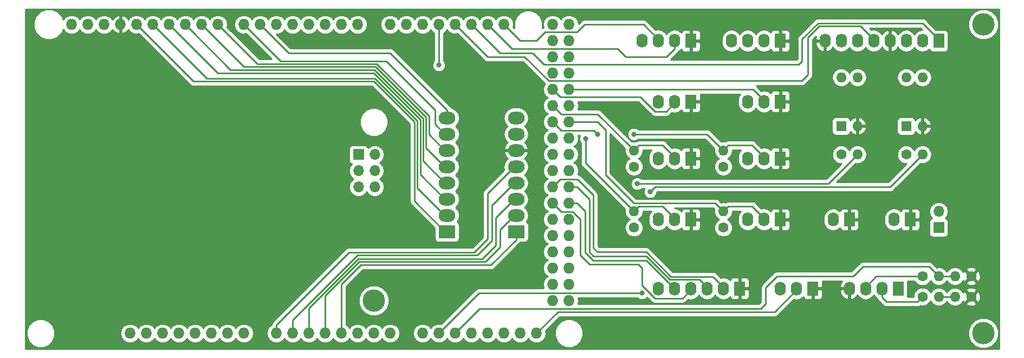
<source format=gbl>
G04 #@! TF.GenerationSoftware,KiCad,Pcbnew,(5.0.1)-3*
G04 #@! TF.CreationDate,2019-01-07T08:59:27+01:00*
G04 #@! TF.ProjectId,P300_Arduino_IF,503330305F41726475696E6F5F49462E,rev?*
G04 #@! TF.SameCoordinates,Original*
G04 #@! TF.FileFunction,Copper,L2,Bot,Signal*
G04 #@! TF.FilePolarity,Positive*
%FSLAX46Y46*%
G04 Gerber Fmt 4.6, Leading zero omitted, Abs format (unit mm)*
G04 Created by KiCad (PCBNEW (5.0.1)-3) date 07.01.2019 08:59:27*
%MOMM*%
%LPD*%
G01*
G04 APERTURE LIST*
G04 #@! TA.AperFunction,ComponentPad*
%ADD10O,1.727200X1.727200*%
G04 #@! TD*
G04 #@! TA.AperFunction,WasherPad*
%ADD11C,3.500000*%
G04 #@! TD*
G04 #@! TA.AperFunction,ComponentPad*
%ADD12R,2.600000X2.000000*%
G04 #@! TD*
G04 #@! TA.AperFunction,ComponentPad*
%ADD13O,2.600000X2.000000*%
G04 #@! TD*
G04 #@! TA.AperFunction,ComponentPad*
%ADD14R,1.700000X1.700000*%
G04 #@! TD*
G04 #@! TA.AperFunction,ComponentPad*
%ADD15O,1.700000X1.700000*%
G04 #@! TD*
G04 #@! TA.AperFunction,ComponentPad*
%ADD16R,1.740000X2.200000*%
G04 #@! TD*
G04 #@! TA.AperFunction,ComponentPad*
%ADD17O,1.740000X2.200000*%
G04 #@! TD*
G04 #@! TA.AperFunction,ComponentPad*
%ADD18C,1.600000*%
G04 #@! TD*
G04 #@! TA.AperFunction,ComponentPad*
%ADD19O,1.600000X1.600000*%
G04 #@! TD*
G04 #@! TA.AperFunction,ComponentPad*
%ADD20R,1.600000X1.600000*%
G04 #@! TD*
G04 #@! TA.AperFunction,ViaPad*
%ADD21C,0.800000*%
G04 #@! TD*
G04 #@! TA.AperFunction,Conductor*
%ADD22C,0.250000*%
G04 #@! TD*
G04 #@! TA.AperFunction,Conductor*
%ADD23C,0.254000*%
G04 #@! TD*
G04 APERTURE END LIST*
D10*
G04 #@! TO.P,XA1,A0*
G04 #@! TO.N,LCD_RD*
X127000000Y-119380000D03*
G04 #@! TO.P,XA1,VIN*
G04 #@! TO.N,Net-(JP1-Pad1)*
X121920000Y-119380000D03*
G04 #@! TO.P,XA1,GND3*
G04 #@! TO.N,Net-(XA1-PadGND3)*
X119380000Y-119380000D03*
G04 #@! TO.P,XA1,GND2*
G04 #@! TO.N,Net-(XA1-PadGND2)*
X116840000Y-119380000D03*
G04 #@! TO.P,XA1,5V1*
G04 #@! TO.N,+5V*
X114300000Y-119380000D03*
G04 #@! TO.P,XA1,3V3*
G04 #@! TO.N,+3V3*
X111760000Y-119380000D03*
G04 #@! TO.P,XA1,RST1*
G04 #@! TO.N,Net-(XA1-PadRST1)*
X109220000Y-119380000D03*
G04 #@! TO.P,XA1,IORF*
G04 #@! TO.N,Net-(XA1-PadIORF)*
X106680000Y-119380000D03*
G04 #@! TO.P,XA1,D21*
G04 #@! TO.N,SCL*
X162560000Y-71120000D03*
G04 #@! TO.P,XA1,D20*
G04 #@! TO.N,SDA*
X160020000Y-71120000D03*
G04 #@! TO.P,XA1,D19*
G04 #@! TO.N,Tacho_L2*
X157480000Y-71120000D03*
G04 #@! TO.P,XA1,D18*
G04 #@! TO.N,Tacho_L1*
X154940000Y-71120000D03*
G04 #@! TO.P,XA1,D17*
G04 #@! TO.N,CO2_TX*
X152400000Y-71120000D03*
G04 #@! TO.P,XA1,D16*
G04 #@! TO.N,CO2_RX*
X149860000Y-71120000D03*
G04 #@! TO.P,XA1,D15*
G04 #@! TO.N,Net-(XA1-PadD15)*
X147320000Y-71120000D03*
G04 #@! TO.P,XA1,D14*
G04 #@! TO.N,Net-(XA1-PadD14)*
X144780000Y-71120000D03*
G04 #@! TO.P,XA1,D0*
G04 #@! TO.N,Net-(XA1-PadD0)*
X139700000Y-71120000D03*
G04 #@! TO.P,XA1,D1*
G04 #@! TO.N,Net-(XA1-PadD1)*
X137160000Y-71120000D03*
G04 #@! TO.P,XA1,D2*
G04 #@! TO.N,Net-(XA1-PadD2)*
X134620000Y-71120000D03*
G04 #@! TO.P,XA1,D3*
G04 #@! TO.N,Net-(XA1-PadD3)*
X132080000Y-71120000D03*
G04 #@! TO.P,XA1,D4*
G04 #@! TO.N,Net-(XA1-PadD4)*
X129540000Y-71120000D03*
G04 #@! TO.P,XA1,D5*
G04 #@! TO.N,Net-(XA1-PadD5)*
X127000000Y-71120000D03*
G04 #@! TO.P,XA1,D6*
G04 #@! TO.N,LCD_D1*
X124460000Y-71120000D03*
G04 #@! TO.P,XA1,D7*
G04 #@! TO.N,LCD_D0*
X121920000Y-71120000D03*
G04 #@! TO.P,XA1,GND1*
G04 #@! TO.N,GND*
X102616000Y-71120000D03*
G04 #@! TO.P,XA1,D8*
G04 #@! TO.N,LCD_D7*
X117856000Y-71120000D03*
G04 #@! TO.P,XA1,D9*
G04 #@! TO.N,LCD_D6*
X115316000Y-71120000D03*
G04 #@! TO.P,XA1,D10*
G04 #@! TO.N,LCD_D5*
X112776000Y-71120000D03*
G04 #@! TO.P,XA1,SCL*
G04 #@! TO.N,Net-(XA1-PadSCL)*
X94996000Y-71120000D03*
G04 #@! TO.P,XA1,SDA*
G04 #@! TO.N,Net-(XA1-PadSDA)*
X97536000Y-71120000D03*
G04 #@! TO.P,XA1,AREF*
G04 #@! TO.N,Net-(XA1-PadAREF)*
X100076000Y-71120000D03*
G04 #@! TO.P,XA1,D13*
G04 #@! TO.N,LCD_D2*
X105156000Y-71120000D03*
G04 #@! TO.P,XA1,D12*
G04 #@! TO.N,LCD_D3*
X107696000Y-71120000D03*
G04 #@! TO.P,XA1,D11*
G04 #@! TO.N,LCD_D4*
X110236000Y-71120000D03*
G04 #@! TO.P,XA1,*
G04 #@! TO.N,*
X104140000Y-119380000D03*
G04 #@! TO.P,XA1,A1*
G04 #@! TO.N,LCD_WR*
X129540000Y-119380000D03*
G04 #@! TO.P,XA1,A2*
G04 #@! TO.N,LCD_RS*
X132080000Y-119380000D03*
G04 #@! TO.P,XA1,A3*
G04 #@! TO.N,LCD_CS*
X134620000Y-119380000D03*
G04 #@! TO.P,XA1,A4*
G04 #@! TO.N,LCD_RST*
X137160000Y-119380000D03*
G04 #@! TO.P,XA1,A5*
G04 #@! TO.N,Net-(XA1-PadA5)*
X139700000Y-119380000D03*
G04 #@! TO.P,XA1,A6*
G04 #@! TO.N,Net-(XA1-PadA6)*
X142240000Y-119380000D03*
G04 #@! TO.P,XA1,A7*
G04 #@! TO.N,Net-(XA1-PadA7)*
X144780000Y-119380000D03*
G04 #@! TO.P,XA1,A8*
G04 #@! TO.N,Net-(XA1-PadA8)*
X149860000Y-119380000D03*
G04 #@! TO.P,XA1,A9*
G04 #@! TO.N,DRUCK1*
X152400000Y-119380000D03*
G04 #@! TO.P,XA1,A10*
G04 #@! TO.N,DRUCK2*
X154940000Y-119380000D03*
G04 #@! TO.P,XA1,A11*
G04 #@! TO.N,Net-(XA1-PadA11)*
X157480000Y-119380000D03*
G04 #@! TO.P,XA1,A12*
G04 #@! TO.N,Net-(XA1-PadA12)*
X160020000Y-119380000D03*
G04 #@! TO.P,XA1,A13*
G04 #@! TO.N,Net-(XA1-PadA13)*
X162560000Y-119380000D03*
G04 #@! TO.P,XA1,A14*
G04 #@! TO.N,Net-(XA1-PadA14)*
X165100000Y-119380000D03*
G04 #@! TO.P,XA1,A15*
G04 #@! TO.N,TGS2600*
X167640000Y-119380000D03*
G04 #@! TO.P,XA1,5V3*
G04 #@! TO.N,Net-(XA1-Pad5V3)*
X170180000Y-71120000D03*
G04 #@! TO.P,XA1,5V4*
G04 #@! TO.N,Net-(XA1-Pad5V4)*
X172720000Y-71120000D03*
G04 #@! TO.P,XA1,D22*
G04 #@! TO.N,Net-(XA1-PadD22)*
X170180000Y-73660000D03*
G04 #@! TO.P,XA1,D23*
G04 #@! TO.N,Net-(XA1-PadD23)*
X172720000Y-73660000D03*
G04 #@! TO.P,XA1,D24*
G04 #@! TO.N,Net-(XA1-PadD24)*
X170180000Y-76200000D03*
G04 #@! TO.P,XA1,D25*
G04 #@! TO.N,Net-(XA1-PadD25)*
X172720000Y-76200000D03*
G04 #@! TO.P,XA1,D26*
G04 #@! TO.N,Net-(XA1-PadD26)*
X170180000Y-78740000D03*
G04 #@! TO.P,XA1,D27*
G04 #@! TO.N,Net-(XA1-PadD27)*
X172720000Y-78740000D03*
G04 #@! TO.P,XA1,D28*
G04 #@! TO.N,DHT1*
X170180000Y-81280000D03*
G04 #@! TO.P,XA1,D29*
G04 #@! TO.N,DHT2*
X172720000Y-81280000D03*
G04 #@! TO.P,XA1,D30*
G04 #@! TO.N,TEMP1*
X170180000Y-83820000D03*
G04 #@! TO.P,XA1,D31*
G04 #@! TO.N,TEMP2*
X172720000Y-83820000D03*
G04 #@! TO.P,XA1,D32*
G04 #@! TO.N,TEMP3*
X170180000Y-86360000D03*
G04 #@! TO.P,XA1,D33*
G04 #@! TO.N,TEMP4*
X172720000Y-86360000D03*
G04 #@! TO.P,XA1,D34*
G04 #@! TO.N,Net-(XA1-PadD34)*
X170180000Y-88900000D03*
G04 #@! TO.P,XA1,D35*
G04 #@! TO.N,Net-(XA1-PadD35)*
X172720000Y-88900000D03*
G04 #@! TO.P,XA1,D36*
G04 #@! TO.N,Net-(XA1-PadD36)*
X170180000Y-91440000D03*
G04 #@! TO.P,XA1,D37*
G04 #@! TO.N,Net-(XA1-PadD37)*
X172720000Y-91440000D03*
G04 #@! TO.P,XA1,D38*
G04 #@! TO.N,Net-(XA1-PadD38)*
X170180000Y-93980000D03*
G04 #@! TO.P,XA1,D39*
G04 #@! TO.N,Net-(XA1-PadD39)*
X172720000Y-93980000D03*
G04 #@! TO.P,XA1,D40*
G04 #@! TO.N,BP_POW*
X170180000Y-96520000D03*
G04 #@! TO.P,XA1,D41*
G04 #@! TO.N,BP_DIR*
X172720000Y-96520000D03*
G04 #@! TO.P,XA1,D42*
G04 #@! TO.N,L1*
X170180000Y-99060000D03*
G04 #@! TO.P,XA1,D43*
G04 #@! TO.N,L2*
X172720000Y-99060000D03*
G04 #@! TO.P,XA1,D44*
G04 #@! TO.N,PWM_L1*
X170180000Y-101600000D03*
G04 #@! TO.P,XA1,D45*
G04 #@! TO.N,Net-(XA1-PadD45)*
X172720000Y-101600000D03*
G04 #@! TO.P,XA1,D46*
G04 #@! TO.N,PWM_L2*
X170180000Y-104140000D03*
G04 #@! TO.P,XA1,D47*
G04 #@! TO.N,Net-(XA1-PadD47)*
X172720000Y-104140000D03*
G04 #@! TO.P,XA1,D48*
G04 #@! TO.N,Net-(XA1-PadD48)*
X170180000Y-106680000D03*
G04 #@! TO.P,XA1,D49*
G04 #@! TO.N,Net-(XA1-PadD49)*
X172720000Y-106680000D03*
G04 #@! TO.P,XA1,D50*
G04 #@! TO.N,Net-(XA1-PadD50)*
X170180000Y-109220000D03*
G04 #@! TO.P,XA1,D51*
G04 #@! TO.N,Net-(XA1-PadD51)*
X172720000Y-109220000D03*
G04 #@! TO.P,XA1,D52*
G04 #@! TO.N,Net-(XA1-PadD52)*
X170180000Y-111760000D03*
G04 #@! TO.P,XA1,D53*
G04 #@! TO.N,Net-(XA1-PadD53)*
X172720000Y-111760000D03*
G04 #@! TO.P,XA1,GND5*
G04 #@! TO.N,Net-(XA1-PadGND5)*
X170180000Y-114300000D03*
G04 #@! TO.P,XA1,GND6*
G04 #@! TO.N,Net-(XA1-PadGND6)*
X172720000Y-114300000D03*
G04 #@! TD*
D11*
G04 #@! TO.P,,*
G04 #@! TO.N,*
X237490000Y-119380000D03*
G04 #@! TD*
G04 #@! TO.P,,*
G04 #@! TO.N,*
X237490000Y-71120000D03*
G04 #@! TD*
D12*
G04 #@! TO.P,J16,1*
G04 #@! TO.N,LCD_D2*
X153670000Y-103505000D03*
D13*
G04 #@! TO.P,J16,2*
G04 #@! TO.N,LCD_D3*
X153670000Y-100965000D03*
G04 #@! TO.P,J16,3*
G04 #@! TO.N,LCD_D4*
X153670000Y-98425000D03*
G04 #@! TO.P,J16,4*
G04 #@! TO.N,LCD_D5*
X153670000Y-95885000D03*
G04 #@! TO.P,J16,5*
G04 #@! TO.N,LCD_D6*
X153670000Y-93345000D03*
G04 #@! TO.P,J16,6*
G04 #@! TO.N,LCD_D7*
X153670000Y-90805000D03*
G04 #@! TO.P,J16,7*
G04 #@! TO.N,LCD_D0*
X153670000Y-88265000D03*
G04 #@! TO.P,J16,8*
G04 #@! TO.N,LCD_D1*
X153670000Y-85725000D03*
G04 #@! TD*
D12*
G04 #@! TO.P,J15,1*
G04 #@! TO.N,LCD_RST*
X164465000Y-103505000D03*
D13*
G04 #@! TO.P,J15,2*
G04 #@! TO.N,LCD_CS*
X164465000Y-100965000D03*
G04 #@! TO.P,J15,3*
G04 #@! TO.N,LCD_RS*
X164465000Y-98425000D03*
G04 #@! TO.P,J15,4*
G04 #@! TO.N,LCD_WR*
X164465000Y-95885000D03*
G04 #@! TO.P,J15,5*
G04 #@! TO.N,LCD_RD*
X164465000Y-93345000D03*
G04 #@! TO.P,J15,6*
G04 #@! TO.N,GND*
X164465000Y-90805000D03*
G04 #@! TO.P,J15,7*
G04 #@! TO.N,+5V*
X164465000Y-88265000D03*
G04 #@! TO.P,J15,8*
G04 #@! TO.N,+3V3*
X164465000Y-85725000D03*
G04 #@! TD*
D14*
G04 #@! TO.P,JP1,1*
G04 #@! TO.N,Net-(JP1-Pad1)*
X230505000Y-102870000D03*
D15*
G04 #@! TO.P,JP1,2*
G04 #@! TO.N,+12V*
X230505000Y-100330000D03*
G04 #@! TD*
D16*
G04 #@! TO.P,J14,1*
G04 #@! TO.N,GND*
X216535000Y-101600000D03*
D17*
G04 #@! TO.P,J14,2*
G04 #@! TO.N,+5V*
X213995000Y-101600000D03*
G04 #@! TD*
D16*
G04 #@! TO.P,J9,1*
G04 #@! TO.N,GND*
X226060000Y-101600000D03*
D17*
G04 #@! TO.P,J9,2*
G04 #@! TO.N,+12V*
X223520000Y-101600000D03*
G04 #@! TD*
D18*
G04 #@! TO.P,R4,1*
G04 #@! TO.N,+5V*
X196850000Y-102870000D03*
D19*
G04 #@! TO.P,R4,2*
G04 #@! TO.N,TEMP4*
X196850000Y-100330000D03*
G04 #@! TD*
D18*
G04 #@! TO.P,R2,1*
G04 #@! TO.N,+5V*
X182880000Y-102870000D03*
D19*
G04 #@! TO.P,R2,2*
G04 #@! TO.N,TEMP2*
X182880000Y-100330000D03*
G04 #@! TD*
D18*
G04 #@! TO.P,R3,1*
G04 #@! TO.N,+5V*
X196850000Y-93345000D03*
D19*
G04 #@! TO.P,R3,2*
G04 #@! TO.N,TEMP3*
X196850000Y-90805000D03*
G04 #@! TD*
D18*
G04 #@! TO.P,R1,1*
G04 #@! TO.N,+5V*
X182880000Y-93345000D03*
D19*
G04 #@! TO.P,R1,2*
G04 #@! TO.N,TEMP1*
X182880000Y-90805000D03*
G04 #@! TD*
D18*
G04 #@! TO.P,R6,1*
G04 #@! TO.N,Net-(R6-Pad1)*
X215265000Y-91440000D03*
D19*
G04 #@! TO.P,R6,2*
G04 #@! TO.N,PWM_L1*
X217805000Y-91440000D03*
G04 #@! TD*
D18*
G04 #@! TO.P,R5,1*
G04 #@! TO.N,Net-(R5-Pad1)*
X225425000Y-91440000D03*
D19*
G04 #@! TO.P,R5,2*
G04 #@! TO.N,PWM_L2*
X227965000Y-91440000D03*
G04 #@! TD*
D16*
G04 #@! TO.P,J13,1*
G04 #@! TO.N,GND*
X205740000Y-73660000D03*
D17*
G04 #@! TO.P,J13,2*
G04 #@! TO.N,CO2_RX*
X203200000Y-73660000D03*
G04 #@! TO.P,J13,3*
G04 #@! TO.N,CO2_TX*
X200660000Y-73660000D03*
G04 #@! TO.P,J13,4*
G04 #@! TO.N,+5V*
X198120000Y-73660000D03*
G04 #@! TD*
D16*
G04 #@! TO.P,J12,1*
G04 #@! TO.N,GND*
X191770000Y-73660000D03*
D17*
G04 #@! TO.P,J12,2*
G04 #@! TO.N,SDA*
X189230000Y-73660000D03*
G04 #@! TO.P,J12,3*
G04 #@! TO.N,SCL*
X186690000Y-73660000D03*
G04 #@! TO.P,J12,4*
G04 #@! TO.N,+5V*
X184150000Y-73660000D03*
G04 #@! TD*
D16*
G04 #@! TO.P,J11,1*
G04 #@! TO.N,GND*
X210820000Y-112395000D03*
D17*
G04 #@! TO.P,J11,2*
G04 #@! TO.N,TGS2600*
X208280000Y-112395000D03*
G04 #@! TO.P,J11,3*
G04 #@! TO.N,+5V*
X205740000Y-112395000D03*
G04 #@! TD*
D18*
G04 #@! TO.P,R10,1*
G04 #@! TO.N,Net-(J10-Pad3)*
X227965000Y-110490000D03*
D19*
G04 #@! TO.P,R10,2*
G04 #@! TO.N,DRUCK2*
X230505000Y-110490000D03*
G04 #@! TD*
D18*
G04 #@! TO.P,R8,1*
G04 #@! TO.N,GND*
X235585000Y-110490000D03*
D19*
G04 #@! TO.P,R8,2*
G04 #@! TO.N,DRUCK2*
X233045000Y-110490000D03*
G04 #@! TD*
G04 #@! TO.P,R9,2*
G04 #@! TO.N,DRUCK1*
X230505000Y-113665000D03*
D18*
G04 #@! TO.P,R9,1*
G04 #@! TO.N,Net-(J10-Pad2)*
X227965000Y-113665000D03*
G04 #@! TD*
G04 #@! TO.P,R7,1*
G04 #@! TO.N,GND*
X235585000Y-113665000D03*
D19*
G04 #@! TO.P,R7,2*
G04 #@! TO.N,DRUCK1*
X233045000Y-113665000D03*
G04 #@! TD*
D16*
G04 #@! TO.P,J10,1*
G04 #@! TO.N,+12V*
X224155000Y-112395000D03*
D17*
G04 #@! TO.P,J10,2*
G04 #@! TO.N,Net-(J10-Pad2)*
X221615000Y-112395000D03*
G04 #@! TO.P,J10,3*
G04 #@! TO.N,Net-(J10-Pad3)*
X219075000Y-112395000D03*
G04 #@! TO.P,J10,4*
G04 #@! TO.N,GND*
X216535000Y-112395000D03*
G04 #@! TD*
D16*
G04 #@! TO.P,J4,1*
G04 #@! TO.N,Tacho_L2*
X230505000Y-73660000D03*
D17*
G04 #@! TO.P,J4,2*
G04 #@! TO.N,Net-(J4-Pad2)*
X227965000Y-73660000D03*
G04 #@! TO.P,J4,3*
G04 #@! TO.N,Net-(J4-Pad3)*
X225425000Y-73660000D03*
G04 #@! TO.P,J4,4*
G04 #@! TO.N,GND*
X222885000Y-73660000D03*
G04 #@! TO.P,J4,5*
G04 #@! TO.N,Tacho_L1*
X220345000Y-73660000D03*
G04 #@! TO.P,J4,6*
G04 #@! TO.N,Net-(J4-Pad6)*
X217805000Y-73660000D03*
G04 #@! TO.P,J4,7*
G04 #@! TO.N,Net-(J4-Pad7)*
X215265000Y-73660000D03*
G04 #@! TO.P,J4,8*
G04 #@! TO.N,GND*
X212725000Y-73660000D03*
G04 #@! TD*
D16*
G04 #@! TO.P,J3,1*
G04 #@! TO.N,GND*
X205740000Y-83185000D03*
D17*
G04 #@! TO.P,J3,2*
G04 #@! TO.N,DHT2*
X203200000Y-83185000D03*
G04 #@! TO.P,J3,3*
G04 #@! TO.N,+5V*
X200660000Y-83185000D03*
G04 #@! TD*
G04 #@! TO.P,J6,3*
G04 #@! TO.N,+5V*
X186690000Y-101600000D03*
G04 #@! TO.P,J6,2*
G04 #@! TO.N,TEMP2*
X189230000Y-101600000D03*
D16*
G04 #@! TO.P,J6,1*
G04 #@! TO.N,GND*
X191770000Y-101600000D03*
G04 #@! TD*
G04 #@! TO.P,J7,1*
G04 #@! TO.N,GND*
X205740000Y-92075000D03*
D17*
G04 #@! TO.P,J7,2*
G04 #@! TO.N,TEMP3*
X203200000Y-92075000D03*
G04 #@! TO.P,J7,3*
G04 #@! TO.N,+5V*
X200660000Y-92075000D03*
G04 #@! TD*
G04 #@! TO.P,J8,3*
G04 #@! TO.N,+5V*
X200660000Y-101600000D03*
G04 #@! TO.P,J8,2*
G04 #@! TO.N,TEMP4*
X203200000Y-101600000D03*
D16*
G04 #@! TO.P,J8,1*
G04 #@! TO.N,GND*
X205740000Y-101600000D03*
G04 #@! TD*
G04 #@! TO.P,J2,1*
G04 #@! TO.N,GND*
X191770000Y-83185000D03*
D17*
G04 #@! TO.P,J2,2*
G04 #@! TO.N,DHT1*
X189230000Y-83185000D03*
G04 #@! TO.P,J2,3*
G04 #@! TO.N,+5V*
X186690000Y-83185000D03*
G04 #@! TD*
D16*
G04 #@! TO.P,J1,1*
G04 #@! TO.N,GND*
X199390000Y-112395000D03*
D17*
G04 #@! TO.P,J1,2*
G04 #@! TO.N,BP_POW*
X196850000Y-112395000D03*
G04 #@! TO.P,J1,3*
G04 #@! TO.N,BP_DIR*
X194310000Y-112395000D03*
G04 #@! TO.P,J1,4*
G04 #@! TO.N,L1*
X191770000Y-112395000D03*
G04 #@! TO.P,J1,5*
G04 #@! TO.N,L2*
X189230000Y-112395000D03*
G04 #@! TO.P,J1,6*
G04 #@! TO.N,+5V*
X186690000Y-112395000D03*
G04 #@! TD*
D16*
G04 #@! TO.P,J5,1*
G04 #@! TO.N,GND*
X191770000Y-92075000D03*
D17*
G04 #@! TO.P,J5,2*
G04 #@! TO.N,TEMP1*
X189230000Y-92075000D03*
G04 #@! TO.P,J5,3*
G04 #@! TO.N,+5V*
X186690000Y-92075000D03*
G04 #@! TD*
D19*
G04 #@! TO.P,U2,4*
G04 #@! TO.N,Net-(J4-Pad7)*
X215265000Y-79375000D03*
G04 #@! TO.P,U2,2*
G04 #@! TO.N,GND*
X217805000Y-86995000D03*
G04 #@! TO.P,U2,3*
G04 #@! TO.N,Net-(J4-Pad6)*
X217805000Y-79375000D03*
D20*
G04 #@! TO.P,U2,1*
G04 #@! TO.N,Net-(R6-Pad1)*
X215265000Y-86995000D03*
G04 #@! TD*
G04 #@! TO.P,U1,1*
G04 #@! TO.N,Net-(R5-Pad1)*
X225425000Y-86995000D03*
D19*
G04 #@! TO.P,U1,3*
G04 #@! TO.N,Net-(J4-Pad2)*
X227965000Y-79375000D03*
G04 #@! TO.P,U1,2*
G04 #@! TO.N,GND*
X227965000Y-86995000D03*
G04 #@! TO.P,U1,4*
G04 #@! TO.N,Net-(J4-Pad3)*
X225425000Y-79375000D03*
G04 #@! TD*
D14*
G04 #@! TO.P,ICSP,1*
G04 #@! TO.N,N/C*
X139827000Y-91440000D03*
D15*
G04 #@! TO.P,ICSP,2*
X142367000Y-91440000D03*
G04 #@! TO.P,ICSP,3*
X139827000Y-93980000D03*
G04 #@! TO.P,ICSP,4*
X142367000Y-93980000D03*
G04 #@! TO.P,ICSP,5*
X139827000Y-96520000D03*
G04 #@! TO.P,ICSP,6*
X142367000Y-96520000D03*
G04 #@! TD*
D11*
G04 #@! TO.P,,*
G04 #@! TO.N,*
X142240000Y-114300000D03*
G04 #@! TD*
D21*
G04 #@! TO.N,PWM_L2*
X185420000Y-97282000D03*
G04 #@! TO.N,PWM_L1*
X183388000Y-96012000D03*
G04 #@! TO.N,TEMP2*
X175341399Y-88981399D03*
G04 #@! TO.N,TEMP3*
X177165000Y-88265000D03*
X182880000Y-88265000D03*
G04 #@! TO.N,DRUCK1*
X184150000Y-113111399D03*
G04 #@! TO.N,CO2_TX*
X152400000Y-77470000D03*
G04 #@! TD*
D22*
G04 #@! TO.N,GND*
X191770000Y-73890000D02*
X191770000Y-73660000D01*
G04 #@! TO.N,Tacho_L1*
X220345000Y-73430000D02*
X220345000Y-73660000D01*
X211836000Y-71374000D02*
X218289000Y-71374000D01*
X154940000Y-71120000D02*
X160020000Y-76200000D01*
X160020000Y-76200000D02*
X165816399Y-76200000D01*
X210043001Y-73166999D02*
X211836000Y-71374000D01*
X165816399Y-76200000D02*
X169545000Y-79928601D01*
X169545000Y-79928601D02*
X209123399Y-79928601D01*
X209123399Y-79928601D02*
X210043001Y-79008999D01*
X218289000Y-71374000D02*
X220345000Y-73430000D01*
X210043001Y-79008999D02*
X210043001Y-73166999D01*
G04 #@! TO.N,Tacho_L2*
X158343599Y-71983599D02*
X157480000Y-71120000D01*
X161925000Y-75565000D02*
X158343599Y-71983599D01*
X168828601Y-77388601D02*
X167005000Y-75565000D01*
X208615399Y-77388601D02*
X168828601Y-77388601D01*
X230505000Y-73660000D02*
X230505000Y-73430000D01*
X167005000Y-75565000D02*
X161925000Y-75565000D01*
X227998991Y-70923991D02*
X211649599Y-70923991D01*
X211649599Y-70923991D02*
X209167590Y-73406000D01*
X209167590Y-73406000D02*
X209167590Y-76836410D01*
X230505000Y-73430000D02*
X227998991Y-70923991D01*
X209167590Y-76836410D02*
X208615399Y-77388601D01*
G04 #@! TO.N,PWM_L2*
X185420000Y-97282000D02*
X186182000Y-96520000D01*
X222885000Y-96520000D02*
X227965000Y-91440000D01*
X186182000Y-96520000D02*
X222885000Y-96520000D01*
G04 #@! TO.N,PWM_L1*
X213233000Y-96012000D02*
X217805000Y-91440000D01*
X183388000Y-96012000D02*
X213233000Y-96012000D01*
G04 #@! TO.N,Net-(J10-Pad3)*
X219075000Y-112165000D02*
X219075000Y-112395000D01*
X227965000Y-110490000D02*
X220750000Y-110490000D01*
X220750000Y-110490000D02*
X219075000Y-112165000D01*
G04 #@! TO.N,Net-(J10-Pad2)*
X227965000Y-113665000D02*
X227165001Y-114464999D01*
X221615000Y-112625000D02*
X221615000Y-112395000D01*
X227165001Y-114464999D02*
X223454999Y-114464999D01*
X221615000Y-113745000D02*
X221615000Y-112395000D01*
X222334999Y-114464999D02*
X221615000Y-113745000D01*
X223454999Y-114464999D02*
X222334999Y-114464999D01*
G04 #@! TO.N,L2*
X184866399Y-108031399D02*
X189230000Y-112395000D01*
X176530000Y-108031399D02*
X184866399Y-108031399D01*
X175260000Y-106761399D02*
X176530000Y-108031399D01*
X175260000Y-100330000D02*
X175260000Y-106761399D01*
X172720000Y-99060000D02*
X173990000Y-99060000D01*
X173990000Y-99060000D02*
X175260000Y-100330000D01*
G04 #@! TO.N,TEMP4*
X203200000Y-101370000D02*
X203200000Y-101600000D01*
X201360001Y-99530001D02*
X203200000Y-101370000D01*
X196850000Y-100330000D02*
X197649999Y-99530001D01*
X197649999Y-99530001D02*
X201360001Y-99530001D01*
X196050001Y-99530001D02*
X196850000Y-100330000D01*
X172720000Y-86360000D02*
X177165000Y-86360000D01*
X177165000Y-86360000D02*
X178435000Y-87630000D01*
X178435000Y-87630000D02*
X178435000Y-94615000D01*
X178435000Y-94615000D02*
X182899991Y-99079991D01*
X182899991Y-99079991D02*
X195599991Y-99079991D01*
X195599991Y-99079991D02*
X196050001Y-99530001D01*
G04 #@! TO.N,TEMP1*
X182080001Y-90005001D02*
X182880000Y-90805000D01*
X177246399Y-85171399D02*
X182080001Y-90005001D01*
X171531399Y-85171399D02*
X177246399Y-85171399D01*
X170180000Y-83820000D02*
X171531399Y-85171399D01*
X189230000Y-91845000D02*
X189230000Y-92075000D01*
X187390001Y-90005001D02*
X189230000Y-91845000D01*
X183679999Y-90005001D02*
X187390001Y-90005001D01*
X182880000Y-90805000D02*
X183679999Y-90005001D01*
G04 #@! TO.N,TEMP2*
X189230000Y-101370000D02*
X189230000Y-101600000D01*
X187390001Y-99530001D02*
X189230000Y-101370000D01*
X183679999Y-99530001D02*
X187390001Y-99530001D01*
X182880000Y-100330000D02*
X183679999Y-99530001D01*
X182080001Y-99530001D02*
X182880000Y-100330000D01*
X175341399Y-92791399D02*
X182080001Y-99530001D01*
X175341399Y-92791399D02*
X175341399Y-88981399D01*
G04 #@! TO.N,TEMP3*
X203200000Y-91845000D02*
X203200000Y-92075000D01*
X201360001Y-90005001D02*
X203200000Y-91845000D01*
X196850000Y-90805000D02*
X197649999Y-90005001D01*
X197649999Y-90005001D02*
X198755000Y-90005001D01*
X198284999Y-90005001D02*
X198755000Y-90005001D01*
X198755000Y-90005001D02*
X201360001Y-90005001D01*
X170180000Y-86360000D02*
X171531399Y-87711399D01*
X176611399Y-87711399D02*
X177165000Y-88265000D01*
X171531399Y-87711399D02*
X176611399Y-87711399D01*
X194310000Y-88265000D02*
X196850000Y-90805000D01*
X182880000Y-88265000D02*
X194310000Y-88265000D01*
G04 #@! TO.N,DHT1*
X189230000Y-83415000D02*
X189230000Y-83185000D01*
X187934990Y-84710010D02*
X189230000Y-83415000D01*
X186153590Y-84710010D02*
X187934990Y-84710010D01*
X183912181Y-82468601D02*
X186153590Y-84710010D01*
X171368601Y-82468601D02*
X183912181Y-82468601D01*
X170180000Y-81280000D02*
X171368601Y-82468601D01*
G04 #@! TO.N,DHT2*
X203200000Y-82955000D02*
X203200000Y-83185000D01*
X201525000Y-81280000D02*
X203200000Y-82955000D01*
X172720000Y-81280000D02*
X201525000Y-81280000D01*
G04 #@! TO.N,L1*
X191770000Y-112625000D02*
X191770000Y-112395000D01*
X190474990Y-113920010D02*
X191770000Y-112625000D01*
X186153590Y-113920010D02*
X190474990Y-113920010D01*
X170180000Y-99060000D02*
X171531399Y-100411399D01*
X171531399Y-100411399D02*
X173290529Y-100411399D01*
X175895000Y-108585000D02*
X183515000Y-108585000D01*
X184150000Y-109220000D02*
X184150000Y-111916420D01*
X183515000Y-108585000D02*
X184150000Y-109220000D01*
X184150000Y-111916420D02*
X186153590Y-113920010D01*
X174479130Y-107169130D02*
X175895000Y-108585000D01*
X174479130Y-101600000D02*
X174479130Y-107169130D01*
X173290529Y-100411399D02*
X174479130Y-101600000D01*
G04 #@! TO.N,TGS2600*
X208280000Y-112625000D02*
X208280000Y-112395000D01*
X204884990Y-116020010D02*
X208280000Y-112625000D01*
X170999990Y-116020010D02*
X204884990Y-116020010D01*
X167640000Y-119380000D02*
X170999990Y-116020010D01*
G04 #@! TO.N,DRUCK2*
X230505000Y-110490000D02*
X233045000Y-110490000D01*
X158750000Y-115570000D02*
X154940000Y-119380000D01*
X230505000Y-110490000D02*
X228996002Y-108981002D01*
X228996002Y-108981002D02*
X218694000Y-108981002D01*
X203454000Y-114808000D02*
X202692000Y-115570000D01*
X218694000Y-108981002D02*
X217170000Y-110505002D01*
X217170000Y-110505002D02*
X205216998Y-110505002D01*
X202692000Y-115570000D02*
X158750000Y-115570000D01*
X205216998Y-110505002D02*
X203454000Y-112268000D01*
X203454000Y-112268000D02*
X203454000Y-114808000D01*
G04 #@! TO.N,DRUCK1*
X229870000Y-113665000D02*
X232410000Y-113665000D01*
X158668601Y-113111399D02*
X184150000Y-113111399D01*
X152400000Y-119380000D02*
X158668601Y-113111399D01*
G04 #@! TO.N,BP_POW*
X196850000Y-112165000D02*
X196850000Y-112395000D01*
X195204980Y-110519980D02*
X196850000Y-112165000D01*
X188627800Y-110519980D02*
X195204980Y-110519980D01*
X184787820Y-106680000D02*
X188627800Y-110519980D01*
X170180000Y-96520000D02*
X171368601Y-95331399D01*
X171368601Y-95331399D02*
X174071399Y-95331399D01*
X174071399Y-95331399D02*
X176530000Y-97790000D01*
X176530000Y-97790000D02*
X176530000Y-106045000D01*
X176530000Y-106045000D02*
X177165000Y-106680000D01*
X177165000Y-106680000D02*
X184787820Y-106680000D01*
G04 #@! TO.N,BP_DIR*
X194310000Y-112165000D02*
X194310000Y-112395000D01*
X193114990Y-110969990D02*
X194310000Y-112165000D01*
X188441400Y-110969990D02*
X193114990Y-110969990D01*
X172720000Y-96520000D02*
X173991410Y-96520000D01*
X175896410Y-98425000D02*
X175896410Y-106681410D01*
X173991410Y-96520000D02*
X175896410Y-98425000D01*
X176528590Y-107313590D02*
X184785000Y-107313590D01*
X175896410Y-106681410D02*
X176528590Y-107313590D01*
X184785000Y-107313590D02*
X188441400Y-110969990D01*
G04 #@! TO.N,SDA*
X189230000Y-73660000D02*
X189230000Y-73430000D01*
X189230000Y-74930000D02*
X189230000Y-73660000D01*
X187960000Y-76200000D02*
X189230000Y-74930000D01*
X181610000Y-76200000D02*
X187960000Y-76200000D01*
X180340000Y-74930000D02*
X181610000Y-76200000D01*
X160020000Y-71120000D02*
X163830000Y-74930000D01*
X163830000Y-74930000D02*
X180340000Y-74930000D01*
G04 #@! TO.N,SCL*
X186690000Y-73890000D02*
X186690000Y-73660000D01*
X162560000Y-71120000D02*
X165100000Y-73660000D01*
X165100000Y-73660000D02*
X167640000Y-73660000D01*
X167640000Y-73660000D02*
X168991399Y-72308601D01*
X168991399Y-72308601D02*
X173990000Y-72308601D01*
X186690000Y-73430000D02*
X186690000Y-73660000D01*
X184380000Y-71120000D02*
X186690000Y-73430000D01*
X175178601Y-71120000D02*
X184380000Y-71120000D01*
X173990000Y-72308601D02*
X175178601Y-71120000D01*
G04 #@! TO.N,CO2_TX*
X152400000Y-77470000D02*
X152400000Y-71120000D01*
G04 #@! TO.N,LCD_RST*
X164465000Y-104755000D02*
X164465000Y-103505000D01*
X160508000Y-108712000D02*
X164465000Y-104755000D01*
X137160000Y-111760000D02*
X140208000Y-108712000D01*
X140208000Y-108712000D02*
X160508000Y-108712000D01*
X137160000Y-119380000D02*
X137160000Y-111760000D01*
G04 #@! TO.N,LCD_CS*
X164165000Y-100965000D02*
X164465000Y-100965000D01*
X134620000Y-113538000D02*
X139954000Y-108204000D01*
X134620000Y-119380000D02*
X134620000Y-113538000D01*
X139954000Y-108204000D02*
X159639000Y-108204000D01*
X159639000Y-108204000D02*
X161925000Y-105918000D01*
X161925000Y-105918000D02*
X161925000Y-103205000D01*
X161925000Y-103205000D02*
X164165000Y-100965000D01*
G04 #@! TO.N,LCD_RS*
X164165000Y-98425000D02*
X164465000Y-98425000D01*
X132080000Y-119380000D02*
X132080000Y-115441590D01*
X132080000Y-115441590D02*
X139767600Y-107753990D01*
X139767600Y-107753990D02*
X159200010Y-107753990D01*
X159200010Y-107753990D02*
X161290000Y-105664000D01*
X161290000Y-105664000D02*
X161290000Y-101300000D01*
X161290000Y-101300000D02*
X164165000Y-98425000D01*
G04 #@! TO.N,LCD_WR*
X164165000Y-95885000D02*
X164465000Y-95885000D01*
X160655000Y-99395000D02*
X164165000Y-95885000D01*
X160655000Y-104394000D02*
X160655000Y-99395000D01*
X160655000Y-104775000D02*
X160655000Y-104394000D01*
X129540000Y-117345180D02*
X129540000Y-119380000D01*
X139697180Y-107188000D02*
X129540000Y-117345180D01*
X158369000Y-107188000D02*
X139697180Y-107188000D01*
X160655000Y-104902000D02*
X158369000Y-107188000D01*
X160655000Y-104394000D02*
X160655000Y-104902000D01*
G04 #@! TO.N,LCD_RD*
X127000000Y-118110000D02*
X127000000Y-119380000D01*
X164465000Y-93345000D02*
X164165000Y-93345000D01*
X164165000Y-93345000D02*
X160020000Y-97490000D01*
X160020000Y-97490000D02*
X160020000Y-104648000D01*
X160020000Y-104648000D02*
X157930010Y-106737990D01*
X157930010Y-106737990D02*
X138372010Y-106737990D01*
X138372010Y-106737990D02*
X127000000Y-118110000D01*
G04 #@! TO.N,LCD_D1*
X153670000Y-84475000D02*
X144760000Y-75565000D01*
X153670000Y-85725000D02*
X153670000Y-84475000D01*
X128905000Y-75565000D02*
X124460000Y-71120000D01*
X144760000Y-75565000D02*
X128905000Y-75565000D01*
G04 #@! TO.N,LCD_D0*
X127635000Y-76835000D02*
X121920000Y-71120000D01*
X141940000Y-76835000D02*
X139700000Y-76835000D01*
X139700000Y-76835000D02*
X127635000Y-76835000D01*
X144145000Y-76835000D02*
X139700000Y-76835000D01*
X151765000Y-84455000D02*
X144145000Y-76835000D01*
X151765000Y-86660000D02*
X151765000Y-84455000D01*
X153370000Y-88265000D02*
X151765000Y-86660000D01*
X153670000Y-88265000D02*
X153370000Y-88265000D01*
G04 #@! TO.N,LCD_D7*
X153370000Y-90805000D02*
X150840053Y-88275053D01*
X150840053Y-88275053D02*
X150840053Y-85427999D01*
X150840053Y-85427999D02*
X142697063Y-77285008D01*
X142697063Y-77285008D02*
X124021008Y-77285008D01*
X118719599Y-71983599D02*
X117856000Y-71120000D01*
X124021008Y-77285008D02*
X118719599Y-71983599D01*
X153670000Y-90805000D02*
X153370000Y-90805000D01*
G04 #@! TO.N,LCD_D6*
X116179599Y-71983599D02*
X115316000Y-71120000D01*
X121931019Y-77735019D02*
X116179599Y-71983599D01*
X142510663Y-77735019D02*
X121931019Y-77735019D01*
X150390042Y-85614399D02*
X142510663Y-77735019D01*
X150390042Y-90365042D02*
X150390042Y-85614399D01*
X153370000Y-93345000D02*
X150390042Y-90365042D01*
X153670000Y-93345000D02*
X153370000Y-93345000D01*
G04 #@! TO.N,LCD_D5*
X153670000Y-95885000D02*
X153370000Y-95885000D01*
X153370000Y-95885000D02*
X149940031Y-92455031D01*
X149940031Y-92455031D02*
X149940031Y-85800799D01*
X149940031Y-85800799D02*
X142324263Y-78185030D01*
X142324263Y-78185030D02*
X119841030Y-78185030D01*
X113639599Y-71983599D02*
X112776000Y-71120000D01*
X119841030Y-78185030D02*
X113639599Y-71983599D01*
G04 #@! TO.N,LCD_D2*
X114046000Y-80010000D02*
X105156000Y-71120000D01*
X142240000Y-80010000D02*
X148590000Y-86360000D01*
X153370000Y-103505000D02*
X153670000Y-103505000D01*
X148590000Y-98725000D02*
X153370000Y-103505000D01*
X148590000Y-86360000D02*
X148590000Y-98725000D01*
X114046000Y-80010000D02*
X142240000Y-80010000D01*
G04 #@! TO.N,LCD_D3*
X153370000Y-100965000D02*
X149040009Y-96635009D01*
X149040009Y-96635009D02*
X149040009Y-86173599D01*
X149040009Y-86173599D02*
X142426400Y-79559989D01*
X142426400Y-79559989D02*
X116135989Y-79559989D01*
X116135989Y-79559989D02*
X108559599Y-71983599D01*
X108559599Y-71983599D02*
X107696000Y-71120000D01*
X153670000Y-100965000D02*
X153370000Y-100965000D01*
G04 #@! TO.N,LCD_D4*
X153670000Y-98425000D02*
X153370000Y-98425000D01*
X153370000Y-98425000D02*
X149490020Y-94545020D01*
X149490020Y-94545020D02*
X149490020Y-85987199D01*
X149490020Y-85987199D02*
X142242822Y-78740000D01*
X142242822Y-78740000D02*
X117856000Y-78740000D01*
X117856000Y-78740000D02*
X111099599Y-71983599D01*
X111099599Y-71983599D02*
X110236000Y-71120000D01*
G04 #@! TD*
D23*
G04 #@! TO.N,GND*
G36*
X239903000Y-121793000D02*
X87757000Y-121793000D01*
X87757000Y-118935431D01*
X87935000Y-118935431D01*
X87935000Y-119824569D01*
X88275259Y-120646026D01*
X88903974Y-121274741D01*
X89725431Y-121615000D01*
X90614569Y-121615000D01*
X91436026Y-121274741D01*
X92064741Y-120646026D01*
X92405000Y-119824569D01*
X92405000Y-119380000D01*
X102612041Y-119380000D01*
X102728350Y-119964725D01*
X103059570Y-120460430D01*
X103555275Y-120791650D01*
X103992402Y-120878600D01*
X104287598Y-120878600D01*
X104724725Y-120791650D01*
X105220430Y-120460430D01*
X105410000Y-120176719D01*
X105599570Y-120460430D01*
X106095275Y-120791650D01*
X106532402Y-120878600D01*
X106827598Y-120878600D01*
X107264725Y-120791650D01*
X107760430Y-120460430D01*
X107950000Y-120176719D01*
X108139570Y-120460430D01*
X108635275Y-120791650D01*
X109072402Y-120878600D01*
X109367598Y-120878600D01*
X109804725Y-120791650D01*
X110300430Y-120460430D01*
X110490000Y-120176719D01*
X110679570Y-120460430D01*
X111175275Y-120791650D01*
X111612402Y-120878600D01*
X111907598Y-120878600D01*
X112344725Y-120791650D01*
X112840430Y-120460430D01*
X113030000Y-120176719D01*
X113219570Y-120460430D01*
X113715275Y-120791650D01*
X114152402Y-120878600D01*
X114447598Y-120878600D01*
X114884725Y-120791650D01*
X115380430Y-120460430D01*
X115570000Y-120176719D01*
X115759570Y-120460430D01*
X116255275Y-120791650D01*
X116692402Y-120878600D01*
X116987598Y-120878600D01*
X117424725Y-120791650D01*
X117920430Y-120460430D01*
X118110000Y-120176719D01*
X118299570Y-120460430D01*
X118795275Y-120791650D01*
X119232402Y-120878600D01*
X119527598Y-120878600D01*
X119964725Y-120791650D01*
X120460430Y-120460430D01*
X120650000Y-120176719D01*
X120839570Y-120460430D01*
X121335275Y-120791650D01*
X121772402Y-120878600D01*
X122067598Y-120878600D01*
X122504725Y-120791650D01*
X123000430Y-120460430D01*
X123331650Y-119964725D01*
X123447959Y-119380000D01*
X125472041Y-119380000D01*
X125588350Y-119964725D01*
X125919570Y-120460430D01*
X126415275Y-120791650D01*
X126852402Y-120878600D01*
X127147598Y-120878600D01*
X127584725Y-120791650D01*
X128080430Y-120460430D01*
X128270000Y-120176719D01*
X128459570Y-120460430D01*
X128955275Y-120791650D01*
X129392402Y-120878600D01*
X129687598Y-120878600D01*
X130124725Y-120791650D01*
X130620430Y-120460430D01*
X130810000Y-120176719D01*
X130999570Y-120460430D01*
X131495275Y-120791650D01*
X131932402Y-120878600D01*
X132227598Y-120878600D01*
X132664725Y-120791650D01*
X133160430Y-120460430D01*
X133350000Y-120176719D01*
X133539570Y-120460430D01*
X134035275Y-120791650D01*
X134472402Y-120878600D01*
X134767598Y-120878600D01*
X135204725Y-120791650D01*
X135700430Y-120460430D01*
X135890000Y-120176719D01*
X136079570Y-120460430D01*
X136575275Y-120791650D01*
X137012402Y-120878600D01*
X137307598Y-120878600D01*
X137744725Y-120791650D01*
X138240430Y-120460430D01*
X138430000Y-120176719D01*
X138619570Y-120460430D01*
X139115275Y-120791650D01*
X139552402Y-120878600D01*
X139847598Y-120878600D01*
X140284725Y-120791650D01*
X140780430Y-120460430D01*
X140970000Y-120176719D01*
X141159570Y-120460430D01*
X141655275Y-120791650D01*
X142092402Y-120878600D01*
X142387598Y-120878600D01*
X142824725Y-120791650D01*
X143320430Y-120460430D01*
X143510000Y-120176719D01*
X143699570Y-120460430D01*
X144195275Y-120791650D01*
X144632402Y-120878600D01*
X144927598Y-120878600D01*
X145364725Y-120791650D01*
X145860430Y-120460430D01*
X146191650Y-119964725D01*
X146307959Y-119380000D01*
X146191650Y-118795275D01*
X145860430Y-118299570D01*
X145364725Y-117968350D01*
X144927598Y-117881400D01*
X144632402Y-117881400D01*
X144195275Y-117968350D01*
X143699570Y-118299570D01*
X143510000Y-118583281D01*
X143320430Y-118299570D01*
X142824725Y-117968350D01*
X142387598Y-117881400D01*
X142092402Y-117881400D01*
X141655275Y-117968350D01*
X141159570Y-118299570D01*
X140970000Y-118583281D01*
X140780430Y-118299570D01*
X140284725Y-117968350D01*
X139847598Y-117881400D01*
X139552402Y-117881400D01*
X139115275Y-117968350D01*
X138619570Y-118299570D01*
X138430000Y-118583281D01*
X138240430Y-118299570D01*
X137920000Y-118085465D01*
X137920000Y-113825594D01*
X139855000Y-113825594D01*
X139855000Y-114774406D01*
X140218095Y-115650994D01*
X140889006Y-116321905D01*
X141765594Y-116685000D01*
X142714406Y-116685000D01*
X143590994Y-116321905D01*
X144261905Y-115650994D01*
X144625000Y-114774406D01*
X144625000Y-113825594D01*
X144261905Y-112949006D01*
X143590994Y-112278095D01*
X142714406Y-111915000D01*
X141765594Y-111915000D01*
X140889006Y-112278095D01*
X140218095Y-112949006D01*
X139855000Y-113825594D01*
X137920000Y-113825594D01*
X137920000Y-112074801D01*
X140522802Y-109472000D01*
X160433153Y-109472000D01*
X160508000Y-109486888D01*
X160582847Y-109472000D01*
X160582852Y-109472000D01*
X160804537Y-109427904D01*
X161055929Y-109259929D01*
X161098331Y-109196470D01*
X164949473Y-105345329D01*
X165012929Y-105302929D01*
X165113483Y-105152440D01*
X165765000Y-105152440D01*
X166012765Y-105103157D01*
X166222809Y-104962809D01*
X166363157Y-104752765D01*
X166412440Y-104505000D01*
X166412440Y-102505000D01*
X166363157Y-102257235D01*
X166222809Y-102047191D01*
X166074511Y-101948100D01*
X166305136Y-101602945D01*
X166432031Y-100965000D01*
X166305136Y-100327055D01*
X165943769Y-99786231D01*
X165807232Y-99695000D01*
X165943769Y-99603769D01*
X166305136Y-99062945D01*
X166432031Y-98425000D01*
X166305136Y-97787055D01*
X165943769Y-97246231D01*
X165807232Y-97155000D01*
X165943769Y-97063769D01*
X166305136Y-96522945D01*
X166432031Y-95885000D01*
X166305136Y-95247055D01*
X165943769Y-94706231D01*
X165807232Y-94615000D01*
X165943769Y-94523769D01*
X166305136Y-93982945D01*
X166432031Y-93345000D01*
X166305136Y-92707055D01*
X165943769Y-92166231D01*
X165777371Y-92055048D01*
X166010922Y-91871317D01*
X166324144Y-91313355D01*
X166355124Y-91185434D01*
X166235777Y-90932000D01*
X164592000Y-90932000D01*
X164592000Y-90952000D01*
X164338000Y-90952000D01*
X164338000Y-90932000D01*
X162694223Y-90932000D01*
X162574876Y-91185434D01*
X162605856Y-91313355D01*
X162919078Y-91871317D01*
X163152629Y-92055048D01*
X162986231Y-92166231D01*
X162624864Y-92707055D01*
X162497969Y-93345000D01*
X162596226Y-93838972D01*
X159535530Y-96899669D01*
X159472071Y-96942071D01*
X159304096Y-97193464D01*
X159260000Y-97415149D01*
X159260000Y-97415153D01*
X159245112Y-97490000D01*
X159260000Y-97564847D01*
X159260001Y-104333197D01*
X157615209Y-105977990D01*
X138446858Y-105977990D01*
X138372010Y-105963102D01*
X138297162Y-105977990D01*
X138297158Y-105977990D01*
X138123615Y-106012510D01*
X138075472Y-106022086D01*
X137965938Y-106095275D01*
X137824081Y-106190061D01*
X137781681Y-106253517D01*
X126515530Y-117519669D01*
X126452071Y-117562071D01*
X126284096Y-117813464D01*
X126240000Y-118035149D01*
X126240000Y-118035153D01*
X126228458Y-118093177D01*
X125919570Y-118299570D01*
X125588350Y-118795275D01*
X125472041Y-119380000D01*
X123447959Y-119380000D01*
X123331650Y-118795275D01*
X123000430Y-118299570D01*
X122504725Y-117968350D01*
X122067598Y-117881400D01*
X121772402Y-117881400D01*
X121335275Y-117968350D01*
X120839570Y-118299570D01*
X120650000Y-118583281D01*
X120460430Y-118299570D01*
X119964725Y-117968350D01*
X119527598Y-117881400D01*
X119232402Y-117881400D01*
X118795275Y-117968350D01*
X118299570Y-118299570D01*
X118110000Y-118583281D01*
X117920430Y-118299570D01*
X117424725Y-117968350D01*
X116987598Y-117881400D01*
X116692402Y-117881400D01*
X116255275Y-117968350D01*
X115759570Y-118299570D01*
X115570000Y-118583281D01*
X115380430Y-118299570D01*
X114884725Y-117968350D01*
X114447598Y-117881400D01*
X114152402Y-117881400D01*
X113715275Y-117968350D01*
X113219570Y-118299570D01*
X113030000Y-118583281D01*
X112840430Y-118299570D01*
X112344725Y-117968350D01*
X111907598Y-117881400D01*
X111612402Y-117881400D01*
X111175275Y-117968350D01*
X110679570Y-118299570D01*
X110490000Y-118583281D01*
X110300430Y-118299570D01*
X109804725Y-117968350D01*
X109367598Y-117881400D01*
X109072402Y-117881400D01*
X108635275Y-117968350D01*
X108139570Y-118299570D01*
X107950000Y-118583281D01*
X107760430Y-118299570D01*
X107264725Y-117968350D01*
X106827598Y-117881400D01*
X106532402Y-117881400D01*
X106095275Y-117968350D01*
X105599570Y-118299570D01*
X105410000Y-118583281D01*
X105220430Y-118299570D01*
X104724725Y-117968350D01*
X104287598Y-117881400D01*
X103992402Y-117881400D01*
X103555275Y-117968350D01*
X103059570Y-118299570D01*
X102728350Y-118795275D01*
X102612041Y-119380000D01*
X92405000Y-119380000D01*
X92405000Y-118935431D01*
X92064741Y-118113974D01*
X91436026Y-117485259D01*
X90614569Y-117145000D01*
X89725431Y-117145000D01*
X88903974Y-117485259D01*
X88275259Y-118113974D01*
X87935000Y-118935431D01*
X87757000Y-118935431D01*
X87757000Y-93980000D01*
X138312908Y-93980000D01*
X138428161Y-94559418D01*
X138756375Y-95050625D01*
X139054761Y-95250000D01*
X138756375Y-95449375D01*
X138428161Y-95940582D01*
X138312908Y-96520000D01*
X138428161Y-97099418D01*
X138756375Y-97590625D01*
X139247582Y-97918839D01*
X139680744Y-98005000D01*
X139973256Y-98005000D01*
X140406418Y-97918839D01*
X140897625Y-97590625D01*
X141097000Y-97292239D01*
X141296375Y-97590625D01*
X141787582Y-97918839D01*
X142220744Y-98005000D01*
X142513256Y-98005000D01*
X142946418Y-97918839D01*
X143437625Y-97590625D01*
X143765839Y-97099418D01*
X143881092Y-96520000D01*
X143765839Y-95940582D01*
X143437625Y-95449375D01*
X143139239Y-95250000D01*
X143437625Y-95050625D01*
X143765839Y-94559418D01*
X143881092Y-93980000D01*
X143765839Y-93400582D01*
X143437625Y-92909375D01*
X143139239Y-92710000D01*
X143437625Y-92510625D01*
X143765839Y-92019418D01*
X143881092Y-91440000D01*
X143765839Y-90860582D01*
X143437625Y-90369375D01*
X142946418Y-90041161D01*
X142513256Y-89955000D01*
X142220744Y-89955000D01*
X141787582Y-90041161D01*
X141296375Y-90369375D01*
X141284184Y-90387619D01*
X141275157Y-90342235D01*
X141134809Y-90132191D01*
X140924765Y-89991843D01*
X140677000Y-89942560D01*
X138977000Y-89942560D01*
X138729235Y-89991843D01*
X138519191Y-90132191D01*
X138378843Y-90342235D01*
X138329560Y-90590000D01*
X138329560Y-92290000D01*
X138378843Y-92537765D01*
X138519191Y-92747809D01*
X138729235Y-92888157D01*
X138774619Y-92897184D01*
X138756375Y-92909375D01*
X138428161Y-93400582D01*
X138312908Y-93980000D01*
X87757000Y-93980000D01*
X87757000Y-85915431D01*
X140005000Y-85915431D01*
X140005000Y-86804569D01*
X140345259Y-87626026D01*
X140973974Y-88254741D01*
X141795431Y-88595000D01*
X142684569Y-88595000D01*
X143506026Y-88254741D01*
X144134741Y-87626026D01*
X144475000Y-86804569D01*
X144475000Y-85915431D01*
X144134741Y-85093974D01*
X143506026Y-84465259D01*
X142684569Y-84125000D01*
X141795431Y-84125000D01*
X140973974Y-84465259D01*
X140345259Y-85093974D01*
X140005000Y-85915431D01*
X87757000Y-85915431D01*
X87757000Y-70645594D01*
X89055000Y-70645594D01*
X89055000Y-71594406D01*
X89418095Y-72470994D01*
X90089006Y-73141905D01*
X90965594Y-73505000D01*
X91914406Y-73505000D01*
X92790994Y-73141905D01*
X93461905Y-72470994D01*
X93704699Y-71884839D01*
X93915570Y-72200430D01*
X94411275Y-72531650D01*
X94848402Y-72618600D01*
X95143598Y-72618600D01*
X95580725Y-72531650D01*
X96076430Y-72200430D01*
X96266000Y-71916719D01*
X96455570Y-72200430D01*
X96951275Y-72531650D01*
X97388402Y-72618600D01*
X97683598Y-72618600D01*
X98120725Y-72531650D01*
X98616430Y-72200430D01*
X98806000Y-71916719D01*
X98995570Y-72200430D01*
X99491275Y-72531650D01*
X99928402Y-72618600D01*
X100223598Y-72618600D01*
X100660725Y-72531650D01*
X101156430Y-72200430D01*
X101349037Y-71912174D01*
X101727510Y-72326821D01*
X102256973Y-72574968D01*
X102489000Y-72454469D01*
X102489000Y-71247000D01*
X102469000Y-71247000D01*
X102469000Y-70993000D01*
X102489000Y-70993000D01*
X102489000Y-69785531D01*
X102743000Y-69785531D01*
X102743000Y-70993000D01*
X102763000Y-70993000D01*
X102763000Y-71247000D01*
X102743000Y-71247000D01*
X102743000Y-72454469D01*
X102975027Y-72574968D01*
X103504490Y-72326821D01*
X103882963Y-71912174D01*
X104075570Y-72200430D01*
X104571275Y-72531650D01*
X105008402Y-72618600D01*
X105303598Y-72618600D01*
X105533974Y-72572775D01*
X113455670Y-80494472D01*
X113498071Y-80557929D01*
X113749463Y-80725904D01*
X113971148Y-80770000D01*
X113971152Y-80770000D01*
X114046000Y-80784888D01*
X114120848Y-80770000D01*
X141925199Y-80770000D01*
X147830000Y-86674802D01*
X147830001Y-98650148D01*
X147815112Y-98725000D01*
X147874097Y-99021537D01*
X147983320Y-99185000D01*
X148042072Y-99272929D01*
X148105528Y-99315329D01*
X151722560Y-102932362D01*
X151722560Y-104505000D01*
X151771843Y-104752765D01*
X151912191Y-104962809D01*
X152122235Y-105103157D01*
X152370000Y-105152440D01*
X154970000Y-105152440D01*
X155217765Y-105103157D01*
X155427809Y-104962809D01*
X155568157Y-104752765D01*
X155617440Y-104505000D01*
X155617440Y-102505000D01*
X155568157Y-102257235D01*
X155427809Y-102047191D01*
X155279511Y-101948100D01*
X155510136Y-101602945D01*
X155637031Y-100965000D01*
X155510136Y-100327055D01*
X155148769Y-99786231D01*
X155012232Y-99695000D01*
X155148769Y-99603769D01*
X155510136Y-99062945D01*
X155637031Y-98425000D01*
X155510136Y-97787055D01*
X155148769Y-97246231D01*
X155012232Y-97155000D01*
X155148769Y-97063769D01*
X155510136Y-96522945D01*
X155637031Y-95885000D01*
X155510136Y-95247055D01*
X155148769Y-94706231D01*
X155012232Y-94615000D01*
X155148769Y-94523769D01*
X155510136Y-93982945D01*
X155637031Y-93345000D01*
X155510136Y-92707055D01*
X155148769Y-92166231D01*
X155012232Y-92075000D01*
X155148769Y-91983769D01*
X155510136Y-91442945D01*
X155637031Y-90805000D01*
X155510136Y-90167055D01*
X155148769Y-89626231D01*
X155012232Y-89535000D01*
X155148769Y-89443769D01*
X155510136Y-88902945D01*
X155637031Y-88265000D01*
X155510136Y-87627055D01*
X155148769Y-87086231D01*
X155012232Y-86995000D01*
X155148769Y-86903769D01*
X155510136Y-86362945D01*
X155637031Y-85725000D01*
X162497969Y-85725000D01*
X162624864Y-86362945D01*
X162986231Y-86903769D01*
X163122768Y-86995000D01*
X162986231Y-87086231D01*
X162624864Y-87627055D01*
X162497969Y-88265000D01*
X162624864Y-88902945D01*
X162986231Y-89443769D01*
X163152629Y-89554952D01*
X162919078Y-89738683D01*
X162605856Y-90296645D01*
X162574876Y-90424566D01*
X162694223Y-90678000D01*
X164338000Y-90678000D01*
X164338000Y-90658000D01*
X164592000Y-90658000D01*
X164592000Y-90678000D01*
X166235777Y-90678000D01*
X166355124Y-90424566D01*
X166324144Y-90296645D01*
X166010922Y-89738683D01*
X165777371Y-89554952D01*
X165943769Y-89443769D01*
X166305136Y-88902945D01*
X166432031Y-88265000D01*
X166305136Y-87627055D01*
X165943769Y-87086231D01*
X165807232Y-86995000D01*
X165943769Y-86903769D01*
X166305136Y-86362945D01*
X166432031Y-85725000D01*
X166305136Y-85087055D01*
X165943769Y-84546231D01*
X165402945Y-84184864D01*
X164926031Y-84090000D01*
X164003969Y-84090000D01*
X163527055Y-84184864D01*
X162986231Y-84546231D01*
X162624864Y-85087055D01*
X162497969Y-85725000D01*
X155637031Y-85725000D01*
X155510136Y-85087055D01*
X155148769Y-84546231D01*
X154607945Y-84184864D01*
X154356802Y-84134909D01*
X154260329Y-83990527D01*
X154217929Y-83927071D01*
X154154473Y-83884671D01*
X145350331Y-75080530D01*
X145307929Y-75017071D01*
X145056537Y-74849096D01*
X144834852Y-74805000D01*
X144834847Y-74805000D01*
X144760000Y-74790112D01*
X144685153Y-74805000D01*
X129219802Y-74805000D01*
X127033401Y-72618600D01*
X127147598Y-72618600D01*
X127584725Y-72531650D01*
X128080430Y-72200430D01*
X128270000Y-71916719D01*
X128459570Y-72200430D01*
X128955275Y-72531650D01*
X129392402Y-72618600D01*
X129687598Y-72618600D01*
X130124725Y-72531650D01*
X130620430Y-72200430D01*
X130810000Y-71916719D01*
X130999570Y-72200430D01*
X131495275Y-72531650D01*
X131932402Y-72618600D01*
X132227598Y-72618600D01*
X132664725Y-72531650D01*
X133160430Y-72200430D01*
X133350000Y-71916719D01*
X133539570Y-72200430D01*
X134035275Y-72531650D01*
X134472402Y-72618600D01*
X134767598Y-72618600D01*
X135204725Y-72531650D01*
X135700430Y-72200430D01*
X135890000Y-71916719D01*
X136079570Y-72200430D01*
X136575275Y-72531650D01*
X137012402Y-72618600D01*
X137307598Y-72618600D01*
X137744725Y-72531650D01*
X138240430Y-72200430D01*
X138430000Y-71916719D01*
X138619570Y-72200430D01*
X139115275Y-72531650D01*
X139552402Y-72618600D01*
X139847598Y-72618600D01*
X140284725Y-72531650D01*
X140780430Y-72200430D01*
X141111650Y-71704725D01*
X141227959Y-71120000D01*
X143252041Y-71120000D01*
X143368350Y-71704725D01*
X143699570Y-72200430D01*
X144195275Y-72531650D01*
X144632402Y-72618600D01*
X144927598Y-72618600D01*
X145364725Y-72531650D01*
X145860430Y-72200430D01*
X146050000Y-71916719D01*
X146239570Y-72200430D01*
X146735275Y-72531650D01*
X147172402Y-72618600D01*
X147467598Y-72618600D01*
X147904725Y-72531650D01*
X148400430Y-72200430D01*
X148590000Y-71916719D01*
X148779570Y-72200430D01*
X149275275Y-72531650D01*
X149712402Y-72618600D01*
X150007598Y-72618600D01*
X150444725Y-72531650D01*
X150940430Y-72200430D01*
X151130000Y-71916719D01*
X151319570Y-72200430D01*
X151640001Y-72414535D01*
X151640000Y-76766289D01*
X151522569Y-76883720D01*
X151365000Y-77264126D01*
X151365000Y-77675874D01*
X151522569Y-78056280D01*
X151813720Y-78347431D01*
X152194126Y-78505000D01*
X152605874Y-78505000D01*
X152986280Y-78347431D01*
X153277431Y-78056280D01*
X153435000Y-77675874D01*
X153435000Y-77264126D01*
X153277431Y-76883720D01*
X153160000Y-76766289D01*
X153160000Y-72414535D01*
X153480430Y-72200430D01*
X153670000Y-71916719D01*
X153859570Y-72200430D01*
X154355275Y-72531650D01*
X154792402Y-72618600D01*
X155087598Y-72618600D01*
X155317974Y-72572775D01*
X159429670Y-76684472D01*
X159472071Y-76747929D01*
X159723463Y-76915904D01*
X159945148Y-76960000D01*
X159945153Y-76960000D01*
X160020000Y-76974888D01*
X160094847Y-76960000D01*
X165501598Y-76960000D01*
X168954671Y-80413074D01*
X168955791Y-80414750D01*
X168768350Y-80695275D01*
X168652041Y-81280000D01*
X168768350Y-81864725D01*
X169099570Y-82360430D01*
X169383281Y-82550000D01*
X169099570Y-82739570D01*
X168768350Y-83235275D01*
X168652041Y-83820000D01*
X168768350Y-84404725D01*
X169099570Y-84900430D01*
X169383281Y-85090000D01*
X169099570Y-85279570D01*
X168768350Y-85775275D01*
X168652041Y-86360000D01*
X168768350Y-86944725D01*
X169099570Y-87440430D01*
X169383281Y-87630000D01*
X169099570Y-87819570D01*
X168768350Y-88315275D01*
X168652041Y-88900000D01*
X168768350Y-89484725D01*
X169099570Y-89980430D01*
X169383281Y-90170000D01*
X169099570Y-90359570D01*
X168768350Y-90855275D01*
X168652041Y-91440000D01*
X168768350Y-92024725D01*
X169099570Y-92520430D01*
X169383281Y-92710000D01*
X169099570Y-92899570D01*
X168768350Y-93395275D01*
X168652041Y-93980000D01*
X168768350Y-94564725D01*
X169099570Y-95060430D01*
X169383281Y-95250000D01*
X169099570Y-95439570D01*
X168768350Y-95935275D01*
X168652041Y-96520000D01*
X168768350Y-97104725D01*
X169099570Y-97600430D01*
X169383281Y-97790000D01*
X169099570Y-97979570D01*
X168768350Y-98475275D01*
X168652041Y-99060000D01*
X168768350Y-99644725D01*
X169099570Y-100140430D01*
X169383281Y-100330000D01*
X169099570Y-100519570D01*
X168768350Y-101015275D01*
X168652041Y-101600000D01*
X168768350Y-102184725D01*
X169099570Y-102680430D01*
X169383281Y-102870000D01*
X169099570Y-103059570D01*
X168768350Y-103555275D01*
X168652041Y-104140000D01*
X168768350Y-104724725D01*
X169099570Y-105220430D01*
X169383281Y-105410000D01*
X169099570Y-105599570D01*
X168768350Y-106095275D01*
X168652041Y-106680000D01*
X168768350Y-107264725D01*
X169099570Y-107760430D01*
X169383281Y-107950000D01*
X169099570Y-108139570D01*
X168768350Y-108635275D01*
X168652041Y-109220000D01*
X168768350Y-109804725D01*
X169099570Y-110300430D01*
X169383281Y-110490000D01*
X169099570Y-110679570D01*
X168768350Y-111175275D01*
X168652041Y-111760000D01*
X168768350Y-112344725D01*
X168772809Y-112351399D01*
X158743449Y-112351399D01*
X158668601Y-112336511D01*
X158593753Y-112351399D01*
X158593749Y-112351399D01*
X158372064Y-112395495D01*
X158120672Y-112563470D01*
X158078272Y-112626926D01*
X152777974Y-117927225D01*
X152547598Y-117881400D01*
X152252402Y-117881400D01*
X151815275Y-117968350D01*
X151319570Y-118299570D01*
X151130000Y-118583281D01*
X150940430Y-118299570D01*
X150444725Y-117968350D01*
X150007598Y-117881400D01*
X149712402Y-117881400D01*
X149275275Y-117968350D01*
X148779570Y-118299570D01*
X148448350Y-118795275D01*
X148332041Y-119380000D01*
X148448350Y-119964725D01*
X148779570Y-120460430D01*
X149275275Y-120791650D01*
X149712402Y-120878600D01*
X150007598Y-120878600D01*
X150444725Y-120791650D01*
X150940430Y-120460430D01*
X151130000Y-120176719D01*
X151319570Y-120460430D01*
X151815275Y-120791650D01*
X152252402Y-120878600D01*
X152547598Y-120878600D01*
X152984725Y-120791650D01*
X153480430Y-120460430D01*
X153670000Y-120176719D01*
X153859570Y-120460430D01*
X154355275Y-120791650D01*
X154792402Y-120878600D01*
X155087598Y-120878600D01*
X155524725Y-120791650D01*
X156020430Y-120460430D01*
X156210000Y-120176719D01*
X156399570Y-120460430D01*
X156895275Y-120791650D01*
X157332402Y-120878600D01*
X157627598Y-120878600D01*
X158064725Y-120791650D01*
X158560430Y-120460430D01*
X158750000Y-120176719D01*
X158939570Y-120460430D01*
X159435275Y-120791650D01*
X159872402Y-120878600D01*
X160167598Y-120878600D01*
X160604725Y-120791650D01*
X161100430Y-120460430D01*
X161290000Y-120176719D01*
X161479570Y-120460430D01*
X161975275Y-120791650D01*
X162412402Y-120878600D01*
X162707598Y-120878600D01*
X163144725Y-120791650D01*
X163640430Y-120460430D01*
X163830000Y-120176719D01*
X164019570Y-120460430D01*
X164515275Y-120791650D01*
X164952402Y-120878600D01*
X165247598Y-120878600D01*
X165684725Y-120791650D01*
X166180430Y-120460430D01*
X166370000Y-120176719D01*
X166559570Y-120460430D01*
X167055275Y-120791650D01*
X167492402Y-120878600D01*
X167787598Y-120878600D01*
X168224725Y-120791650D01*
X168720430Y-120460430D01*
X169051650Y-119964725D01*
X169167959Y-119380000D01*
X169092775Y-119002026D01*
X169159370Y-118935431D01*
X170485000Y-118935431D01*
X170485000Y-119824569D01*
X170825259Y-120646026D01*
X171453974Y-121274741D01*
X172275431Y-121615000D01*
X173164569Y-121615000D01*
X173986026Y-121274741D01*
X174614741Y-120646026D01*
X174955000Y-119824569D01*
X174955000Y-118935431D01*
X174942642Y-118905594D01*
X235105000Y-118905594D01*
X235105000Y-119854406D01*
X235468095Y-120730994D01*
X236139006Y-121401905D01*
X237015594Y-121765000D01*
X237964406Y-121765000D01*
X238840994Y-121401905D01*
X239511905Y-120730994D01*
X239875000Y-119854406D01*
X239875000Y-118905594D01*
X239511905Y-118029006D01*
X238840994Y-117358095D01*
X237964406Y-116995000D01*
X237015594Y-116995000D01*
X236139006Y-117358095D01*
X235468095Y-118029006D01*
X235105000Y-118905594D01*
X174942642Y-118905594D01*
X174614741Y-118113974D01*
X173986026Y-117485259D01*
X173164569Y-117145000D01*
X172275431Y-117145000D01*
X171453974Y-117485259D01*
X170825259Y-118113974D01*
X170485000Y-118935431D01*
X169159370Y-118935431D01*
X171314793Y-116780010D01*
X204810143Y-116780010D01*
X204884990Y-116794898D01*
X204959837Y-116780010D01*
X204959842Y-116780010D01*
X205181527Y-116735914D01*
X205432919Y-116567939D01*
X205475321Y-116504480D01*
X207896584Y-114083218D01*
X208280000Y-114159484D01*
X208867221Y-114042678D01*
X209354636Y-113716999D01*
X209411673Y-113854699D01*
X209590302Y-114033327D01*
X209823691Y-114130000D01*
X210534250Y-114130000D01*
X210693000Y-113971250D01*
X210693000Y-112522000D01*
X210947000Y-112522000D01*
X210947000Y-113971250D01*
X211105750Y-114130000D01*
X211816309Y-114130000D01*
X212049698Y-114033327D01*
X212228327Y-113854699D01*
X212325000Y-113621310D01*
X212325000Y-112759380D01*
X215028138Y-112759380D01*
X215194266Y-113325802D01*
X215564509Y-113785533D01*
X216082500Y-114068584D01*
X216174969Y-114086302D01*
X216408000Y-113965246D01*
X216408000Y-112522000D01*
X215184418Y-112522000D01*
X215028138Y-112759380D01*
X212325000Y-112759380D01*
X212325000Y-112680750D01*
X212166250Y-112522000D01*
X210947000Y-112522000D01*
X210693000Y-112522000D01*
X210673000Y-112522000D01*
X210673000Y-112268000D01*
X210693000Y-112268000D01*
X210693000Y-112248000D01*
X210947000Y-112248000D01*
X210947000Y-112268000D01*
X212166250Y-112268000D01*
X212325000Y-112109250D01*
X212325000Y-111265002D01*
X215354688Y-111265002D01*
X215194266Y-111464198D01*
X215028138Y-112030620D01*
X215184418Y-112268000D01*
X216408000Y-112268000D01*
X216408000Y-112248000D01*
X216662000Y-112248000D01*
X216662000Y-112268000D01*
X216682000Y-112268000D01*
X216682000Y-112522000D01*
X216662000Y-112522000D01*
X216662000Y-113965246D01*
X216895031Y-114086302D01*
X216987500Y-114068584D01*
X217505491Y-113785533D01*
X217797841Y-113422522D01*
X217989956Y-113710044D01*
X218487778Y-114042678D01*
X219075000Y-114159484D01*
X219662221Y-114042678D01*
X220160044Y-113710044D01*
X220345000Y-113433237D01*
X220529956Y-113710044D01*
X220879633Y-113943691D01*
X220899096Y-114041536D01*
X221067071Y-114292929D01*
X221130529Y-114335331D01*
X221744671Y-114949474D01*
X221787070Y-115012928D01*
X221850523Y-115055326D01*
X221850525Y-115055328D01*
X221935289Y-115111965D01*
X222038462Y-115180903D01*
X222260147Y-115224999D01*
X222260151Y-115224999D01*
X222334998Y-115239887D01*
X222409845Y-115224999D01*
X227090154Y-115224999D01*
X227165001Y-115239887D01*
X227239848Y-115224999D01*
X227239853Y-115224999D01*
X227461538Y-115180903D01*
X227619716Y-115075211D01*
X227679561Y-115100000D01*
X228250439Y-115100000D01*
X228777862Y-114881534D01*
X229181534Y-114477862D01*
X229235394Y-114347832D01*
X229470423Y-114699577D01*
X229945091Y-115016740D01*
X230363667Y-115100000D01*
X230646333Y-115100000D01*
X231064909Y-115016740D01*
X231539577Y-114699577D01*
X231723043Y-114425000D01*
X231826957Y-114425000D01*
X232010423Y-114699577D01*
X232485091Y-115016740D01*
X232903667Y-115100000D01*
X233186333Y-115100000D01*
X233604909Y-115016740D01*
X234079577Y-114699577D01*
X234097505Y-114672745D01*
X234756861Y-114672745D01*
X234830995Y-114918864D01*
X235368223Y-115111965D01*
X235938454Y-115084778D01*
X236339005Y-114918864D01*
X236413139Y-114672745D01*
X235585000Y-113844605D01*
X234756861Y-114672745D01*
X234097505Y-114672745D01*
X234306611Y-114359797D01*
X234331136Y-114419005D01*
X234577255Y-114493139D01*
X235405395Y-113665000D01*
X235764605Y-113665000D01*
X236592745Y-114493139D01*
X236838864Y-114419005D01*
X237031965Y-113881777D01*
X237004778Y-113311546D01*
X236838864Y-112910995D01*
X236592745Y-112836861D01*
X235764605Y-113665000D01*
X235405395Y-113665000D01*
X234577255Y-112836861D01*
X234331136Y-112910995D01*
X234308720Y-112973359D01*
X234097506Y-112657255D01*
X234756861Y-112657255D01*
X235585000Y-113485395D01*
X236413139Y-112657255D01*
X236339005Y-112411136D01*
X235801777Y-112218035D01*
X235231546Y-112245222D01*
X234830995Y-112411136D01*
X234756861Y-112657255D01*
X234097506Y-112657255D01*
X234079577Y-112630423D01*
X233604909Y-112313260D01*
X233186333Y-112230000D01*
X232903667Y-112230000D01*
X232485091Y-112313260D01*
X232010423Y-112630423D01*
X231826957Y-112905000D01*
X231723043Y-112905000D01*
X231539577Y-112630423D01*
X231064909Y-112313260D01*
X230646333Y-112230000D01*
X230363667Y-112230000D01*
X229945091Y-112313260D01*
X229470423Y-112630423D01*
X229235394Y-112982168D01*
X229181534Y-112852138D01*
X228777862Y-112448466D01*
X228250439Y-112230000D01*
X227679561Y-112230000D01*
X227152138Y-112448466D01*
X226748466Y-112852138D01*
X226530000Y-113379561D01*
X226530000Y-113704999D01*
X225630669Y-113704999D01*
X225672440Y-113495000D01*
X225672440Y-111295000D01*
X225663489Y-111250000D01*
X226726570Y-111250000D01*
X226748466Y-111302862D01*
X227152138Y-111706534D01*
X227679561Y-111925000D01*
X228250439Y-111925000D01*
X228777862Y-111706534D01*
X229181534Y-111302862D01*
X229235394Y-111172832D01*
X229470423Y-111524577D01*
X229945091Y-111841740D01*
X230363667Y-111925000D01*
X230646333Y-111925000D01*
X231064909Y-111841740D01*
X231539577Y-111524577D01*
X231723043Y-111250000D01*
X231826957Y-111250000D01*
X232010423Y-111524577D01*
X232485091Y-111841740D01*
X232903667Y-111925000D01*
X233186333Y-111925000D01*
X233604909Y-111841740D01*
X234079577Y-111524577D01*
X234097505Y-111497745D01*
X234756861Y-111497745D01*
X234830995Y-111743864D01*
X235368223Y-111936965D01*
X235938454Y-111909778D01*
X236339005Y-111743864D01*
X236413139Y-111497745D01*
X235585000Y-110669605D01*
X234756861Y-111497745D01*
X234097505Y-111497745D01*
X234306611Y-111184797D01*
X234331136Y-111244005D01*
X234577255Y-111318139D01*
X235405395Y-110490000D01*
X235764605Y-110490000D01*
X236592745Y-111318139D01*
X236838864Y-111244005D01*
X237031965Y-110706777D01*
X237004778Y-110136546D01*
X236838864Y-109735995D01*
X236592745Y-109661861D01*
X235764605Y-110490000D01*
X235405395Y-110490000D01*
X234577255Y-109661861D01*
X234331136Y-109735995D01*
X234308720Y-109798359D01*
X234097506Y-109482255D01*
X234756861Y-109482255D01*
X235585000Y-110310395D01*
X236413139Y-109482255D01*
X236339005Y-109236136D01*
X235801777Y-109043035D01*
X235231546Y-109070222D01*
X234830995Y-109236136D01*
X234756861Y-109482255D01*
X234097506Y-109482255D01*
X234079577Y-109455423D01*
X233604909Y-109138260D01*
X233186333Y-109055000D01*
X232903667Y-109055000D01*
X232485091Y-109138260D01*
X232010423Y-109455423D01*
X231826957Y-109730000D01*
X231723043Y-109730000D01*
X231539577Y-109455423D01*
X231064909Y-109138260D01*
X230646333Y-109055000D01*
X230363667Y-109055000D01*
X230181114Y-109091312D01*
X229586333Y-108496532D01*
X229543931Y-108433073D01*
X229292539Y-108265098D01*
X229070854Y-108221002D01*
X229070849Y-108221002D01*
X228996002Y-108206114D01*
X228921155Y-108221002D01*
X218768846Y-108221002D01*
X218693999Y-108206114D01*
X218619152Y-108221002D01*
X218619148Y-108221002D01*
X218397463Y-108265098D01*
X218397461Y-108265099D01*
X218397462Y-108265099D01*
X218209526Y-108390673D01*
X218209524Y-108390675D01*
X218146071Y-108433073D01*
X218103673Y-108496526D01*
X216855199Y-109745002D01*
X205291846Y-109745002D01*
X205216998Y-109730114D01*
X205142150Y-109745002D01*
X205142146Y-109745002D01*
X204968603Y-109779522D01*
X204920460Y-109789098D01*
X204754977Y-109899671D01*
X204669069Y-109957073D01*
X204626669Y-110020529D01*
X202969530Y-111677669D01*
X202906071Y-111720071D01*
X202738096Y-111971464D01*
X202694000Y-112193149D01*
X202694000Y-112193153D01*
X202679112Y-112268000D01*
X202694000Y-112342847D01*
X202694001Y-114493197D01*
X202377199Y-114810000D01*
X174146514Y-114810000D01*
X174247959Y-114300000D01*
X174162705Y-113871399D01*
X183446289Y-113871399D01*
X183563720Y-113988830D01*
X183944126Y-114146399D01*
X184355874Y-114146399D01*
X184736280Y-113988830D01*
X184941944Y-113783166D01*
X185563261Y-114404483D01*
X185605661Y-114467939D01*
X185857053Y-114635914D01*
X186078738Y-114680010D01*
X186078742Y-114680010D01*
X186153589Y-114694898D01*
X186228436Y-114680010D01*
X190400143Y-114680010D01*
X190474990Y-114694898D01*
X190549837Y-114680010D01*
X190549842Y-114680010D01*
X190771527Y-114635914D01*
X191022919Y-114467939D01*
X191065321Y-114404480D01*
X191386584Y-114083218D01*
X191770000Y-114159484D01*
X192357221Y-114042678D01*
X192855044Y-113710044D01*
X193040000Y-113433237D01*
X193224956Y-113710044D01*
X193722778Y-114042678D01*
X194310000Y-114159484D01*
X194897221Y-114042678D01*
X195395044Y-113710044D01*
X195580000Y-113433237D01*
X195764956Y-113710044D01*
X196262778Y-114042678D01*
X196850000Y-114159484D01*
X197437221Y-114042678D01*
X197924636Y-113716999D01*
X197981673Y-113854699D01*
X198160302Y-114033327D01*
X198393691Y-114130000D01*
X199104250Y-114130000D01*
X199263000Y-113971250D01*
X199263000Y-112522000D01*
X199517000Y-112522000D01*
X199517000Y-113971250D01*
X199675750Y-114130000D01*
X200386309Y-114130000D01*
X200619698Y-114033327D01*
X200798327Y-113854699D01*
X200895000Y-113621310D01*
X200895000Y-112680750D01*
X200736250Y-112522000D01*
X199517000Y-112522000D01*
X199263000Y-112522000D01*
X199243000Y-112522000D01*
X199243000Y-112268000D01*
X199263000Y-112268000D01*
X199263000Y-110818750D01*
X199517000Y-110818750D01*
X199517000Y-112268000D01*
X200736250Y-112268000D01*
X200895000Y-112109250D01*
X200895000Y-111168690D01*
X200798327Y-110935301D01*
X200619698Y-110756673D01*
X200386309Y-110660000D01*
X199675750Y-110660000D01*
X199517000Y-110818750D01*
X199263000Y-110818750D01*
X199104250Y-110660000D01*
X198393691Y-110660000D01*
X198160302Y-110756673D01*
X197981673Y-110935301D01*
X197924636Y-111073001D01*
X197437222Y-110747322D01*
X196850000Y-110630516D01*
X196466584Y-110706783D01*
X195795311Y-110035510D01*
X195752909Y-109972051D01*
X195501517Y-109804076D01*
X195279832Y-109759980D01*
X195279827Y-109759980D01*
X195204980Y-109745092D01*
X195130133Y-109759980D01*
X188942602Y-109759980D01*
X185378151Y-106195530D01*
X185335749Y-106132071D01*
X185084357Y-105964096D01*
X184862672Y-105920000D01*
X184862667Y-105920000D01*
X184787820Y-105905112D01*
X184712973Y-105920000D01*
X177479802Y-105920000D01*
X177290000Y-105730199D01*
X177290000Y-97864847D01*
X177304888Y-97790000D01*
X177290000Y-97715153D01*
X177290000Y-97715148D01*
X177245904Y-97493463D01*
X177077929Y-97242071D01*
X177014473Y-97199671D01*
X174661730Y-94846929D01*
X174619328Y-94783470D01*
X174367936Y-94615495D01*
X174146251Y-94571399D01*
X174146246Y-94571399D01*
X174129426Y-94568053D01*
X174131650Y-94564725D01*
X174247959Y-93980000D01*
X174131650Y-93395275D01*
X173800430Y-92899570D01*
X173516719Y-92710000D01*
X173800430Y-92520430D01*
X174131650Y-92024725D01*
X174247959Y-91440000D01*
X174131650Y-90855275D01*
X173800430Y-90359570D01*
X173516719Y-90170000D01*
X173800430Y-89980430D01*
X174131650Y-89484725D01*
X174247959Y-88900000D01*
X174162705Y-88471399D01*
X174432372Y-88471399D01*
X174306399Y-88775525D01*
X174306399Y-89187273D01*
X174463968Y-89567679D01*
X174581400Y-89685111D01*
X174581399Y-92716552D01*
X174566511Y-92791399D01*
X174581399Y-92866246D01*
X174581399Y-92866250D01*
X174625495Y-93087935D01*
X174793470Y-93339328D01*
X174856929Y-93381730D01*
X181481312Y-100006115D01*
X181416887Y-100330000D01*
X181528260Y-100889909D01*
X181845423Y-101364577D01*
X182197168Y-101599606D01*
X182067138Y-101653466D01*
X181663466Y-102057138D01*
X181445000Y-102584561D01*
X181445000Y-103155439D01*
X181663466Y-103682862D01*
X182067138Y-104086534D01*
X182594561Y-104305000D01*
X183165439Y-104305000D01*
X183692862Y-104086534D01*
X184096534Y-103682862D01*
X184315000Y-103155439D01*
X184315000Y-102584561D01*
X184096534Y-102057138D01*
X183692862Y-101653466D01*
X183562832Y-101599606D01*
X183914577Y-101364577D01*
X184231740Y-100889909D01*
X184343113Y-100330000D01*
X184335157Y-100290001D01*
X185601585Y-100290001D01*
X185272322Y-100782778D01*
X185185000Y-101221774D01*
X185185000Y-101978225D01*
X185272322Y-102417221D01*
X185604956Y-102915044D01*
X186102778Y-103247678D01*
X186690000Y-103364484D01*
X187277221Y-103247678D01*
X187775044Y-102915044D01*
X187960000Y-102638237D01*
X188144956Y-102915044D01*
X188642778Y-103247678D01*
X189230000Y-103364484D01*
X189817221Y-103247678D01*
X190304636Y-102921999D01*
X190361673Y-103059699D01*
X190540302Y-103238327D01*
X190773691Y-103335000D01*
X191484250Y-103335000D01*
X191643000Y-103176250D01*
X191643000Y-101727000D01*
X191897000Y-101727000D01*
X191897000Y-103176250D01*
X192055750Y-103335000D01*
X192766309Y-103335000D01*
X192999698Y-103238327D01*
X193178327Y-103059699D01*
X193275000Y-102826310D01*
X193275000Y-101885750D01*
X193116250Y-101727000D01*
X191897000Y-101727000D01*
X191643000Y-101727000D01*
X191623000Y-101727000D01*
X191623000Y-101473000D01*
X191643000Y-101473000D01*
X191643000Y-100023750D01*
X191897000Y-100023750D01*
X191897000Y-101473000D01*
X193116250Y-101473000D01*
X193275000Y-101314250D01*
X193275000Y-100373690D01*
X193178327Y-100140301D01*
X192999698Y-99961673D01*
X192766309Y-99865000D01*
X192055750Y-99865000D01*
X191897000Y-100023750D01*
X191643000Y-100023750D01*
X191484250Y-99865000D01*
X190773691Y-99865000D01*
X190540302Y-99961673D01*
X190361673Y-100140301D01*
X190304636Y-100278001D01*
X189817222Y-99952322D01*
X189252497Y-99839991D01*
X195285190Y-99839991D01*
X195451312Y-100006113D01*
X195386887Y-100330000D01*
X195498260Y-100889909D01*
X195815423Y-101364577D01*
X196167168Y-101599606D01*
X196037138Y-101653466D01*
X195633466Y-102057138D01*
X195415000Y-102584561D01*
X195415000Y-103155439D01*
X195633466Y-103682862D01*
X196037138Y-104086534D01*
X196564561Y-104305000D01*
X197135439Y-104305000D01*
X197662862Y-104086534D01*
X198066534Y-103682862D01*
X198285000Y-103155439D01*
X198285000Y-102584561D01*
X198066534Y-102057138D01*
X197662862Y-101653466D01*
X197532832Y-101599606D01*
X197884577Y-101364577D01*
X198201740Y-100889909D01*
X198313113Y-100330000D01*
X198305157Y-100290001D01*
X199571585Y-100290001D01*
X199242322Y-100782778D01*
X199155000Y-101221774D01*
X199155000Y-101978225D01*
X199242322Y-102417221D01*
X199574956Y-102915044D01*
X200072778Y-103247678D01*
X200660000Y-103364484D01*
X201247221Y-103247678D01*
X201745044Y-102915044D01*
X201930000Y-102638237D01*
X202114956Y-102915044D01*
X202612778Y-103247678D01*
X203200000Y-103364484D01*
X203787221Y-103247678D01*
X204274636Y-102921999D01*
X204331673Y-103059699D01*
X204510302Y-103238327D01*
X204743691Y-103335000D01*
X205454250Y-103335000D01*
X205613000Y-103176250D01*
X205613000Y-101727000D01*
X205867000Y-101727000D01*
X205867000Y-103176250D01*
X206025750Y-103335000D01*
X206736309Y-103335000D01*
X206969698Y-103238327D01*
X207148327Y-103059699D01*
X207245000Y-102826310D01*
X207245000Y-101885750D01*
X207086250Y-101727000D01*
X205867000Y-101727000D01*
X205613000Y-101727000D01*
X205593000Y-101727000D01*
X205593000Y-101473000D01*
X205613000Y-101473000D01*
X205613000Y-100023750D01*
X205867000Y-100023750D01*
X205867000Y-101473000D01*
X207086250Y-101473000D01*
X207245000Y-101314250D01*
X207245000Y-101221774D01*
X212490000Y-101221774D01*
X212490000Y-101978225D01*
X212577322Y-102417221D01*
X212909956Y-102915044D01*
X213407778Y-103247678D01*
X213995000Y-103364484D01*
X214582221Y-103247678D01*
X215069636Y-102921999D01*
X215126673Y-103059699D01*
X215305302Y-103238327D01*
X215538691Y-103335000D01*
X216249250Y-103335000D01*
X216408000Y-103176250D01*
X216408000Y-101727000D01*
X216662000Y-101727000D01*
X216662000Y-103176250D01*
X216820750Y-103335000D01*
X217531309Y-103335000D01*
X217764698Y-103238327D01*
X217943327Y-103059699D01*
X218040000Y-102826310D01*
X218040000Y-101885750D01*
X217881250Y-101727000D01*
X216662000Y-101727000D01*
X216408000Y-101727000D01*
X216388000Y-101727000D01*
X216388000Y-101473000D01*
X216408000Y-101473000D01*
X216408000Y-100023750D01*
X216662000Y-100023750D01*
X216662000Y-101473000D01*
X217881250Y-101473000D01*
X218040000Y-101314250D01*
X218040000Y-101221774D01*
X222015000Y-101221774D01*
X222015000Y-101978225D01*
X222102322Y-102417221D01*
X222434956Y-102915044D01*
X222932778Y-103247678D01*
X223520000Y-103364484D01*
X224107221Y-103247678D01*
X224594636Y-102921999D01*
X224651673Y-103059699D01*
X224830302Y-103238327D01*
X225063691Y-103335000D01*
X225774250Y-103335000D01*
X225933000Y-103176250D01*
X225933000Y-101727000D01*
X226187000Y-101727000D01*
X226187000Y-103176250D01*
X226345750Y-103335000D01*
X227056309Y-103335000D01*
X227289698Y-103238327D01*
X227468327Y-103059699D01*
X227565000Y-102826310D01*
X227565000Y-101885750D01*
X227406250Y-101727000D01*
X226187000Y-101727000D01*
X225933000Y-101727000D01*
X225913000Y-101727000D01*
X225913000Y-101473000D01*
X225933000Y-101473000D01*
X225933000Y-100023750D01*
X226187000Y-100023750D01*
X226187000Y-101473000D01*
X227406250Y-101473000D01*
X227565000Y-101314250D01*
X227565000Y-100373690D01*
X227546903Y-100330000D01*
X228990908Y-100330000D01*
X229106161Y-100909418D01*
X229434375Y-101400625D01*
X229452619Y-101412816D01*
X229407235Y-101421843D01*
X229197191Y-101562191D01*
X229056843Y-101772235D01*
X229007560Y-102020000D01*
X229007560Y-103720000D01*
X229056843Y-103967765D01*
X229197191Y-104177809D01*
X229407235Y-104318157D01*
X229655000Y-104367440D01*
X231355000Y-104367440D01*
X231602765Y-104318157D01*
X231812809Y-104177809D01*
X231953157Y-103967765D01*
X232002440Y-103720000D01*
X232002440Y-102020000D01*
X231953157Y-101772235D01*
X231812809Y-101562191D01*
X231602765Y-101421843D01*
X231557381Y-101412816D01*
X231575625Y-101400625D01*
X231903839Y-100909418D01*
X232019092Y-100330000D01*
X231903839Y-99750582D01*
X231575625Y-99259375D01*
X231084418Y-98931161D01*
X230651256Y-98845000D01*
X230358744Y-98845000D01*
X229925582Y-98931161D01*
X229434375Y-99259375D01*
X229106161Y-99750582D01*
X228990908Y-100330000D01*
X227546903Y-100330000D01*
X227468327Y-100140301D01*
X227289698Y-99961673D01*
X227056309Y-99865000D01*
X226345750Y-99865000D01*
X226187000Y-100023750D01*
X225933000Y-100023750D01*
X225774250Y-99865000D01*
X225063691Y-99865000D01*
X224830302Y-99961673D01*
X224651673Y-100140301D01*
X224594636Y-100278001D01*
X224107222Y-99952322D01*
X223520000Y-99835516D01*
X222932779Y-99952322D01*
X222434956Y-100284956D01*
X222102322Y-100782778D01*
X222015000Y-101221774D01*
X218040000Y-101221774D01*
X218040000Y-100373690D01*
X217943327Y-100140301D01*
X217764698Y-99961673D01*
X217531309Y-99865000D01*
X216820750Y-99865000D01*
X216662000Y-100023750D01*
X216408000Y-100023750D01*
X216249250Y-99865000D01*
X215538691Y-99865000D01*
X215305302Y-99961673D01*
X215126673Y-100140301D01*
X215069636Y-100278001D01*
X214582222Y-99952322D01*
X213995000Y-99835516D01*
X213407779Y-99952322D01*
X212909956Y-100284956D01*
X212577322Y-100782778D01*
X212490000Y-101221774D01*
X207245000Y-101221774D01*
X207245000Y-100373690D01*
X207148327Y-100140301D01*
X206969698Y-99961673D01*
X206736309Y-99865000D01*
X206025750Y-99865000D01*
X205867000Y-100023750D01*
X205613000Y-100023750D01*
X205454250Y-99865000D01*
X204743691Y-99865000D01*
X204510302Y-99961673D01*
X204331673Y-100140301D01*
X204274636Y-100278001D01*
X203787222Y-99952322D01*
X203200000Y-99835516D01*
X202816584Y-99911782D01*
X201950332Y-99045531D01*
X201907930Y-98982072D01*
X201656538Y-98814097D01*
X201434853Y-98770001D01*
X201434848Y-98770001D01*
X201360001Y-98755113D01*
X201285154Y-98770001D01*
X197724845Y-98770001D01*
X197649998Y-98755113D01*
X197575151Y-98770001D01*
X197575147Y-98770001D01*
X197353462Y-98814097D01*
X197304113Y-98847071D01*
X197177084Y-98931948D01*
X196991333Y-98895000D01*
X196708667Y-98895000D01*
X196526113Y-98931312D01*
X196190322Y-98595521D01*
X196147920Y-98532062D01*
X195896528Y-98364087D01*
X195674843Y-98319991D01*
X195674838Y-98319991D01*
X195599991Y-98305103D01*
X195525144Y-98319991D01*
X183214793Y-98319991D01*
X180700928Y-95806126D01*
X182353000Y-95806126D01*
X182353000Y-96217874D01*
X182510569Y-96598280D01*
X182801720Y-96889431D01*
X183182126Y-97047000D01*
X183593874Y-97047000D01*
X183974280Y-96889431D01*
X184091711Y-96772000D01*
X184510973Y-96772000D01*
X184385000Y-97076126D01*
X184385000Y-97487874D01*
X184542569Y-97868280D01*
X184833720Y-98159431D01*
X185214126Y-98317000D01*
X185625874Y-98317000D01*
X186006280Y-98159431D01*
X186297431Y-97868280D01*
X186455000Y-97487874D01*
X186455000Y-97321802D01*
X186496802Y-97280000D01*
X222810153Y-97280000D01*
X222885000Y-97294888D01*
X222959847Y-97280000D01*
X222959852Y-97280000D01*
X223181537Y-97235904D01*
X223432929Y-97067929D01*
X223475331Y-97004470D01*
X227641114Y-92838688D01*
X227823667Y-92875000D01*
X228106333Y-92875000D01*
X228524909Y-92791740D01*
X228999577Y-92474577D01*
X229316740Y-91999909D01*
X229428113Y-91440000D01*
X229316740Y-90880091D01*
X228999577Y-90405423D01*
X228524909Y-90088260D01*
X228106333Y-90005000D01*
X227823667Y-90005000D01*
X227405091Y-90088260D01*
X226930423Y-90405423D01*
X226695394Y-90757168D01*
X226641534Y-90627138D01*
X226237862Y-90223466D01*
X225710439Y-90005000D01*
X225139561Y-90005000D01*
X224612138Y-90223466D01*
X224208466Y-90627138D01*
X223990000Y-91154561D01*
X223990000Y-91725439D01*
X224208466Y-92252862D01*
X224612138Y-92656534D01*
X225139561Y-92875000D01*
X225455198Y-92875000D01*
X222570199Y-95760000D01*
X214559801Y-95760000D01*
X217481115Y-92838688D01*
X217663667Y-92875000D01*
X217946333Y-92875000D01*
X218364909Y-92791740D01*
X218839577Y-92474577D01*
X219156740Y-91999909D01*
X219268113Y-91440000D01*
X219156740Y-90880091D01*
X218839577Y-90405423D01*
X218364909Y-90088260D01*
X217946333Y-90005000D01*
X217663667Y-90005000D01*
X217245091Y-90088260D01*
X216770423Y-90405423D01*
X216535394Y-90757168D01*
X216481534Y-90627138D01*
X216077862Y-90223466D01*
X215550439Y-90005000D01*
X214979561Y-90005000D01*
X214452138Y-90223466D01*
X214048466Y-90627138D01*
X213830000Y-91154561D01*
X213830000Y-91725439D01*
X214048466Y-92252862D01*
X214452138Y-92656534D01*
X214979561Y-92875000D01*
X215295198Y-92875000D01*
X212918199Y-95252000D01*
X184091711Y-95252000D01*
X183974280Y-95134569D01*
X183593874Y-94977000D01*
X183182126Y-94977000D01*
X182801720Y-95134569D01*
X182510569Y-95425720D01*
X182353000Y-95806126D01*
X180700928Y-95806126D01*
X179195000Y-94300199D01*
X179195000Y-88194802D01*
X181481312Y-90481114D01*
X181416887Y-90805000D01*
X181528260Y-91364909D01*
X181845423Y-91839577D01*
X182197168Y-92074606D01*
X182067138Y-92128466D01*
X181663466Y-92532138D01*
X181445000Y-93059561D01*
X181445000Y-93630439D01*
X181663466Y-94157862D01*
X182067138Y-94561534D01*
X182594561Y-94780000D01*
X183165439Y-94780000D01*
X183692862Y-94561534D01*
X184096534Y-94157862D01*
X184315000Y-93630439D01*
X184315000Y-93059561D01*
X184096534Y-92532138D01*
X183692862Y-92128466D01*
X183562832Y-92074606D01*
X183914577Y-91839577D01*
X184231740Y-91364909D01*
X184343113Y-90805000D01*
X184335157Y-90765001D01*
X185601585Y-90765001D01*
X185272322Y-91257778D01*
X185185000Y-91696774D01*
X185185000Y-92453225D01*
X185272322Y-92892221D01*
X185604956Y-93390044D01*
X186102778Y-93722678D01*
X186690000Y-93839484D01*
X187277221Y-93722678D01*
X187775044Y-93390044D01*
X187960000Y-93113237D01*
X188144956Y-93390044D01*
X188642778Y-93722678D01*
X189230000Y-93839484D01*
X189817221Y-93722678D01*
X190304636Y-93396999D01*
X190361673Y-93534699D01*
X190540302Y-93713327D01*
X190773691Y-93810000D01*
X191484250Y-93810000D01*
X191643000Y-93651250D01*
X191643000Y-92202000D01*
X191897000Y-92202000D01*
X191897000Y-93651250D01*
X192055750Y-93810000D01*
X192766309Y-93810000D01*
X192999698Y-93713327D01*
X193178327Y-93534699D01*
X193275000Y-93301310D01*
X193275000Y-92360750D01*
X193116250Y-92202000D01*
X191897000Y-92202000D01*
X191643000Y-92202000D01*
X191623000Y-92202000D01*
X191623000Y-91948000D01*
X191643000Y-91948000D01*
X191643000Y-90498750D01*
X191897000Y-90498750D01*
X191897000Y-91948000D01*
X193116250Y-91948000D01*
X193275000Y-91789250D01*
X193275000Y-90848690D01*
X193178327Y-90615301D01*
X192999698Y-90436673D01*
X192766309Y-90340000D01*
X192055750Y-90340000D01*
X191897000Y-90498750D01*
X191643000Y-90498750D01*
X191484250Y-90340000D01*
X190773691Y-90340000D01*
X190540302Y-90436673D01*
X190361673Y-90615301D01*
X190304636Y-90753001D01*
X189817222Y-90427322D01*
X189230000Y-90310516D01*
X188846584Y-90386782D01*
X187980332Y-89520531D01*
X187937930Y-89457072D01*
X187686538Y-89289097D01*
X187464853Y-89245001D01*
X187464848Y-89245001D01*
X187390001Y-89230113D01*
X187315154Y-89245001D01*
X183754845Y-89245001D01*
X183679998Y-89230113D01*
X183605151Y-89245001D01*
X183605147Y-89245001D01*
X183383462Y-89289097D01*
X183383460Y-89289098D01*
X183383461Y-89289098D01*
X183207084Y-89406948D01*
X183021333Y-89370000D01*
X182738667Y-89370000D01*
X182556114Y-89406312D01*
X181208928Y-88059126D01*
X181845000Y-88059126D01*
X181845000Y-88470874D01*
X182002569Y-88851280D01*
X182293720Y-89142431D01*
X182674126Y-89300000D01*
X183085874Y-89300000D01*
X183466280Y-89142431D01*
X183583711Y-89025000D01*
X193995199Y-89025000D01*
X195451312Y-90481114D01*
X195386887Y-90805000D01*
X195498260Y-91364909D01*
X195815423Y-91839577D01*
X196167168Y-92074606D01*
X196037138Y-92128466D01*
X195633466Y-92532138D01*
X195415000Y-93059561D01*
X195415000Y-93630439D01*
X195633466Y-94157862D01*
X196037138Y-94561534D01*
X196564561Y-94780000D01*
X197135439Y-94780000D01*
X197662862Y-94561534D01*
X198066534Y-94157862D01*
X198285000Y-93630439D01*
X198285000Y-93059561D01*
X198066534Y-92532138D01*
X197662862Y-92128466D01*
X197532832Y-92074606D01*
X197884577Y-91839577D01*
X198201740Y-91364909D01*
X198313113Y-90805000D01*
X198305157Y-90765001D01*
X199571585Y-90765001D01*
X199242322Y-91257778D01*
X199155000Y-91696774D01*
X199155000Y-92453225D01*
X199242322Y-92892221D01*
X199574956Y-93390044D01*
X200072778Y-93722678D01*
X200660000Y-93839484D01*
X201247221Y-93722678D01*
X201745044Y-93390044D01*
X201930000Y-93113237D01*
X202114956Y-93390044D01*
X202612778Y-93722678D01*
X203200000Y-93839484D01*
X203787221Y-93722678D01*
X204274636Y-93396999D01*
X204331673Y-93534699D01*
X204510302Y-93713327D01*
X204743691Y-93810000D01*
X205454250Y-93810000D01*
X205613000Y-93651250D01*
X205613000Y-92202000D01*
X205867000Y-92202000D01*
X205867000Y-93651250D01*
X206025750Y-93810000D01*
X206736309Y-93810000D01*
X206969698Y-93713327D01*
X207148327Y-93534699D01*
X207245000Y-93301310D01*
X207245000Y-92360750D01*
X207086250Y-92202000D01*
X205867000Y-92202000D01*
X205613000Y-92202000D01*
X205593000Y-92202000D01*
X205593000Y-91948000D01*
X205613000Y-91948000D01*
X205613000Y-90498750D01*
X205867000Y-90498750D01*
X205867000Y-91948000D01*
X207086250Y-91948000D01*
X207245000Y-91789250D01*
X207245000Y-90848690D01*
X207148327Y-90615301D01*
X206969698Y-90436673D01*
X206736309Y-90340000D01*
X206025750Y-90340000D01*
X205867000Y-90498750D01*
X205613000Y-90498750D01*
X205454250Y-90340000D01*
X204743691Y-90340000D01*
X204510302Y-90436673D01*
X204331673Y-90615301D01*
X204274636Y-90753001D01*
X203787222Y-90427322D01*
X203200000Y-90310516D01*
X202816584Y-90386782D01*
X201950332Y-89520531D01*
X201907930Y-89457072D01*
X201656538Y-89289097D01*
X201434853Y-89245001D01*
X201434848Y-89245001D01*
X201360001Y-89230113D01*
X201285154Y-89245001D01*
X197724845Y-89245001D01*
X197649998Y-89230113D01*
X197575151Y-89245001D01*
X197575147Y-89245001D01*
X197353462Y-89289097D01*
X197353460Y-89289098D01*
X197353461Y-89289098D01*
X197177084Y-89406948D01*
X196991333Y-89370000D01*
X196708667Y-89370000D01*
X196526114Y-89406312D01*
X194900331Y-87780530D01*
X194857929Y-87717071D01*
X194606537Y-87549096D01*
X194384852Y-87505000D01*
X194384847Y-87505000D01*
X194310000Y-87490112D01*
X194235153Y-87505000D01*
X183583711Y-87505000D01*
X183466280Y-87387569D01*
X183085874Y-87230000D01*
X182674126Y-87230000D01*
X182293720Y-87387569D01*
X182002569Y-87678720D01*
X181845000Y-88059126D01*
X181208928Y-88059126D01*
X179344802Y-86195000D01*
X213817560Y-86195000D01*
X213817560Y-87795000D01*
X213866843Y-88042765D01*
X214007191Y-88252809D01*
X214217235Y-88393157D01*
X214465000Y-88442440D01*
X216065000Y-88442440D01*
X216312765Y-88393157D01*
X216522809Y-88252809D01*
X216663157Y-88042765D01*
X216694013Y-87887639D01*
X217067577Y-88226041D01*
X217455961Y-88386904D01*
X217678000Y-88264915D01*
X217678000Y-87122000D01*
X217932000Y-87122000D01*
X217932000Y-88264915D01*
X218154039Y-88386904D01*
X218542423Y-88226041D01*
X218957389Y-87850134D01*
X219196914Y-87344041D01*
X219075629Y-87122000D01*
X217932000Y-87122000D01*
X217678000Y-87122000D01*
X217658000Y-87122000D01*
X217658000Y-86868000D01*
X217678000Y-86868000D01*
X217678000Y-85725085D01*
X217932000Y-85725085D01*
X217932000Y-86868000D01*
X219075629Y-86868000D01*
X219196914Y-86645959D01*
X218983483Y-86195000D01*
X223977560Y-86195000D01*
X223977560Y-87795000D01*
X224026843Y-88042765D01*
X224167191Y-88252809D01*
X224377235Y-88393157D01*
X224625000Y-88442440D01*
X226225000Y-88442440D01*
X226472765Y-88393157D01*
X226682809Y-88252809D01*
X226823157Y-88042765D01*
X226854013Y-87887639D01*
X227227577Y-88226041D01*
X227615961Y-88386904D01*
X227838000Y-88264915D01*
X227838000Y-87122000D01*
X228092000Y-87122000D01*
X228092000Y-88264915D01*
X228314039Y-88386904D01*
X228702423Y-88226041D01*
X229117389Y-87850134D01*
X229356914Y-87344041D01*
X229235629Y-87122000D01*
X228092000Y-87122000D01*
X227838000Y-87122000D01*
X227818000Y-87122000D01*
X227818000Y-86868000D01*
X227838000Y-86868000D01*
X227838000Y-85725085D01*
X228092000Y-85725085D01*
X228092000Y-86868000D01*
X229235629Y-86868000D01*
X229356914Y-86645959D01*
X229117389Y-86139866D01*
X228702423Y-85763959D01*
X228314039Y-85603096D01*
X228092000Y-85725085D01*
X227838000Y-85725085D01*
X227615961Y-85603096D01*
X227227577Y-85763959D01*
X226854013Y-86102361D01*
X226823157Y-85947235D01*
X226682809Y-85737191D01*
X226472765Y-85596843D01*
X226225000Y-85547560D01*
X224625000Y-85547560D01*
X224377235Y-85596843D01*
X224167191Y-85737191D01*
X224026843Y-85947235D01*
X223977560Y-86195000D01*
X218983483Y-86195000D01*
X218957389Y-86139866D01*
X218542423Y-85763959D01*
X218154039Y-85603096D01*
X217932000Y-85725085D01*
X217678000Y-85725085D01*
X217455961Y-85603096D01*
X217067577Y-85763959D01*
X216694013Y-86102361D01*
X216663157Y-85947235D01*
X216522809Y-85737191D01*
X216312765Y-85596843D01*
X216065000Y-85547560D01*
X214465000Y-85547560D01*
X214217235Y-85596843D01*
X214007191Y-85737191D01*
X213866843Y-85947235D01*
X213817560Y-86195000D01*
X179344802Y-86195000D01*
X177836730Y-84686929D01*
X177794328Y-84623470D01*
X177542936Y-84455495D01*
X177321251Y-84411399D01*
X177321246Y-84411399D01*
X177246399Y-84396511D01*
X177171552Y-84411399D01*
X174127191Y-84411399D01*
X174131650Y-84404725D01*
X174247959Y-83820000D01*
X174131650Y-83235275D01*
X174127191Y-83228601D01*
X183597380Y-83228601D01*
X185563261Y-85194483D01*
X185605661Y-85257939D01*
X185857053Y-85425914D01*
X186078738Y-85470010D01*
X186078742Y-85470010D01*
X186153589Y-85484898D01*
X186228436Y-85470010D01*
X187860143Y-85470010D01*
X187934990Y-85484898D01*
X188009837Y-85470010D01*
X188009842Y-85470010D01*
X188231527Y-85425914D01*
X188482919Y-85257939D01*
X188525321Y-85194480D01*
X188846584Y-84873218D01*
X189230000Y-84949484D01*
X189817221Y-84832678D01*
X190304636Y-84506999D01*
X190361673Y-84644699D01*
X190540302Y-84823327D01*
X190773691Y-84920000D01*
X191484250Y-84920000D01*
X191643000Y-84761250D01*
X191643000Y-83312000D01*
X191897000Y-83312000D01*
X191897000Y-84761250D01*
X192055750Y-84920000D01*
X192766309Y-84920000D01*
X192999698Y-84823327D01*
X193178327Y-84644699D01*
X193275000Y-84411310D01*
X193275000Y-83470750D01*
X193116250Y-83312000D01*
X191897000Y-83312000D01*
X191643000Y-83312000D01*
X191623000Y-83312000D01*
X191623000Y-83058000D01*
X191643000Y-83058000D01*
X191643000Y-83038000D01*
X191897000Y-83038000D01*
X191897000Y-83058000D01*
X193116250Y-83058000D01*
X193275000Y-82899250D01*
X193275000Y-82040000D01*
X199461336Y-82040000D01*
X199242322Y-82367778D01*
X199155000Y-82806774D01*
X199155000Y-83563225D01*
X199242322Y-84002221D01*
X199574956Y-84500044D01*
X200072778Y-84832678D01*
X200660000Y-84949484D01*
X201247221Y-84832678D01*
X201745044Y-84500044D01*
X201930000Y-84223237D01*
X202114956Y-84500044D01*
X202612778Y-84832678D01*
X203200000Y-84949484D01*
X203787221Y-84832678D01*
X204274636Y-84506999D01*
X204331673Y-84644699D01*
X204510302Y-84823327D01*
X204743691Y-84920000D01*
X205454250Y-84920000D01*
X205613000Y-84761250D01*
X205613000Y-83312000D01*
X205867000Y-83312000D01*
X205867000Y-84761250D01*
X206025750Y-84920000D01*
X206736309Y-84920000D01*
X206969698Y-84823327D01*
X207148327Y-84644699D01*
X207245000Y-84411310D01*
X207245000Y-83470750D01*
X207086250Y-83312000D01*
X205867000Y-83312000D01*
X205613000Y-83312000D01*
X205593000Y-83312000D01*
X205593000Y-83058000D01*
X205613000Y-83058000D01*
X205613000Y-81608750D01*
X205867000Y-81608750D01*
X205867000Y-83058000D01*
X207086250Y-83058000D01*
X207245000Y-82899250D01*
X207245000Y-81958690D01*
X207148327Y-81725301D01*
X206969698Y-81546673D01*
X206736309Y-81450000D01*
X206025750Y-81450000D01*
X205867000Y-81608750D01*
X205613000Y-81608750D01*
X205454250Y-81450000D01*
X204743691Y-81450000D01*
X204510302Y-81546673D01*
X204331673Y-81725301D01*
X204274636Y-81863001D01*
X203787222Y-81537322D01*
X203200000Y-81420516D01*
X202816584Y-81496783D01*
X202115331Y-80795530D01*
X202072929Y-80732071D01*
X202007872Y-80688601D01*
X209048552Y-80688601D01*
X209123399Y-80703489D01*
X209198246Y-80688601D01*
X209198251Y-80688601D01*
X209419936Y-80644505D01*
X209671328Y-80476530D01*
X209713730Y-80413071D01*
X210527474Y-79599328D01*
X210590930Y-79556928D01*
X210712490Y-79375000D01*
X213801887Y-79375000D01*
X213913260Y-79934909D01*
X214230423Y-80409577D01*
X214705091Y-80726740D01*
X215123667Y-80810000D01*
X215406333Y-80810000D01*
X215824909Y-80726740D01*
X216299577Y-80409577D01*
X216535000Y-80057242D01*
X216770423Y-80409577D01*
X217245091Y-80726740D01*
X217663667Y-80810000D01*
X217946333Y-80810000D01*
X218364909Y-80726740D01*
X218839577Y-80409577D01*
X219156740Y-79934909D01*
X219268113Y-79375000D01*
X223961887Y-79375000D01*
X224073260Y-79934909D01*
X224390423Y-80409577D01*
X224865091Y-80726740D01*
X225283667Y-80810000D01*
X225566333Y-80810000D01*
X225984909Y-80726740D01*
X226459577Y-80409577D01*
X226695000Y-80057242D01*
X226930423Y-80409577D01*
X227405091Y-80726740D01*
X227823667Y-80810000D01*
X228106333Y-80810000D01*
X228524909Y-80726740D01*
X228999577Y-80409577D01*
X229316740Y-79934909D01*
X229428113Y-79375000D01*
X229316740Y-78815091D01*
X228999577Y-78340423D01*
X228524909Y-78023260D01*
X228106333Y-77940000D01*
X227823667Y-77940000D01*
X227405091Y-78023260D01*
X226930423Y-78340423D01*
X226695000Y-78692758D01*
X226459577Y-78340423D01*
X225984909Y-78023260D01*
X225566333Y-77940000D01*
X225283667Y-77940000D01*
X224865091Y-78023260D01*
X224390423Y-78340423D01*
X224073260Y-78815091D01*
X223961887Y-79375000D01*
X219268113Y-79375000D01*
X219156740Y-78815091D01*
X218839577Y-78340423D01*
X218364909Y-78023260D01*
X217946333Y-77940000D01*
X217663667Y-77940000D01*
X217245091Y-78023260D01*
X216770423Y-78340423D01*
X216535000Y-78692758D01*
X216299577Y-78340423D01*
X215824909Y-78023260D01*
X215406333Y-77940000D01*
X215123667Y-77940000D01*
X214705091Y-78023260D01*
X214230423Y-78340423D01*
X213913260Y-78815091D01*
X213801887Y-79375000D01*
X210712490Y-79375000D01*
X210758905Y-79305536D01*
X210803001Y-79083851D01*
X210803001Y-79083847D01*
X210817889Y-79008999D01*
X210803001Y-78934151D01*
X210803001Y-74024380D01*
X211218138Y-74024380D01*
X211384266Y-74590802D01*
X211754509Y-75050533D01*
X212272500Y-75333584D01*
X212364969Y-75351302D01*
X212598000Y-75230246D01*
X212598000Y-73787000D01*
X211374418Y-73787000D01*
X211218138Y-74024380D01*
X210803001Y-74024380D01*
X210803001Y-73481800D01*
X211313158Y-72971643D01*
X211218138Y-73295620D01*
X211374418Y-73533000D01*
X212598000Y-73533000D01*
X212598000Y-73513000D01*
X212852000Y-73513000D01*
X212852000Y-73533000D01*
X212872000Y-73533000D01*
X212872000Y-73787000D01*
X212852000Y-73787000D01*
X212852000Y-75230246D01*
X213085031Y-75351302D01*
X213177500Y-75333584D01*
X213695491Y-75050533D01*
X213987841Y-74687522D01*
X214179956Y-74975044D01*
X214677778Y-75307678D01*
X215265000Y-75424484D01*
X215852221Y-75307678D01*
X216350044Y-74975044D01*
X216535000Y-74698237D01*
X216719956Y-74975044D01*
X217217778Y-75307678D01*
X217805000Y-75424484D01*
X218392221Y-75307678D01*
X218890044Y-74975044D01*
X219075000Y-74698237D01*
X219259956Y-74975044D01*
X219757778Y-75307678D01*
X220345000Y-75424484D01*
X220932221Y-75307678D01*
X221430044Y-74975044D01*
X221622160Y-74687523D01*
X221914509Y-75050533D01*
X222432500Y-75333584D01*
X222524969Y-75351302D01*
X222758000Y-75230246D01*
X222758000Y-73787000D01*
X222738000Y-73787000D01*
X222738000Y-73533000D01*
X222758000Y-73533000D01*
X222758000Y-72089754D01*
X222524969Y-71968698D01*
X222432500Y-71986416D01*
X221914509Y-72269467D01*
X221622159Y-72632478D01*
X221430044Y-72344956D01*
X220932222Y-72012322D01*
X220345000Y-71895516D01*
X219961584Y-71971782D01*
X219673792Y-71683991D01*
X227684190Y-71683991D01*
X227907210Y-71907011D01*
X227377779Y-72012322D01*
X226879956Y-72344956D01*
X226695000Y-72621763D01*
X226510044Y-72344956D01*
X226012222Y-72012322D01*
X225425000Y-71895516D01*
X224837779Y-72012322D01*
X224339956Y-72344956D01*
X224147840Y-72632477D01*
X223855491Y-72269467D01*
X223337500Y-71986416D01*
X223245031Y-71968698D01*
X223012000Y-72089754D01*
X223012000Y-73533000D01*
X223032000Y-73533000D01*
X223032000Y-73787000D01*
X223012000Y-73787000D01*
X223012000Y-75230246D01*
X223245031Y-75351302D01*
X223337500Y-75333584D01*
X223855491Y-75050533D01*
X224147841Y-74687522D01*
X224339956Y-74975044D01*
X224837778Y-75307678D01*
X225425000Y-75424484D01*
X226012221Y-75307678D01*
X226510044Y-74975044D01*
X226695000Y-74698237D01*
X226879956Y-74975044D01*
X227377778Y-75307678D01*
X227965000Y-75424484D01*
X228552221Y-75307678D01*
X229032647Y-74986668D01*
X229036843Y-75007765D01*
X229177191Y-75217809D01*
X229387235Y-75358157D01*
X229635000Y-75407440D01*
X231375000Y-75407440D01*
X231622765Y-75358157D01*
X231832809Y-75217809D01*
X231973157Y-75007765D01*
X232022440Y-74760000D01*
X232022440Y-72560000D01*
X231973157Y-72312235D01*
X231832809Y-72102191D01*
X231622765Y-71961843D01*
X231375000Y-71912560D01*
X230062362Y-71912560D01*
X228795396Y-70645594D01*
X235105000Y-70645594D01*
X235105000Y-71594406D01*
X235468095Y-72470994D01*
X236139006Y-73141905D01*
X237015594Y-73505000D01*
X237964406Y-73505000D01*
X238840994Y-73141905D01*
X239511905Y-72470994D01*
X239875000Y-71594406D01*
X239875000Y-70645594D01*
X239511905Y-69769006D01*
X238840994Y-69098095D01*
X237964406Y-68735000D01*
X237015594Y-68735000D01*
X236139006Y-69098095D01*
X235468095Y-69769006D01*
X235105000Y-70645594D01*
X228795396Y-70645594D01*
X228589322Y-70439521D01*
X228546920Y-70376062D01*
X228295528Y-70208087D01*
X228073843Y-70163991D01*
X228073838Y-70163991D01*
X227998991Y-70149103D01*
X227924144Y-70163991D01*
X211724447Y-70163991D01*
X211649599Y-70149103D01*
X211574751Y-70163991D01*
X211574747Y-70163991D01*
X211401204Y-70198511D01*
X211353061Y-70208087D01*
X211166017Y-70333067D01*
X211101670Y-70376062D01*
X211059270Y-70439518D01*
X208683120Y-72815669D01*
X208619661Y-72858071D01*
X208451686Y-73109464D01*
X208407590Y-73331149D01*
X208407590Y-73331153D01*
X208392702Y-73406000D01*
X208407590Y-73480847D01*
X208407591Y-76521608D01*
X208300598Y-76628601D01*
X188606200Y-76628601D01*
X189714473Y-75520329D01*
X189777929Y-75477929D01*
X189945904Y-75226537D01*
X189947015Y-75220953D01*
X190304636Y-74981999D01*
X190361673Y-75119699D01*
X190540302Y-75298327D01*
X190773691Y-75395000D01*
X191484250Y-75395000D01*
X191643000Y-75236250D01*
X191643000Y-73787000D01*
X191897000Y-73787000D01*
X191897000Y-75236250D01*
X192055750Y-75395000D01*
X192766309Y-75395000D01*
X192999698Y-75298327D01*
X193178327Y-75119699D01*
X193275000Y-74886310D01*
X193275000Y-73945750D01*
X193116250Y-73787000D01*
X191897000Y-73787000D01*
X191643000Y-73787000D01*
X191623000Y-73787000D01*
X191623000Y-73533000D01*
X191643000Y-73533000D01*
X191643000Y-72083750D01*
X191897000Y-72083750D01*
X191897000Y-73533000D01*
X193116250Y-73533000D01*
X193275000Y-73374250D01*
X193275000Y-73281774D01*
X196615000Y-73281774D01*
X196615000Y-74038225D01*
X196702322Y-74477221D01*
X197034956Y-74975044D01*
X197532778Y-75307678D01*
X198120000Y-75424484D01*
X198707221Y-75307678D01*
X199205044Y-74975044D01*
X199390000Y-74698237D01*
X199574956Y-74975044D01*
X200072778Y-75307678D01*
X200660000Y-75424484D01*
X201247221Y-75307678D01*
X201745044Y-74975044D01*
X201930000Y-74698237D01*
X202114956Y-74975044D01*
X202612778Y-75307678D01*
X203200000Y-75424484D01*
X203787221Y-75307678D01*
X204274636Y-74981999D01*
X204331673Y-75119699D01*
X204510302Y-75298327D01*
X204743691Y-75395000D01*
X205454250Y-75395000D01*
X205613000Y-75236250D01*
X205613000Y-73787000D01*
X205867000Y-73787000D01*
X205867000Y-75236250D01*
X206025750Y-75395000D01*
X206736309Y-75395000D01*
X206969698Y-75298327D01*
X207148327Y-75119699D01*
X207245000Y-74886310D01*
X207245000Y-73945750D01*
X207086250Y-73787000D01*
X205867000Y-73787000D01*
X205613000Y-73787000D01*
X205593000Y-73787000D01*
X205593000Y-73533000D01*
X205613000Y-73533000D01*
X205613000Y-72083750D01*
X205867000Y-72083750D01*
X205867000Y-73533000D01*
X207086250Y-73533000D01*
X207245000Y-73374250D01*
X207245000Y-72433690D01*
X207148327Y-72200301D01*
X206969698Y-72021673D01*
X206736309Y-71925000D01*
X206025750Y-71925000D01*
X205867000Y-72083750D01*
X205613000Y-72083750D01*
X205454250Y-71925000D01*
X204743691Y-71925000D01*
X204510302Y-72021673D01*
X204331673Y-72200301D01*
X204274636Y-72338001D01*
X203787222Y-72012322D01*
X203200000Y-71895516D01*
X202612779Y-72012322D01*
X202114956Y-72344956D01*
X201930000Y-72621763D01*
X201745044Y-72344956D01*
X201247222Y-72012322D01*
X200660000Y-71895516D01*
X200072779Y-72012322D01*
X199574956Y-72344956D01*
X199390000Y-72621763D01*
X199205044Y-72344956D01*
X198707222Y-72012322D01*
X198120000Y-71895516D01*
X197532779Y-72012322D01*
X197034956Y-72344956D01*
X196702322Y-72842778D01*
X196615000Y-73281774D01*
X193275000Y-73281774D01*
X193275000Y-72433690D01*
X193178327Y-72200301D01*
X192999698Y-72021673D01*
X192766309Y-71925000D01*
X192055750Y-71925000D01*
X191897000Y-72083750D01*
X191643000Y-72083750D01*
X191484250Y-71925000D01*
X190773691Y-71925000D01*
X190540302Y-72021673D01*
X190361673Y-72200301D01*
X190304636Y-72338001D01*
X189817222Y-72012322D01*
X189230000Y-71895516D01*
X188642779Y-72012322D01*
X188144956Y-72344956D01*
X187960000Y-72621763D01*
X187775044Y-72344956D01*
X187277222Y-72012322D01*
X186690000Y-71895516D01*
X186306585Y-71971782D01*
X184970331Y-70635530D01*
X184927929Y-70572071D01*
X184676537Y-70404096D01*
X184454852Y-70360000D01*
X184454847Y-70360000D01*
X184380000Y-70345112D01*
X184305153Y-70360000D01*
X175253449Y-70360000D01*
X175178601Y-70345112D01*
X175103753Y-70360000D01*
X175103749Y-70360000D01*
X174930206Y-70394520D01*
X174882063Y-70404096D01*
X174695019Y-70529076D01*
X174630672Y-70572071D01*
X174588272Y-70635527D01*
X174224041Y-70999758D01*
X174131650Y-70535275D01*
X173800430Y-70039570D01*
X173304725Y-69708350D01*
X172867598Y-69621400D01*
X172572402Y-69621400D01*
X172135275Y-69708350D01*
X171639570Y-70039570D01*
X171450000Y-70323281D01*
X171260430Y-70039570D01*
X170764725Y-69708350D01*
X170327598Y-69621400D01*
X170032402Y-69621400D01*
X169595275Y-69708350D01*
X169099570Y-70039570D01*
X168768350Y-70535275D01*
X168652041Y-71120000D01*
X168744117Y-71582899D01*
X168743004Y-71583121D01*
X168694861Y-71592697D01*
X168578366Y-71670537D01*
X168554502Y-71686483D01*
X168605000Y-71564569D01*
X168605000Y-70675431D01*
X168264741Y-69853974D01*
X167636026Y-69225259D01*
X166814569Y-68885000D01*
X165925431Y-68885000D01*
X165103974Y-69225259D01*
X164475259Y-69853974D01*
X164135000Y-70675431D01*
X164135000Y-71564569D01*
X164174336Y-71659534D01*
X164012775Y-71497974D01*
X164087959Y-71120000D01*
X163971650Y-70535275D01*
X163640430Y-70039570D01*
X163144725Y-69708350D01*
X162707598Y-69621400D01*
X162412402Y-69621400D01*
X161975275Y-69708350D01*
X161479570Y-70039570D01*
X161290000Y-70323281D01*
X161100430Y-70039570D01*
X160604725Y-69708350D01*
X160167598Y-69621400D01*
X159872402Y-69621400D01*
X159435275Y-69708350D01*
X158939570Y-70039570D01*
X158750000Y-70323281D01*
X158560430Y-70039570D01*
X158064725Y-69708350D01*
X157627598Y-69621400D01*
X157332402Y-69621400D01*
X156895275Y-69708350D01*
X156399570Y-70039570D01*
X156210000Y-70323281D01*
X156020430Y-70039570D01*
X155524725Y-69708350D01*
X155087598Y-69621400D01*
X154792402Y-69621400D01*
X154355275Y-69708350D01*
X153859570Y-70039570D01*
X153670000Y-70323281D01*
X153480430Y-70039570D01*
X152984725Y-69708350D01*
X152547598Y-69621400D01*
X152252402Y-69621400D01*
X151815275Y-69708350D01*
X151319570Y-70039570D01*
X151130000Y-70323281D01*
X150940430Y-70039570D01*
X150444725Y-69708350D01*
X150007598Y-69621400D01*
X149712402Y-69621400D01*
X149275275Y-69708350D01*
X148779570Y-70039570D01*
X148590000Y-70323281D01*
X148400430Y-70039570D01*
X147904725Y-69708350D01*
X147467598Y-69621400D01*
X147172402Y-69621400D01*
X146735275Y-69708350D01*
X146239570Y-70039570D01*
X146050000Y-70323281D01*
X145860430Y-70039570D01*
X145364725Y-69708350D01*
X144927598Y-69621400D01*
X144632402Y-69621400D01*
X144195275Y-69708350D01*
X143699570Y-70039570D01*
X143368350Y-70535275D01*
X143252041Y-71120000D01*
X141227959Y-71120000D01*
X141111650Y-70535275D01*
X140780430Y-70039570D01*
X140284725Y-69708350D01*
X139847598Y-69621400D01*
X139552402Y-69621400D01*
X139115275Y-69708350D01*
X138619570Y-70039570D01*
X138430000Y-70323281D01*
X138240430Y-70039570D01*
X137744725Y-69708350D01*
X137307598Y-69621400D01*
X137012402Y-69621400D01*
X136575275Y-69708350D01*
X136079570Y-70039570D01*
X135890000Y-70323281D01*
X135700430Y-70039570D01*
X135204725Y-69708350D01*
X134767598Y-69621400D01*
X134472402Y-69621400D01*
X134035275Y-69708350D01*
X133539570Y-70039570D01*
X133350000Y-70323281D01*
X133160430Y-70039570D01*
X132664725Y-69708350D01*
X132227598Y-69621400D01*
X131932402Y-69621400D01*
X131495275Y-69708350D01*
X130999570Y-70039570D01*
X130810000Y-70323281D01*
X130620430Y-70039570D01*
X130124725Y-69708350D01*
X129687598Y-69621400D01*
X129392402Y-69621400D01*
X128955275Y-69708350D01*
X128459570Y-70039570D01*
X128270000Y-70323281D01*
X128080430Y-70039570D01*
X127584725Y-69708350D01*
X127147598Y-69621400D01*
X126852402Y-69621400D01*
X126415275Y-69708350D01*
X125919570Y-70039570D01*
X125730000Y-70323281D01*
X125540430Y-70039570D01*
X125044725Y-69708350D01*
X124607598Y-69621400D01*
X124312402Y-69621400D01*
X123875275Y-69708350D01*
X123379570Y-70039570D01*
X123190000Y-70323281D01*
X123000430Y-70039570D01*
X122504725Y-69708350D01*
X122067598Y-69621400D01*
X121772402Y-69621400D01*
X121335275Y-69708350D01*
X120839570Y-70039570D01*
X120508350Y-70535275D01*
X120392041Y-71120000D01*
X120508350Y-71704725D01*
X120839570Y-72200430D01*
X121335275Y-72531650D01*
X121772402Y-72618600D01*
X122067598Y-72618600D01*
X122297974Y-72572775D01*
X126250206Y-76525008D01*
X124335810Y-76525008D01*
X119309932Y-71499131D01*
X119309928Y-71499125D01*
X119308776Y-71497973D01*
X119383959Y-71120000D01*
X119267650Y-70535275D01*
X118936430Y-70039570D01*
X118440725Y-69708350D01*
X118003598Y-69621400D01*
X117708402Y-69621400D01*
X117271275Y-69708350D01*
X116775570Y-70039570D01*
X116586000Y-70323281D01*
X116396430Y-70039570D01*
X115900725Y-69708350D01*
X115463598Y-69621400D01*
X115168402Y-69621400D01*
X114731275Y-69708350D01*
X114235570Y-70039570D01*
X114046000Y-70323281D01*
X113856430Y-70039570D01*
X113360725Y-69708350D01*
X112923598Y-69621400D01*
X112628402Y-69621400D01*
X112191275Y-69708350D01*
X111695570Y-70039570D01*
X111506000Y-70323281D01*
X111316430Y-70039570D01*
X110820725Y-69708350D01*
X110383598Y-69621400D01*
X110088402Y-69621400D01*
X109651275Y-69708350D01*
X109155570Y-70039570D01*
X108966000Y-70323281D01*
X108776430Y-70039570D01*
X108280725Y-69708350D01*
X107843598Y-69621400D01*
X107548402Y-69621400D01*
X107111275Y-69708350D01*
X106615570Y-70039570D01*
X106426000Y-70323281D01*
X106236430Y-70039570D01*
X105740725Y-69708350D01*
X105303598Y-69621400D01*
X105008402Y-69621400D01*
X104571275Y-69708350D01*
X104075570Y-70039570D01*
X103882963Y-70327826D01*
X103504490Y-69913179D01*
X102975027Y-69665032D01*
X102743000Y-69785531D01*
X102489000Y-69785531D01*
X102256973Y-69665032D01*
X101727510Y-69913179D01*
X101349037Y-70327826D01*
X101156430Y-70039570D01*
X100660725Y-69708350D01*
X100223598Y-69621400D01*
X99928402Y-69621400D01*
X99491275Y-69708350D01*
X98995570Y-70039570D01*
X98806000Y-70323281D01*
X98616430Y-70039570D01*
X98120725Y-69708350D01*
X97683598Y-69621400D01*
X97388402Y-69621400D01*
X96951275Y-69708350D01*
X96455570Y-70039570D01*
X96266000Y-70323281D01*
X96076430Y-70039570D01*
X95580725Y-69708350D01*
X95143598Y-69621400D01*
X94848402Y-69621400D01*
X94411275Y-69708350D01*
X93915570Y-70039570D01*
X93704699Y-70355161D01*
X93461905Y-69769006D01*
X92790994Y-69098095D01*
X91914406Y-68735000D01*
X90965594Y-68735000D01*
X90089006Y-69098095D01*
X89418095Y-69769006D01*
X89055000Y-70645594D01*
X87757000Y-70645594D01*
X87757000Y-68707000D01*
X239903000Y-68707000D01*
X239903000Y-121793000D01*
X239903000Y-121793000D01*
G37*
X239903000Y-121793000D02*
X87757000Y-121793000D01*
X87757000Y-118935431D01*
X87935000Y-118935431D01*
X87935000Y-119824569D01*
X88275259Y-120646026D01*
X88903974Y-121274741D01*
X89725431Y-121615000D01*
X90614569Y-121615000D01*
X91436026Y-121274741D01*
X92064741Y-120646026D01*
X92405000Y-119824569D01*
X92405000Y-119380000D01*
X102612041Y-119380000D01*
X102728350Y-119964725D01*
X103059570Y-120460430D01*
X103555275Y-120791650D01*
X103992402Y-120878600D01*
X104287598Y-120878600D01*
X104724725Y-120791650D01*
X105220430Y-120460430D01*
X105410000Y-120176719D01*
X105599570Y-120460430D01*
X106095275Y-120791650D01*
X106532402Y-120878600D01*
X106827598Y-120878600D01*
X107264725Y-120791650D01*
X107760430Y-120460430D01*
X107950000Y-120176719D01*
X108139570Y-120460430D01*
X108635275Y-120791650D01*
X109072402Y-120878600D01*
X109367598Y-120878600D01*
X109804725Y-120791650D01*
X110300430Y-120460430D01*
X110490000Y-120176719D01*
X110679570Y-120460430D01*
X111175275Y-120791650D01*
X111612402Y-120878600D01*
X111907598Y-120878600D01*
X112344725Y-120791650D01*
X112840430Y-120460430D01*
X113030000Y-120176719D01*
X113219570Y-120460430D01*
X113715275Y-120791650D01*
X114152402Y-120878600D01*
X114447598Y-120878600D01*
X114884725Y-120791650D01*
X115380430Y-120460430D01*
X115570000Y-120176719D01*
X115759570Y-120460430D01*
X116255275Y-120791650D01*
X116692402Y-120878600D01*
X116987598Y-120878600D01*
X117424725Y-120791650D01*
X117920430Y-120460430D01*
X118110000Y-120176719D01*
X118299570Y-120460430D01*
X118795275Y-120791650D01*
X119232402Y-120878600D01*
X119527598Y-120878600D01*
X119964725Y-120791650D01*
X120460430Y-120460430D01*
X120650000Y-120176719D01*
X120839570Y-120460430D01*
X121335275Y-120791650D01*
X121772402Y-120878600D01*
X122067598Y-120878600D01*
X122504725Y-120791650D01*
X123000430Y-120460430D01*
X123331650Y-119964725D01*
X123447959Y-119380000D01*
X125472041Y-119380000D01*
X125588350Y-119964725D01*
X125919570Y-120460430D01*
X126415275Y-120791650D01*
X126852402Y-120878600D01*
X127147598Y-120878600D01*
X127584725Y-120791650D01*
X128080430Y-120460430D01*
X128270000Y-120176719D01*
X128459570Y-120460430D01*
X128955275Y-120791650D01*
X129392402Y-120878600D01*
X129687598Y-120878600D01*
X130124725Y-120791650D01*
X130620430Y-120460430D01*
X130810000Y-120176719D01*
X130999570Y-120460430D01*
X131495275Y-120791650D01*
X131932402Y-120878600D01*
X132227598Y-120878600D01*
X132664725Y-120791650D01*
X133160430Y-120460430D01*
X133350000Y-120176719D01*
X133539570Y-120460430D01*
X134035275Y-120791650D01*
X134472402Y-120878600D01*
X134767598Y-120878600D01*
X135204725Y-120791650D01*
X135700430Y-120460430D01*
X135890000Y-120176719D01*
X136079570Y-120460430D01*
X136575275Y-120791650D01*
X137012402Y-120878600D01*
X137307598Y-120878600D01*
X137744725Y-120791650D01*
X138240430Y-120460430D01*
X138430000Y-120176719D01*
X138619570Y-120460430D01*
X139115275Y-120791650D01*
X139552402Y-120878600D01*
X139847598Y-120878600D01*
X140284725Y-120791650D01*
X140780430Y-120460430D01*
X140970000Y-120176719D01*
X141159570Y-120460430D01*
X141655275Y-120791650D01*
X142092402Y-120878600D01*
X142387598Y-120878600D01*
X142824725Y-120791650D01*
X143320430Y-120460430D01*
X143510000Y-120176719D01*
X143699570Y-120460430D01*
X144195275Y-120791650D01*
X144632402Y-120878600D01*
X144927598Y-120878600D01*
X145364725Y-120791650D01*
X145860430Y-120460430D01*
X146191650Y-119964725D01*
X146307959Y-119380000D01*
X146191650Y-118795275D01*
X145860430Y-118299570D01*
X145364725Y-117968350D01*
X144927598Y-117881400D01*
X144632402Y-117881400D01*
X144195275Y-117968350D01*
X143699570Y-118299570D01*
X143510000Y-118583281D01*
X143320430Y-118299570D01*
X142824725Y-117968350D01*
X142387598Y-117881400D01*
X142092402Y-117881400D01*
X141655275Y-117968350D01*
X141159570Y-118299570D01*
X140970000Y-118583281D01*
X140780430Y-118299570D01*
X140284725Y-117968350D01*
X139847598Y-117881400D01*
X139552402Y-117881400D01*
X139115275Y-117968350D01*
X138619570Y-118299570D01*
X138430000Y-118583281D01*
X138240430Y-118299570D01*
X137920000Y-118085465D01*
X137920000Y-113825594D01*
X139855000Y-113825594D01*
X139855000Y-114774406D01*
X140218095Y-115650994D01*
X140889006Y-116321905D01*
X141765594Y-116685000D01*
X142714406Y-116685000D01*
X143590994Y-116321905D01*
X144261905Y-115650994D01*
X144625000Y-114774406D01*
X144625000Y-113825594D01*
X144261905Y-112949006D01*
X143590994Y-112278095D01*
X142714406Y-111915000D01*
X141765594Y-111915000D01*
X140889006Y-112278095D01*
X140218095Y-112949006D01*
X139855000Y-113825594D01*
X137920000Y-113825594D01*
X137920000Y-112074801D01*
X140522802Y-109472000D01*
X160433153Y-109472000D01*
X160508000Y-109486888D01*
X160582847Y-109472000D01*
X160582852Y-109472000D01*
X160804537Y-109427904D01*
X161055929Y-109259929D01*
X161098331Y-109196470D01*
X164949473Y-105345329D01*
X165012929Y-105302929D01*
X165113483Y-105152440D01*
X165765000Y-105152440D01*
X166012765Y-105103157D01*
X166222809Y-104962809D01*
X166363157Y-104752765D01*
X166412440Y-104505000D01*
X166412440Y-102505000D01*
X166363157Y-102257235D01*
X166222809Y-102047191D01*
X166074511Y-101948100D01*
X166305136Y-101602945D01*
X166432031Y-100965000D01*
X166305136Y-100327055D01*
X165943769Y-99786231D01*
X165807232Y-99695000D01*
X165943769Y-99603769D01*
X166305136Y-99062945D01*
X166432031Y-98425000D01*
X166305136Y-97787055D01*
X165943769Y-97246231D01*
X165807232Y-97155000D01*
X165943769Y-97063769D01*
X166305136Y-96522945D01*
X166432031Y-95885000D01*
X166305136Y-95247055D01*
X165943769Y-94706231D01*
X165807232Y-94615000D01*
X165943769Y-94523769D01*
X166305136Y-93982945D01*
X166432031Y-93345000D01*
X166305136Y-92707055D01*
X165943769Y-92166231D01*
X165777371Y-92055048D01*
X166010922Y-91871317D01*
X166324144Y-91313355D01*
X166355124Y-91185434D01*
X166235777Y-90932000D01*
X164592000Y-90932000D01*
X164592000Y-90952000D01*
X164338000Y-90952000D01*
X164338000Y-90932000D01*
X162694223Y-90932000D01*
X162574876Y-91185434D01*
X162605856Y-91313355D01*
X162919078Y-91871317D01*
X163152629Y-92055048D01*
X162986231Y-92166231D01*
X162624864Y-92707055D01*
X162497969Y-93345000D01*
X162596226Y-93838972D01*
X159535530Y-96899669D01*
X159472071Y-96942071D01*
X159304096Y-97193464D01*
X159260000Y-97415149D01*
X159260000Y-97415153D01*
X159245112Y-97490000D01*
X159260000Y-97564847D01*
X159260001Y-104333197D01*
X157615209Y-105977990D01*
X138446858Y-105977990D01*
X138372010Y-105963102D01*
X138297162Y-105977990D01*
X138297158Y-105977990D01*
X138123615Y-106012510D01*
X138075472Y-106022086D01*
X137965938Y-106095275D01*
X137824081Y-106190061D01*
X137781681Y-106253517D01*
X126515530Y-117519669D01*
X126452071Y-117562071D01*
X126284096Y-117813464D01*
X126240000Y-118035149D01*
X126240000Y-118035153D01*
X126228458Y-118093177D01*
X125919570Y-118299570D01*
X125588350Y-118795275D01*
X125472041Y-119380000D01*
X123447959Y-119380000D01*
X123331650Y-118795275D01*
X123000430Y-118299570D01*
X122504725Y-117968350D01*
X122067598Y-117881400D01*
X121772402Y-117881400D01*
X121335275Y-117968350D01*
X120839570Y-118299570D01*
X120650000Y-118583281D01*
X120460430Y-118299570D01*
X119964725Y-117968350D01*
X119527598Y-117881400D01*
X119232402Y-117881400D01*
X118795275Y-117968350D01*
X118299570Y-118299570D01*
X118110000Y-118583281D01*
X117920430Y-118299570D01*
X117424725Y-117968350D01*
X116987598Y-117881400D01*
X116692402Y-117881400D01*
X116255275Y-117968350D01*
X115759570Y-118299570D01*
X115570000Y-118583281D01*
X115380430Y-118299570D01*
X114884725Y-117968350D01*
X114447598Y-117881400D01*
X114152402Y-117881400D01*
X113715275Y-117968350D01*
X113219570Y-118299570D01*
X113030000Y-118583281D01*
X112840430Y-118299570D01*
X112344725Y-117968350D01*
X111907598Y-117881400D01*
X111612402Y-117881400D01*
X111175275Y-117968350D01*
X110679570Y-118299570D01*
X110490000Y-118583281D01*
X110300430Y-118299570D01*
X109804725Y-117968350D01*
X109367598Y-117881400D01*
X109072402Y-117881400D01*
X108635275Y-117968350D01*
X108139570Y-118299570D01*
X107950000Y-118583281D01*
X107760430Y-118299570D01*
X107264725Y-117968350D01*
X106827598Y-117881400D01*
X106532402Y-117881400D01*
X106095275Y-117968350D01*
X105599570Y-118299570D01*
X105410000Y-118583281D01*
X105220430Y-118299570D01*
X104724725Y-117968350D01*
X104287598Y-117881400D01*
X103992402Y-117881400D01*
X103555275Y-117968350D01*
X103059570Y-118299570D01*
X102728350Y-118795275D01*
X102612041Y-119380000D01*
X92405000Y-119380000D01*
X92405000Y-118935431D01*
X92064741Y-118113974D01*
X91436026Y-117485259D01*
X90614569Y-117145000D01*
X89725431Y-117145000D01*
X88903974Y-117485259D01*
X88275259Y-118113974D01*
X87935000Y-118935431D01*
X87757000Y-118935431D01*
X87757000Y-93980000D01*
X138312908Y-93980000D01*
X138428161Y-94559418D01*
X138756375Y-95050625D01*
X139054761Y-95250000D01*
X138756375Y-95449375D01*
X138428161Y-95940582D01*
X138312908Y-96520000D01*
X138428161Y-97099418D01*
X138756375Y-97590625D01*
X139247582Y-97918839D01*
X139680744Y-98005000D01*
X139973256Y-98005000D01*
X140406418Y-97918839D01*
X140897625Y-97590625D01*
X141097000Y-97292239D01*
X141296375Y-97590625D01*
X141787582Y-97918839D01*
X142220744Y-98005000D01*
X142513256Y-98005000D01*
X142946418Y-97918839D01*
X143437625Y-97590625D01*
X143765839Y-97099418D01*
X143881092Y-96520000D01*
X143765839Y-95940582D01*
X143437625Y-95449375D01*
X143139239Y-95250000D01*
X143437625Y-95050625D01*
X143765839Y-94559418D01*
X143881092Y-93980000D01*
X143765839Y-93400582D01*
X143437625Y-92909375D01*
X143139239Y-92710000D01*
X143437625Y-92510625D01*
X143765839Y-92019418D01*
X143881092Y-91440000D01*
X143765839Y-90860582D01*
X143437625Y-90369375D01*
X142946418Y-90041161D01*
X142513256Y-89955000D01*
X142220744Y-89955000D01*
X141787582Y-90041161D01*
X141296375Y-90369375D01*
X141284184Y-90387619D01*
X141275157Y-90342235D01*
X141134809Y-90132191D01*
X140924765Y-89991843D01*
X140677000Y-89942560D01*
X138977000Y-89942560D01*
X138729235Y-89991843D01*
X138519191Y-90132191D01*
X138378843Y-90342235D01*
X138329560Y-90590000D01*
X138329560Y-92290000D01*
X138378843Y-92537765D01*
X138519191Y-92747809D01*
X138729235Y-92888157D01*
X138774619Y-92897184D01*
X138756375Y-92909375D01*
X138428161Y-93400582D01*
X138312908Y-93980000D01*
X87757000Y-93980000D01*
X87757000Y-85915431D01*
X140005000Y-85915431D01*
X140005000Y-86804569D01*
X140345259Y-87626026D01*
X140973974Y-88254741D01*
X141795431Y-88595000D01*
X142684569Y-88595000D01*
X143506026Y-88254741D01*
X144134741Y-87626026D01*
X144475000Y-86804569D01*
X144475000Y-85915431D01*
X144134741Y-85093974D01*
X143506026Y-84465259D01*
X142684569Y-84125000D01*
X141795431Y-84125000D01*
X140973974Y-84465259D01*
X140345259Y-85093974D01*
X140005000Y-85915431D01*
X87757000Y-85915431D01*
X87757000Y-70645594D01*
X89055000Y-70645594D01*
X89055000Y-71594406D01*
X89418095Y-72470994D01*
X90089006Y-73141905D01*
X90965594Y-73505000D01*
X91914406Y-73505000D01*
X92790994Y-73141905D01*
X93461905Y-72470994D01*
X93704699Y-71884839D01*
X93915570Y-72200430D01*
X94411275Y-72531650D01*
X94848402Y-72618600D01*
X95143598Y-72618600D01*
X95580725Y-72531650D01*
X96076430Y-72200430D01*
X96266000Y-71916719D01*
X96455570Y-72200430D01*
X96951275Y-72531650D01*
X97388402Y-72618600D01*
X97683598Y-72618600D01*
X98120725Y-72531650D01*
X98616430Y-72200430D01*
X98806000Y-71916719D01*
X98995570Y-72200430D01*
X99491275Y-72531650D01*
X99928402Y-72618600D01*
X100223598Y-72618600D01*
X100660725Y-72531650D01*
X101156430Y-72200430D01*
X101349037Y-71912174D01*
X101727510Y-72326821D01*
X102256973Y-72574968D01*
X102489000Y-72454469D01*
X102489000Y-71247000D01*
X102469000Y-71247000D01*
X102469000Y-70993000D01*
X102489000Y-70993000D01*
X102489000Y-69785531D01*
X102743000Y-69785531D01*
X102743000Y-70993000D01*
X102763000Y-70993000D01*
X102763000Y-71247000D01*
X102743000Y-71247000D01*
X102743000Y-72454469D01*
X102975027Y-72574968D01*
X103504490Y-72326821D01*
X103882963Y-71912174D01*
X104075570Y-72200430D01*
X104571275Y-72531650D01*
X105008402Y-72618600D01*
X105303598Y-72618600D01*
X105533974Y-72572775D01*
X113455670Y-80494472D01*
X113498071Y-80557929D01*
X113749463Y-80725904D01*
X113971148Y-80770000D01*
X113971152Y-80770000D01*
X114046000Y-80784888D01*
X114120848Y-80770000D01*
X141925199Y-80770000D01*
X147830000Y-86674802D01*
X147830001Y-98650148D01*
X147815112Y-98725000D01*
X147874097Y-99021537D01*
X147983320Y-99185000D01*
X148042072Y-99272929D01*
X148105528Y-99315329D01*
X151722560Y-102932362D01*
X151722560Y-104505000D01*
X151771843Y-104752765D01*
X151912191Y-104962809D01*
X152122235Y-105103157D01*
X152370000Y-105152440D01*
X154970000Y-105152440D01*
X155217765Y-105103157D01*
X155427809Y-104962809D01*
X155568157Y-104752765D01*
X155617440Y-104505000D01*
X155617440Y-102505000D01*
X155568157Y-102257235D01*
X155427809Y-102047191D01*
X155279511Y-101948100D01*
X155510136Y-101602945D01*
X155637031Y-100965000D01*
X155510136Y-100327055D01*
X155148769Y-99786231D01*
X155012232Y-99695000D01*
X155148769Y-99603769D01*
X155510136Y-99062945D01*
X155637031Y-98425000D01*
X155510136Y-97787055D01*
X155148769Y-97246231D01*
X155012232Y-97155000D01*
X155148769Y-97063769D01*
X155510136Y-96522945D01*
X155637031Y-95885000D01*
X155510136Y-95247055D01*
X155148769Y-94706231D01*
X155012232Y-94615000D01*
X155148769Y-94523769D01*
X155510136Y-93982945D01*
X155637031Y-93345000D01*
X155510136Y-92707055D01*
X155148769Y-92166231D01*
X155012232Y-92075000D01*
X155148769Y-91983769D01*
X155510136Y-91442945D01*
X155637031Y-90805000D01*
X155510136Y-90167055D01*
X155148769Y-89626231D01*
X155012232Y-89535000D01*
X155148769Y-89443769D01*
X155510136Y-88902945D01*
X155637031Y-88265000D01*
X155510136Y-87627055D01*
X155148769Y-87086231D01*
X155012232Y-86995000D01*
X155148769Y-86903769D01*
X155510136Y-86362945D01*
X155637031Y-85725000D01*
X162497969Y-85725000D01*
X162624864Y-86362945D01*
X162986231Y-86903769D01*
X163122768Y-86995000D01*
X162986231Y-87086231D01*
X162624864Y-87627055D01*
X162497969Y-88265000D01*
X162624864Y-88902945D01*
X162986231Y-89443769D01*
X163152629Y-89554952D01*
X162919078Y-89738683D01*
X162605856Y-90296645D01*
X162574876Y-90424566D01*
X162694223Y-90678000D01*
X164338000Y-90678000D01*
X164338000Y-90658000D01*
X164592000Y-90658000D01*
X164592000Y-90678000D01*
X166235777Y-90678000D01*
X166355124Y-90424566D01*
X166324144Y-90296645D01*
X166010922Y-89738683D01*
X165777371Y-89554952D01*
X165943769Y-89443769D01*
X166305136Y-88902945D01*
X166432031Y-88265000D01*
X166305136Y-87627055D01*
X165943769Y-87086231D01*
X165807232Y-86995000D01*
X165943769Y-86903769D01*
X166305136Y-86362945D01*
X166432031Y-85725000D01*
X166305136Y-85087055D01*
X165943769Y-84546231D01*
X165402945Y-84184864D01*
X164926031Y-84090000D01*
X164003969Y-84090000D01*
X163527055Y-84184864D01*
X162986231Y-84546231D01*
X162624864Y-85087055D01*
X162497969Y-85725000D01*
X155637031Y-85725000D01*
X155510136Y-85087055D01*
X155148769Y-84546231D01*
X154607945Y-84184864D01*
X154356802Y-84134909D01*
X154260329Y-83990527D01*
X154217929Y-83927071D01*
X154154473Y-83884671D01*
X145350331Y-75080530D01*
X145307929Y-75017071D01*
X145056537Y-74849096D01*
X144834852Y-74805000D01*
X144834847Y-74805000D01*
X144760000Y-74790112D01*
X144685153Y-74805000D01*
X129219802Y-74805000D01*
X127033401Y-72618600D01*
X127147598Y-72618600D01*
X127584725Y-72531650D01*
X128080430Y-72200430D01*
X128270000Y-71916719D01*
X128459570Y-72200430D01*
X128955275Y-72531650D01*
X129392402Y-72618600D01*
X129687598Y-72618600D01*
X130124725Y-72531650D01*
X130620430Y-72200430D01*
X130810000Y-71916719D01*
X130999570Y-72200430D01*
X131495275Y-72531650D01*
X131932402Y-72618600D01*
X132227598Y-72618600D01*
X132664725Y-72531650D01*
X133160430Y-72200430D01*
X133350000Y-71916719D01*
X133539570Y-72200430D01*
X134035275Y-72531650D01*
X134472402Y-72618600D01*
X134767598Y-72618600D01*
X135204725Y-72531650D01*
X135700430Y-72200430D01*
X135890000Y-71916719D01*
X136079570Y-72200430D01*
X136575275Y-72531650D01*
X137012402Y-72618600D01*
X137307598Y-72618600D01*
X137744725Y-72531650D01*
X138240430Y-72200430D01*
X138430000Y-71916719D01*
X138619570Y-72200430D01*
X139115275Y-72531650D01*
X139552402Y-72618600D01*
X139847598Y-72618600D01*
X140284725Y-72531650D01*
X140780430Y-72200430D01*
X141111650Y-71704725D01*
X141227959Y-71120000D01*
X143252041Y-71120000D01*
X143368350Y-71704725D01*
X143699570Y-72200430D01*
X144195275Y-72531650D01*
X144632402Y-72618600D01*
X144927598Y-72618600D01*
X145364725Y-72531650D01*
X145860430Y-72200430D01*
X146050000Y-71916719D01*
X146239570Y-72200430D01*
X146735275Y-72531650D01*
X147172402Y-72618600D01*
X147467598Y-72618600D01*
X147904725Y-72531650D01*
X148400430Y-72200430D01*
X148590000Y-71916719D01*
X148779570Y-72200430D01*
X149275275Y-72531650D01*
X149712402Y-72618600D01*
X150007598Y-72618600D01*
X150444725Y-72531650D01*
X150940430Y-72200430D01*
X151130000Y-71916719D01*
X151319570Y-72200430D01*
X151640001Y-72414535D01*
X151640000Y-76766289D01*
X151522569Y-76883720D01*
X151365000Y-77264126D01*
X151365000Y-77675874D01*
X151522569Y-78056280D01*
X151813720Y-78347431D01*
X152194126Y-78505000D01*
X152605874Y-78505000D01*
X152986280Y-78347431D01*
X153277431Y-78056280D01*
X153435000Y-77675874D01*
X153435000Y-77264126D01*
X153277431Y-76883720D01*
X153160000Y-76766289D01*
X153160000Y-72414535D01*
X153480430Y-72200430D01*
X153670000Y-71916719D01*
X153859570Y-72200430D01*
X154355275Y-72531650D01*
X154792402Y-72618600D01*
X155087598Y-72618600D01*
X155317974Y-72572775D01*
X159429670Y-76684472D01*
X159472071Y-76747929D01*
X159723463Y-76915904D01*
X159945148Y-76960000D01*
X159945153Y-76960000D01*
X160020000Y-76974888D01*
X160094847Y-76960000D01*
X165501598Y-76960000D01*
X168954671Y-80413074D01*
X168955791Y-80414750D01*
X168768350Y-80695275D01*
X168652041Y-81280000D01*
X168768350Y-81864725D01*
X169099570Y-82360430D01*
X169383281Y-82550000D01*
X169099570Y-82739570D01*
X168768350Y-83235275D01*
X168652041Y-83820000D01*
X168768350Y-84404725D01*
X169099570Y-84900430D01*
X169383281Y-85090000D01*
X169099570Y-85279570D01*
X168768350Y-85775275D01*
X168652041Y-86360000D01*
X168768350Y-86944725D01*
X169099570Y-87440430D01*
X169383281Y-87630000D01*
X169099570Y-87819570D01*
X168768350Y-88315275D01*
X168652041Y-88900000D01*
X168768350Y-89484725D01*
X169099570Y-89980430D01*
X169383281Y-90170000D01*
X169099570Y-90359570D01*
X168768350Y-90855275D01*
X168652041Y-91440000D01*
X168768350Y-92024725D01*
X169099570Y-92520430D01*
X169383281Y-92710000D01*
X169099570Y-92899570D01*
X168768350Y-93395275D01*
X168652041Y-93980000D01*
X168768350Y-94564725D01*
X169099570Y-95060430D01*
X169383281Y-95250000D01*
X169099570Y-95439570D01*
X168768350Y-95935275D01*
X168652041Y-96520000D01*
X168768350Y-97104725D01*
X169099570Y-97600430D01*
X169383281Y-97790000D01*
X169099570Y-97979570D01*
X168768350Y-98475275D01*
X168652041Y-99060000D01*
X168768350Y-99644725D01*
X169099570Y-100140430D01*
X169383281Y-100330000D01*
X169099570Y-100519570D01*
X168768350Y-101015275D01*
X168652041Y-101600000D01*
X168768350Y-102184725D01*
X169099570Y-102680430D01*
X169383281Y-102870000D01*
X169099570Y-103059570D01*
X168768350Y-103555275D01*
X168652041Y-104140000D01*
X168768350Y-104724725D01*
X169099570Y-105220430D01*
X169383281Y-105410000D01*
X169099570Y-105599570D01*
X168768350Y-106095275D01*
X168652041Y-106680000D01*
X168768350Y-107264725D01*
X169099570Y-107760430D01*
X169383281Y-107950000D01*
X169099570Y-108139570D01*
X168768350Y-108635275D01*
X168652041Y-109220000D01*
X168768350Y-109804725D01*
X169099570Y-110300430D01*
X169383281Y-110490000D01*
X169099570Y-110679570D01*
X168768350Y-111175275D01*
X168652041Y-111760000D01*
X168768350Y-112344725D01*
X168772809Y-112351399D01*
X158743449Y-112351399D01*
X158668601Y-112336511D01*
X158593753Y-112351399D01*
X158593749Y-112351399D01*
X158372064Y-112395495D01*
X158120672Y-112563470D01*
X158078272Y-112626926D01*
X152777974Y-117927225D01*
X152547598Y-117881400D01*
X152252402Y-117881400D01*
X151815275Y-117968350D01*
X151319570Y-118299570D01*
X151130000Y-118583281D01*
X150940430Y-118299570D01*
X150444725Y-117968350D01*
X150007598Y-117881400D01*
X149712402Y-117881400D01*
X149275275Y-117968350D01*
X148779570Y-118299570D01*
X148448350Y-118795275D01*
X148332041Y-119380000D01*
X148448350Y-119964725D01*
X148779570Y-120460430D01*
X149275275Y-120791650D01*
X149712402Y-120878600D01*
X150007598Y-120878600D01*
X150444725Y-120791650D01*
X150940430Y-120460430D01*
X151130000Y-120176719D01*
X151319570Y-120460430D01*
X151815275Y-120791650D01*
X152252402Y-120878600D01*
X152547598Y-120878600D01*
X152984725Y-120791650D01*
X153480430Y-120460430D01*
X153670000Y-120176719D01*
X153859570Y-120460430D01*
X154355275Y-120791650D01*
X154792402Y-120878600D01*
X155087598Y-120878600D01*
X155524725Y-120791650D01*
X156020430Y-120460430D01*
X156210000Y-120176719D01*
X156399570Y-120460430D01*
X156895275Y-120791650D01*
X157332402Y-120878600D01*
X157627598Y-120878600D01*
X158064725Y-120791650D01*
X158560430Y-120460430D01*
X158750000Y-120176719D01*
X158939570Y-120460430D01*
X159435275Y-120791650D01*
X159872402Y-120878600D01*
X160167598Y-120878600D01*
X160604725Y-120791650D01*
X161100430Y-120460430D01*
X161290000Y-120176719D01*
X161479570Y-120460430D01*
X161975275Y-120791650D01*
X162412402Y-120878600D01*
X162707598Y-120878600D01*
X163144725Y-120791650D01*
X163640430Y-120460430D01*
X163830000Y-120176719D01*
X164019570Y-120460430D01*
X164515275Y-120791650D01*
X164952402Y-120878600D01*
X165247598Y-120878600D01*
X165684725Y-120791650D01*
X166180430Y-120460430D01*
X166370000Y-120176719D01*
X166559570Y-120460430D01*
X167055275Y-120791650D01*
X167492402Y-120878600D01*
X167787598Y-120878600D01*
X168224725Y-120791650D01*
X168720430Y-120460430D01*
X169051650Y-119964725D01*
X169167959Y-119380000D01*
X169092775Y-119002026D01*
X169159370Y-118935431D01*
X170485000Y-118935431D01*
X170485000Y-119824569D01*
X170825259Y-120646026D01*
X171453974Y-121274741D01*
X172275431Y-121615000D01*
X173164569Y-121615000D01*
X173986026Y-121274741D01*
X174614741Y-120646026D01*
X174955000Y-119824569D01*
X174955000Y-118935431D01*
X174942642Y-118905594D01*
X235105000Y-118905594D01*
X235105000Y-119854406D01*
X235468095Y-120730994D01*
X236139006Y-121401905D01*
X237015594Y-121765000D01*
X237964406Y-121765000D01*
X238840994Y-121401905D01*
X239511905Y-120730994D01*
X239875000Y-119854406D01*
X239875000Y-118905594D01*
X239511905Y-118029006D01*
X238840994Y-117358095D01*
X237964406Y-116995000D01*
X237015594Y-116995000D01*
X236139006Y-117358095D01*
X235468095Y-118029006D01*
X235105000Y-118905594D01*
X174942642Y-118905594D01*
X174614741Y-118113974D01*
X173986026Y-117485259D01*
X173164569Y-117145000D01*
X172275431Y-117145000D01*
X171453974Y-117485259D01*
X170825259Y-118113974D01*
X170485000Y-118935431D01*
X169159370Y-118935431D01*
X171314793Y-116780010D01*
X204810143Y-116780010D01*
X204884990Y-116794898D01*
X204959837Y-116780010D01*
X204959842Y-116780010D01*
X205181527Y-116735914D01*
X205432919Y-116567939D01*
X205475321Y-116504480D01*
X207896584Y-114083218D01*
X208280000Y-114159484D01*
X208867221Y-114042678D01*
X209354636Y-113716999D01*
X209411673Y-113854699D01*
X209590302Y-114033327D01*
X209823691Y-114130000D01*
X210534250Y-114130000D01*
X210693000Y-113971250D01*
X210693000Y-112522000D01*
X210947000Y-112522000D01*
X210947000Y-113971250D01*
X211105750Y-114130000D01*
X211816309Y-114130000D01*
X212049698Y-114033327D01*
X212228327Y-113854699D01*
X212325000Y-113621310D01*
X212325000Y-112759380D01*
X215028138Y-112759380D01*
X215194266Y-113325802D01*
X215564509Y-113785533D01*
X216082500Y-114068584D01*
X216174969Y-114086302D01*
X216408000Y-113965246D01*
X216408000Y-112522000D01*
X215184418Y-112522000D01*
X215028138Y-112759380D01*
X212325000Y-112759380D01*
X212325000Y-112680750D01*
X212166250Y-112522000D01*
X210947000Y-112522000D01*
X210693000Y-112522000D01*
X210673000Y-112522000D01*
X210673000Y-112268000D01*
X210693000Y-112268000D01*
X210693000Y-112248000D01*
X210947000Y-112248000D01*
X210947000Y-112268000D01*
X212166250Y-112268000D01*
X212325000Y-112109250D01*
X212325000Y-111265002D01*
X215354688Y-111265002D01*
X215194266Y-111464198D01*
X215028138Y-112030620D01*
X215184418Y-112268000D01*
X216408000Y-112268000D01*
X216408000Y-112248000D01*
X216662000Y-112248000D01*
X216662000Y-112268000D01*
X216682000Y-112268000D01*
X216682000Y-112522000D01*
X216662000Y-112522000D01*
X216662000Y-113965246D01*
X216895031Y-114086302D01*
X216987500Y-114068584D01*
X217505491Y-113785533D01*
X217797841Y-113422522D01*
X217989956Y-113710044D01*
X218487778Y-114042678D01*
X219075000Y-114159484D01*
X219662221Y-114042678D01*
X220160044Y-113710044D01*
X220345000Y-113433237D01*
X220529956Y-113710044D01*
X220879633Y-113943691D01*
X220899096Y-114041536D01*
X221067071Y-114292929D01*
X221130529Y-114335331D01*
X221744671Y-114949474D01*
X221787070Y-115012928D01*
X221850523Y-115055326D01*
X221850525Y-115055328D01*
X221935289Y-115111965D01*
X222038462Y-115180903D01*
X222260147Y-115224999D01*
X222260151Y-115224999D01*
X222334998Y-115239887D01*
X222409845Y-115224999D01*
X227090154Y-115224999D01*
X227165001Y-115239887D01*
X227239848Y-115224999D01*
X227239853Y-115224999D01*
X227461538Y-115180903D01*
X227619716Y-115075211D01*
X227679561Y-115100000D01*
X228250439Y-115100000D01*
X228777862Y-114881534D01*
X229181534Y-114477862D01*
X229235394Y-114347832D01*
X229470423Y-114699577D01*
X229945091Y-115016740D01*
X230363667Y-115100000D01*
X230646333Y-115100000D01*
X231064909Y-115016740D01*
X231539577Y-114699577D01*
X231723043Y-114425000D01*
X231826957Y-114425000D01*
X232010423Y-114699577D01*
X232485091Y-115016740D01*
X232903667Y-115100000D01*
X233186333Y-115100000D01*
X233604909Y-115016740D01*
X234079577Y-114699577D01*
X234097505Y-114672745D01*
X234756861Y-114672745D01*
X234830995Y-114918864D01*
X235368223Y-115111965D01*
X235938454Y-115084778D01*
X236339005Y-114918864D01*
X236413139Y-114672745D01*
X235585000Y-113844605D01*
X234756861Y-114672745D01*
X234097505Y-114672745D01*
X234306611Y-114359797D01*
X234331136Y-114419005D01*
X234577255Y-114493139D01*
X235405395Y-113665000D01*
X235764605Y-113665000D01*
X236592745Y-114493139D01*
X236838864Y-114419005D01*
X237031965Y-113881777D01*
X237004778Y-113311546D01*
X236838864Y-112910995D01*
X236592745Y-112836861D01*
X235764605Y-113665000D01*
X235405395Y-113665000D01*
X234577255Y-112836861D01*
X234331136Y-112910995D01*
X234308720Y-112973359D01*
X234097506Y-112657255D01*
X234756861Y-112657255D01*
X235585000Y-113485395D01*
X236413139Y-112657255D01*
X236339005Y-112411136D01*
X235801777Y-112218035D01*
X235231546Y-112245222D01*
X234830995Y-112411136D01*
X234756861Y-112657255D01*
X234097506Y-112657255D01*
X234079577Y-112630423D01*
X233604909Y-112313260D01*
X233186333Y-112230000D01*
X232903667Y-112230000D01*
X232485091Y-112313260D01*
X232010423Y-112630423D01*
X231826957Y-112905000D01*
X231723043Y-112905000D01*
X231539577Y-112630423D01*
X231064909Y-112313260D01*
X230646333Y-112230000D01*
X230363667Y-112230000D01*
X229945091Y-112313260D01*
X229470423Y-112630423D01*
X229235394Y-112982168D01*
X229181534Y-112852138D01*
X228777862Y-112448466D01*
X228250439Y-112230000D01*
X227679561Y-112230000D01*
X227152138Y-112448466D01*
X226748466Y-112852138D01*
X226530000Y-113379561D01*
X226530000Y-113704999D01*
X225630669Y-113704999D01*
X225672440Y-113495000D01*
X225672440Y-111295000D01*
X225663489Y-111250000D01*
X226726570Y-111250000D01*
X226748466Y-111302862D01*
X227152138Y-111706534D01*
X227679561Y-111925000D01*
X228250439Y-111925000D01*
X228777862Y-111706534D01*
X229181534Y-111302862D01*
X229235394Y-111172832D01*
X229470423Y-111524577D01*
X229945091Y-111841740D01*
X230363667Y-111925000D01*
X230646333Y-111925000D01*
X231064909Y-111841740D01*
X231539577Y-111524577D01*
X231723043Y-111250000D01*
X231826957Y-111250000D01*
X232010423Y-111524577D01*
X232485091Y-111841740D01*
X232903667Y-111925000D01*
X233186333Y-111925000D01*
X233604909Y-111841740D01*
X234079577Y-111524577D01*
X234097505Y-111497745D01*
X234756861Y-111497745D01*
X234830995Y-111743864D01*
X235368223Y-111936965D01*
X235938454Y-111909778D01*
X236339005Y-111743864D01*
X236413139Y-111497745D01*
X235585000Y-110669605D01*
X234756861Y-111497745D01*
X234097505Y-111497745D01*
X234306611Y-111184797D01*
X234331136Y-111244005D01*
X234577255Y-111318139D01*
X235405395Y-110490000D01*
X235764605Y-110490000D01*
X236592745Y-111318139D01*
X236838864Y-111244005D01*
X237031965Y-110706777D01*
X237004778Y-110136546D01*
X236838864Y-109735995D01*
X236592745Y-109661861D01*
X235764605Y-110490000D01*
X235405395Y-110490000D01*
X234577255Y-109661861D01*
X234331136Y-109735995D01*
X234308720Y-109798359D01*
X234097506Y-109482255D01*
X234756861Y-109482255D01*
X235585000Y-110310395D01*
X236413139Y-109482255D01*
X236339005Y-109236136D01*
X235801777Y-109043035D01*
X235231546Y-109070222D01*
X234830995Y-109236136D01*
X234756861Y-109482255D01*
X234097506Y-109482255D01*
X234079577Y-109455423D01*
X233604909Y-109138260D01*
X233186333Y-109055000D01*
X232903667Y-109055000D01*
X232485091Y-109138260D01*
X232010423Y-109455423D01*
X231826957Y-109730000D01*
X231723043Y-109730000D01*
X231539577Y-109455423D01*
X231064909Y-109138260D01*
X230646333Y-109055000D01*
X230363667Y-109055000D01*
X230181114Y-109091312D01*
X229586333Y-108496532D01*
X229543931Y-108433073D01*
X229292539Y-108265098D01*
X229070854Y-108221002D01*
X229070849Y-108221002D01*
X228996002Y-108206114D01*
X228921155Y-108221002D01*
X218768846Y-108221002D01*
X218693999Y-108206114D01*
X218619152Y-108221002D01*
X218619148Y-108221002D01*
X218397463Y-108265098D01*
X218397461Y-108265099D01*
X218397462Y-108265099D01*
X218209526Y-108390673D01*
X218209524Y-108390675D01*
X218146071Y-108433073D01*
X218103673Y-108496526D01*
X216855199Y-109745002D01*
X205291846Y-109745002D01*
X205216998Y-109730114D01*
X205142150Y-109745002D01*
X205142146Y-109745002D01*
X204968603Y-109779522D01*
X204920460Y-109789098D01*
X204754977Y-109899671D01*
X204669069Y-109957073D01*
X204626669Y-110020529D01*
X202969530Y-111677669D01*
X202906071Y-111720071D01*
X202738096Y-111971464D01*
X202694000Y-112193149D01*
X202694000Y-112193153D01*
X202679112Y-112268000D01*
X202694000Y-112342847D01*
X202694001Y-114493197D01*
X202377199Y-114810000D01*
X174146514Y-114810000D01*
X174247959Y-114300000D01*
X174162705Y-113871399D01*
X183446289Y-113871399D01*
X183563720Y-113988830D01*
X183944126Y-114146399D01*
X184355874Y-114146399D01*
X184736280Y-113988830D01*
X184941944Y-113783166D01*
X185563261Y-114404483D01*
X185605661Y-114467939D01*
X185857053Y-114635914D01*
X186078738Y-114680010D01*
X186078742Y-114680010D01*
X186153589Y-114694898D01*
X186228436Y-114680010D01*
X190400143Y-114680010D01*
X190474990Y-114694898D01*
X190549837Y-114680010D01*
X190549842Y-114680010D01*
X190771527Y-114635914D01*
X191022919Y-114467939D01*
X191065321Y-114404480D01*
X191386584Y-114083218D01*
X191770000Y-114159484D01*
X192357221Y-114042678D01*
X192855044Y-113710044D01*
X193040000Y-113433237D01*
X193224956Y-113710044D01*
X193722778Y-114042678D01*
X194310000Y-114159484D01*
X194897221Y-114042678D01*
X195395044Y-113710044D01*
X195580000Y-113433237D01*
X195764956Y-113710044D01*
X196262778Y-114042678D01*
X196850000Y-114159484D01*
X197437221Y-114042678D01*
X197924636Y-113716999D01*
X197981673Y-113854699D01*
X198160302Y-114033327D01*
X198393691Y-114130000D01*
X199104250Y-114130000D01*
X199263000Y-113971250D01*
X199263000Y-112522000D01*
X199517000Y-112522000D01*
X199517000Y-113971250D01*
X199675750Y-114130000D01*
X200386309Y-114130000D01*
X200619698Y-114033327D01*
X200798327Y-113854699D01*
X200895000Y-113621310D01*
X200895000Y-112680750D01*
X200736250Y-112522000D01*
X199517000Y-112522000D01*
X199263000Y-112522000D01*
X199243000Y-112522000D01*
X199243000Y-112268000D01*
X199263000Y-112268000D01*
X199263000Y-110818750D01*
X199517000Y-110818750D01*
X199517000Y-112268000D01*
X200736250Y-112268000D01*
X200895000Y-112109250D01*
X200895000Y-111168690D01*
X200798327Y-110935301D01*
X200619698Y-110756673D01*
X200386309Y-110660000D01*
X199675750Y-110660000D01*
X199517000Y-110818750D01*
X199263000Y-110818750D01*
X199104250Y-110660000D01*
X198393691Y-110660000D01*
X198160302Y-110756673D01*
X197981673Y-110935301D01*
X197924636Y-111073001D01*
X197437222Y-110747322D01*
X196850000Y-110630516D01*
X196466584Y-110706783D01*
X195795311Y-110035510D01*
X195752909Y-109972051D01*
X195501517Y-109804076D01*
X195279832Y-109759980D01*
X195279827Y-109759980D01*
X195204980Y-109745092D01*
X195130133Y-109759980D01*
X188942602Y-109759980D01*
X185378151Y-106195530D01*
X185335749Y-106132071D01*
X185084357Y-105964096D01*
X184862672Y-105920000D01*
X184862667Y-105920000D01*
X184787820Y-105905112D01*
X184712973Y-105920000D01*
X177479802Y-105920000D01*
X177290000Y-105730199D01*
X177290000Y-97864847D01*
X177304888Y-97790000D01*
X177290000Y-97715153D01*
X177290000Y-97715148D01*
X177245904Y-97493463D01*
X177077929Y-97242071D01*
X177014473Y-97199671D01*
X174661730Y-94846929D01*
X174619328Y-94783470D01*
X174367936Y-94615495D01*
X174146251Y-94571399D01*
X174146246Y-94571399D01*
X174129426Y-94568053D01*
X174131650Y-94564725D01*
X174247959Y-93980000D01*
X174131650Y-93395275D01*
X173800430Y-92899570D01*
X173516719Y-92710000D01*
X173800430Y-92520430D01*
X174131650Y-92024725D01*
X174247959Y-91440000D01*
X174131650Y-90855275D01*
X173800430Y-90359570D01*
X173516719Y-90170000D01*
X173800430Y-89980430D01*
X174131650Y-89484725D01*
X174247959Y-88900000D01*
X174162705Y-88471399D01*
X174432372Y-88471399D01*
X174306399Y-88775525D01*
X174306399Y-89187273D01*
X174463968Y-89567679D01*
X174581400Y-89685111D01*
X174581399Y-92716552D01*
X174566511Y-92791399D01*
X174581399Y-92866246D01*
X174581399Y-92866250D01*
X174625495Y-93087935D01*
X174793470Y-93339328D01*
X174856929Y-93381730D01*
X181481312Y-100006115D01*
X181416887Y-100330000D01*
X181528260Y-100889909D01*
X181845423Y-101364577D01*
X182197168Y-101599606D01*
X182067138Y-101653466D01*
X181663466Y-102057138D01*
X181445000Y-102584561D01*
X181445000Y-103155439D01*
X181663466Y-103682862D01*
X182067138Y-104086534D01*
X182594561Y-104305000D01*
X183165439Y-104305000D01*
X183692862Y-104086534D01*
X184096534Y-103682862D01*
X184315000Y-103155439D01*
X184315000Y-102584561D01*
X184096534Y-102057138D01*
X183692862Y-101653466D01*
X183562832Y-101599606D01*
X183914577Y-101364577D01*
X184231740Y-100889909D01*
X184343113Y-100330000D01*
X184335157Y-100290001D01*
X185601585Y-100290001D01*
X185272322Y-100782778D01*
X185185000Y-101221774D01*
X185185000Y-101978225D01*
X185272322Y-102417221D01*
X185604956Y-102915044D01*
X186102778Y-103247678D01*
X186690000Y-103364484D01*
X187277221Y-103247678D01*
X187775044Y-102915044D01*
X187960000Y-102638237D01*
X188144956Y-102915044D01*
X188642778Y-103247678D01*
X189230000Y-103364484D01*
X189817221Y-103247678D01*
X190304636Y-102921999D01*
X190361673Y-103059699D01*
X190540302Y-103238327D01*
X190773691Y-103335000D01*
X191484250Y-103335000D01*
X191643000Y-103176250D01*
X191643000Y-101727000D01*
X191897000Y-101727000D01*
X191897000Y-103176250D01*
X192055750Y-103335000D01*
X192766309Y-103335000D01*
X192999698Y-103238327D01*
X193178327Y-103059699D01*
X193275000Y-102826310D01*
X193275000Y-101885750D01*
X193116250Y-101727000D01*
X191897000Y-101727000D01*
X191643000Y-101727000D01*
X191623000Y-101727000D01*
X191623000Y-101473000D01*
X191643000Y-101473000D01*
X191643000Y-100023750D01*
X191897000Y-100023750D01*
X191897000Y-101473000D01*
X193116250Y-101473000D01*
X193275000Y-101314250D01*
X193275000Y-100373690D01*
X193178327Y-100140301D01*
X192999698Y-99961673D01*
X192766309Y-99865000D01*
X192055750Y-99865000D01*
X191897000Y-100023750D01*
X191643000Y-100023750D01*
X191484250Y-99865000D01*
X190773691Y-99865000D01*
X190540302Y-99961673D01*
X190361673Y-100140301D01*
X190304636Y-100278001D01*
X189817222Y-99952322D01*
X189252497Y-99839991D01*
X195285190Y-99839991D01*
X195451312Y-100006113D01*
X195386887Y-100330000D01*
X195498260Y-100889909D01*
X195815423Y-101364577D01*
X196167168Y-101599606D01*
X196037138Y-101653466D01*
X195633466Y-102057138D01*
X195415000Y-102584561D01*
X195415000Y-103155439D01*
X195633466Y-103682862D01*
X196037138Y-104086534D01*
X196564561Y-104305000D01*
X197135439Y-104305000D01*
X197662862Y-104086534D01*
X198066534Y-103682862D01*
X198285000Y-103155439D01*
X198285000Y-102584561D01*
X198066534Y-102057138D01*
X197662862Y-101653466D01*
X197532832Y-101599606D01*
X197884577Y-101364577D01*
X198201740Y-100889909D01*
X198313113Y-100330000D01*
X198305157Y-100290001D01*
X199571585Y-100290001D01*
X199242322Y-100782778D01*
X199155000Y-101221774D01*
X199155000Y-101978225D01*
X199242322Y-102417221D01*
X199574956Y-102915044D01*
X200072778Y-103247678D01*
X200660000Y-103364484D01*
X201247221Y-103247678D01*
X201745044Y-102915044D01*
X201930000Y-102638237D01*
X202114956Y-102915044D01*
X202612778Y-103247678D01*
X203200000Y-103364484D01*
X203787221Y-103247678D01*
X204274636Y-102921999D01*
X204331673Y-103059699D01*
X204510302Y-103238327D01*
X204743691Y-103335000D01*
X205454250Y-103335000D01*
X205613000Y-103176250D01*
X205613000Y-101727000D01*
X205867000Y-101727000D01*
X205867000Y-103176250D01*
X206025750Y-103335000D01*
X206736309Y-103335000D01*
X206969698Y-103238327D01*
X207148327Y-103059699D01*
X207245000Y-102826310D01*
X207245000Y-101885750D01*
X207086250Y-101727000D01*
X205867000Y-101727000D01*
X205613000Y-101727000D01*
X205593000Y-101727000D01*
X205593000Y-101473000D01*
X205613000Y-101473000D01*
X205613000Y-100023750D01*
X205867000Y-100023750D01*
X205867000Y-101473000D01*
X207086250Y-101473000D01*
X207245000Y-101314250D01*
X207245000Y-101221774D01*
X212490000Y-101221774D01*
X212490000Y-101978225D01*
X212577322Y-102417221D01*
X212909956Y-102915044D01*
X213407778Y-103247678D01*
X213995000Y-103364484D01*
X214582221Y-103247678D01*
X215069636Y-102921999D01*
X215126673Y-103059699D01*
X215305302Y-103238327D01*
X215538691Y-103335000D01*
X216249250Y-103335000D01*
X216408000Y-103176250D01*
X216408000Y-101727000D01*
X216662000Y-101727000D01*
X216662000Y-103176250D01*
X216820750Y-103335000D01*
X217531309Y-103335000D01*
X217764698Y-103238327D01*
X217943327Y-103059699D01*
X218040000Y-102826310D01*
X218040000Y-101885750D01*
X217881250Y-101727000D01*
X216662000Y-101727000D01*
X216408000Y-101727000D01*
X216388000Y-101727000D01*
X216388000Y-101473000D01*
X216408000Y-101473000D01*
X216408000Y-100023750D01*
X216662000Y-100023750D01*
X216662000Y-101473000D01*
X217881250Y-101473000D01*
X218040000Y-101314250D01*
X218040000Y-101221774D01*
X222015000Y-101221774D01*
X222015000Y-101978225D01*
X222102322Y-102417221D01*
X222434956Y-102915044D01*
X222932778Y-103247678D01*
X223520000Y-103364484D01*
X224107221Y-103247678D01*
X224594636Y-102921999D01*
X224651673Y-103059699D01*
X224830302Y-103238327D01*
X225063691Y-103335000D01*
X225774250Y-103335000D01*
X225933000Y-103176250D01*
X225933000Y-101727000D01*
X226187000Y-101727000D01*
X226187000Y-103176250D01*
X226345750Y-103335000D01*
X227056309Y-103335000D01*
X227289698Y-103238327D01*
X227468327Y-103059699D01*
X227565000Y-102826310D01*
X227565000Y-101885750D01*
X227406250Y-101727000D01*
X226187000Y-101727000D01*
X225933000Y-101727000D01*
X225913000Y-101727000D01*
X225913000Y-101473000D01*
X225933000Y-101473000D01*
X225933000Y-100023750D01*
X226187000Y-100023750D01*
X226187000Y-101473000D01*
X227406250Y-101473000D01*
X227565000Y-101314250D01*
X227565000Y-100373690D01*
X227546903Y-100330000D01*
X228990908Y-100330000D01*
X229106161Y-100909418D01*
X229434375Y-101400625D01*
X229452619Y-101412816D01*
X229407235Y-101421843D01*
X229197191Y-101562191D01*
X229056843Y-101772235D01*
X229007560Y-102020000D01*
X229007560Y-103720000D01*
X229056843Y-103967765D01*
X229197191Y-104177809D01*
X229407235Y-104318157D01*
X229655000Y-104367440D01*
X231355000Y-104367440D01*
X231602765Y-104318157D01*
X231812809Y-104177809D01*
X231953157Y-103967765D01*
X232002440Y-103720000D01*
X232002440Y-102020000D01*
X231953157Y-101772235D01*
X231812809Y-101562191D01*
X231602765Y-101421843D01*
X231557381Y-101412816D01*
X231575625Y-101400625D01*
X231903839Y-100909418D01*
X232019092Y-100330000D01*
X231903839Y-99750582D01*
X231575625Y-99259375D01*
X231084418Y-98931161D01*
X230651256Y-98845000D01*
X230358744Y-98845000D01*
X229925582Y-98931161D01*
X229434375Y-99259375D01*
X229106161Y-99750582D01*
X228990908Y-100330000D01*
X227546903Y-100330000D01*
X227468327Y-100140301D01*
X227289698Y-99961673D01*
X227056309Y-99865000D01*
X226345750Y-99865000D01*
X226187000Y-100023750D01*
X225933000Y-100023750D01*
X225774250Y-99865000D01*
X225063691Y-99865000D01*
X224830302Y-99961673D01*
X224651673Y-100140301D01*
X224594636Y-100278001D01*
X224107222Y-99952322D01*
X223520000Y-99835516D01*
X222932779Y-99952322D01*
X222434956Y-100284956D01*
X222102322Y-100782778D01*
X222015000Y-101221774D01*
X218040000Y-101221774D01*
X218040000Y-100373690D01*
X217943327Y-100140301D01*
X217764698Y-99961673D01*
X217531309Y-99865000D01*
X216820750Y-99865000D01*
X216662000Y-100023750D01*
X216408000Y-100023750D01*
X216249250Y-99865000D01*
X215538691Y-99865000D01*
X215305302Y-99961673D01*
X215126673Y-100140301D01*
X215069636Y-100278001D01*
X214582222Y-99952322D01*
X213995000Y-99835516D01*
X213407779Y-99952322D01*
X212909956Y-100284956D01*
X212577322Y-100782778D01*
X212490000Y-101221774D01*
X207245000Y-101221774D01*
X207245000Y-100373690D01*
X207148327Y-100140301D01*
X206969698Y-99961673D01*
X206736309Y-99865000D01*
X206025750Y-99865000D01*
X205867000Y-100023750D01*
X205613000Y-100023750D01*
X205454250Y-99865000D01*
X204743691Y-99865000D01*
X204510302Y-99961673D01*
X204331673Y-100140301D01*
X204274636Y-100278001D01*
X203787222Y-99952322D01*
X203200000Y-99835516D01*
X202816584Y-99911782D01*
X201950332Y-99045531D01*
X201907930Y-98982072D01*
X201656538Y-98814097D01*
X201434853Y-98770001D01*
X201434848Y-98770001D01*
X201360001Y-98755113D01*
X201285154Y-98770001D01*
X197724845Y-98770001D01*
X197649998Y-98755113D01*
X197575151Y-98770001D01*
X197575147Y-98770001D01*
X197353462Y-98814097D01*
X197304113Y-98847071D01*
X197177084Y-98931948D01*
X196991333Y-98895000D01*
X196708667Y-98895000D01*
X196526113Y-98931312D01*
X196190322Y-98595521D01*
X196147920Y-98532062D01*
X195896528Y-98364087D01*
X195674843Y-98319991D01*
X195674838Y-98319991D01*
X195599991Y-98305103D01*
X195525144Y-98319991D01*
X183214793Y-98319991D01*
X180700928Y-95806126D01*
X182353000Y-95806126D01*
X182353000Y-96217874D01*
X182510569Y-96598280D01*
X182801720Y-96889431D01*
X183182126Y-97047000D01*
X183593874Y-97047000D01*
X183974280Y-96889431D01*
X184091711Y-96772000D01*
X184510973Y-96772000D01*
X184385000Y-97076126D01*
X184385000Y-97487874D01*
X184542569Y-97868280D01*
X184833720Y-98159431D01*
X185214126Y-98317000D01*
X185625874Y-98317000D01*
X186006280Y-98159431D01*
X186297431Y-97868280D01*
X186455000Y-97487874D01*
X186455000Y-97321802D01*
X186496802Y-97280000D01*
X222810153Y-97280000D01*
X222885000Y-97294888D01*
X222959847Y-97280000D01*
X222959852Y-97280000D01*
X223181537Y-97235904D01*
X223432929Y-97067929D01*
X223475331Y-97004470D01*
X227641114Y-92838688D01*
X227823667Y-92875000D01*
X228106333Y-92875000D01*
X228524909Y-92791740D01*
X228999577Y-92474577D01*
X229316740Y-91999909D01*
X229428113Y-91440000D01*
X229316740Y-90880091D01*
X228999577Y-90405423D01*
X228524909Y-90088260D01*
X228106333Y-90005000D01*
X227823667Y-90005000D01*
X227405091Y-90088260D01*
X226930423Y-90405423D01*
X226695394Y-90757168D01*
X226641534Y-90627138D01*
X226237862Y-90223466D01*
X225710439Y-90005000D01*
X225139561Y-90005000D01*
X224612138Y-90223466D01*
X224208466Y-90627138D01*
X223990000Y-91154561D01*
X223990000Y-91725439D01*
X224208466Y-92252862D01*
X224612138Y-92656534D01*
X225139561Y-92875000D01*
X225455198Y-92875000D01*
X222570199Y-95760000D01*
X214559801Y-95760000D01*
X217481115Y-92838688D01*
X217663667Y-92875000D01*
X217946333Y-92875000D01*
X218364909Y-92791740D01*
X218839577Y-92474577D01*
X219156740Y-91999909D01*
X219268113Y-91440000D01*
X219156740Y-90880091D01*
X218839577Y-90405423D01*
X218364909Y-90088260D01*
X217946333Y-90005000D01*
X217663667Y-90005000D01*
X217245091Y-90088260D01*
X216770423Y-90405423D01*
X216535394Y-90757168D01*
X216481534Y-90627138D01*
X216077862Y-90223466D01*
X215550439Y-90005000D01*
X214979561Y-90005000D01*
X214452138Y-90223466D01*
X214048466Y-90627138D01*
X213830000Y-91154561D01*
X213830000Y-91725439D01*
X214048466Y-92252862D01*
X214452138Y-92656534D01*
X214979561Y-92875000D01*
X215295198Y-92875000D01*
X212918199Y-95252000D01*
X184091711Y-95252000D01*
X183974280Y-95134569D01*
X183593874Y-94977000D01*
X183182126Y-94977000D01*
X182801720Y-95134569D01*
X182510569Y-95425720D01*
X182353000Y-95806126D01*
X180700928Y-95806126D01*
X179195000Y-94300199D01*
X179195000Y-88194802D01*
X181481312Y-90481114D01*
X181416887Y-90805000D01*
X181528260Y-91364909D01*
X181845423Y-91839577D01*
X182197168Y-92074606D01*
X182067138Y-92128466D01*
X181663466Y-92532138D01*
X181445000Y-93059561D01*
X181445000Y-93630439D01*
X181663466Y-94157862D01*
X182067138Y-94561534D01*
X182594561Y-94780000D01*
X183165439Y-94780000D01*
X183692862Y-94561534D01*
X184096534Y-94157862D01*
X184315000Y-93630439D01*
X184315000Y-93059561D01*
X184096534Y-92532138D01*
X183692862Y-92128466D01*
X183562832Y-92074606D01*
X183914577Y-91839577D01*
X184231740Y-91364909D01*
X184343113Y-90805000D01*
X184335157Y-90765001D01*
X185601585Y-90765001D01*
X185272322Y-91257778D01*
X185185000Y-91696774D01*
X185185000Y-92453225D01*
X185272322Y-92892221D01*
X185604956Y-93390044D01*
X186102778Y-93722678D01*
X186690000Y-93839484D01*
X187277221Y-93722678D01*
X187775044Y-93390044D01*
X187960000Y-93113237D01*
X188144956Y-93390044D01*
X188642778Y-93722678D01*
X189230000Y-93839484D01*
X189817221Y-93722678D01*
X190304636Y-93396999D01*
X190361673Y-93534699D01*
X190540302Y-93713327D01*
X190773691Y-93810000D01*
X191484250Y-93810000D01*
X191643000Y-93651250D01*
X191643000Y-92202000D01*
X191897000Y-92202000D01*
X191897000Y-93651250D01*
X192055750Y-93810000D01*
X192766309Y-93810000D01*
X192999698Y-93713327D01*
X193178327Y-93534699D01*
X193275000Y-93301310D01*
X193275000Y-92360750D01*
X193116250Y-92202000D01*
X191897000Y-92202000D01*
X191643000Y-92202000D01*
X191623000Y-92202000D01*
X191623000Y-91948000D01*
X191643000Y-91948000D01*
X191643000Y-90498750D01*
X191897000Y-90498750D01*
X191897000Y-91948000D01*
X193116250Y-91948000D01*
X193275000Y-91789250D01*
X193275000Y-90848690D01*
X193178327Y-90615301D01*
X192999698Y-90436673D01*
X192766309Y-90340000D01*
X192055750Y-90340000D01*
X191897000Y-90498750D01*
X191643000Y-90498750D01*
X191484250Y-90340000D01*
X190773691Y-90340000D01*
X190540302Y-90436673D01*
X190361673Y-90615301D01*
X190304636Y-90753001D01*
X189817222Y-90427322D01*
X189230000Y-90310516D01*
X188846584Y-90386782D01*
X187980332Y-89520531D01*
X187937930Y-89457072D01*
X187686538Y-89289097D01*
X187464853Y-89245001D01*
X187464848Y-89245001D01*
X187390001Y-89230113D01*
X187315154Y-89245001D01*
X183754845Y-89245001D01*
X183679998Y-89230113D01*
X183605151Y-89245001D01*
X183605147Y-89245001D01*
X183383462Y-89289097D01*
X183383460Y-89289098D01*
X183383461Y-89289098D01*
X183207084Y-89406948D01*
X183021333Y-89370000D01*
X182738667Y-89370000D01*
X182556114Y-89406312D01*
X181208928Y-88059126D01*
X181845000Y-88059126D01*
X181845000Y-88470874D01*
X182002569Y-88851280D01*
X182293720Y-89142431D01*
X182674126Y-89300000D01*
X183085874Y-89300000D01*
X183466280Y-89142431D01*
X183583711Y-89025000D01*
X193995199Y-89025000D01*
X195451312Y-90481114D01*
X195386887Y-90805000D01*
X195498260Y-91364909D01*
X195815423Y-91839577D01*
X196167168Y-92074606D01*
X196037138Y-92128466D01*
X195633466Y-92532138D01*
X195415000Y-93059561D01*
X195415000Y-93630439D01*
X195633466Y-94157862D01*
X196037138Y-94561534D01*
X196564561Y-94780000D01*
X197135439Y-94780000D01*
X197662862Y-94561534D01*
X198066534Y-94157862D01*
X198285000Y-93630439D01*
X198285000Y-93059561D01*
X198066534Y-92532138D01*
X197662862Y-92128466D01*
X197532832Y-92074606D01*
X197884577Y-91839577D01*
X198201740Y-91364909D01*
X198313113Y-90805000D01*
X198305157Y-90765001D01*
X199571585Y-90765001D01*
X199242322Y-91257778D01*
X199155000Y-91696774D01*
X199155000Y-92453225D01*
X199242322Y-92892221D01*
X199574956Y-93390044D01*
X200072778Y-93722678D01*
X200660000Y-93839484D01*
X201247221Y-93722678D01*
X201745044Y-93390044D01*
X201930000Y-93113237D01*
X202114956Y-93390044D01*
X202612778Y-93722678D01*
X203200000Y-93839484D01*
X203787221Y-93722678D01*
X204274636Y-93396999D01*
X204331673Y-93534699D01*
X204510302Y-93713327D01*
X204743691Y-93810000D01*
X205454250Y-93810000D01*
X205613000Y-93651250D01*
X205613000Y-92202000D01*
X205867000Y-92202000D01*
X205867000Y-93651250D01*
X206025750Y-93810000D01*
X206736309Y-93810000D01*
X206969698Y-93713327D01*
X207148327Y-93534699D01*
X207245000Y-93301310D01*
X207245000Y-92360750D01*
X207086250Y-92202000D01*
X205867000Y-92202000D01*
X205613000Y-92202000D01*
X205593000Y-92202000D01*
X205593000Y-91948000D01*
X205613000Y-91948000D01*
X205613000Y-90498750D01*
X205867000Y-90498750D01*
X205867000Y-91948000D01*
X207086250Y-91948000D01*
X207245000Y-91789250D01*
X207245000Y-90848690D01*
X207148327Y-90615301D01*
X206969698Y-90436673D01*
X206736309Y-90340000D01*
X206025750Y-90340000D01*
X205867000Y-90498750D01*
X205613000Y-90498750D01*
X205454250Y-90340000D01*
X204743691Y-90340000D01*
X204510302Y-90436673D01*
X204331673Y-90615301D01*
X204274636Y-90753001D01*
X203787222Y-90427322D01*
X203200000Y-90310516D01*
X202816584Y-90386782D01*
X201950332Y-89520531D01*
X201907930Y-89457072D01*
X201656538Y-89289097D01*
X201434853Y-89245001D01*
X201434848Y-89245001D01*
X201360001Y-89230113D01*
X201285154Y-89245001D01*
X197724845Y-89245001D01*
X197649998Y-89230113D01*
X197575151Y-89245001D01*
X197575147Y-89245001D01*
X197353462Y-89289097D01*
X197353460Y-89289098D01*
X197353461Y-89289098D01*
X197177084Y-89406948D01*
X196991333Y-89370000D01*
X196708667Y-89370000D01*
X196526114Y-89406312D01*
X194900331Y-87780530D01*
X194857929Y-87717071D01*
X194606537Y-87549096D01*
X194384852Y-87505000D01*
X194384847Y-87505000D01*
X194310000Y-87490112D01*
X194235153Y-87505000D01*
X183583711Y-87505000D01*
X183466280Y-87387569D01*
X183085874Y-87230000D01*
X182674126Y-87230000D01*
X182293720Y-87387569D01*
X182002569Y-87678720D01*
X181845000Y-88059126D01*
X181208928Y-88059126D01*
X179344802Y-86195000D01*
X213817560Y-86195000D01*
X213817560Y-87795000D01*
X213866843Y-88042765D01*
X214007191Y-88252809D01*
X214217235Y-88393157D01*
X214465000Y-88442440D01*
X216065000Y-88442440D01*
X216312765Y-88393157D01*
X216522809Y-88252809D01*
X216663157Y-88042765D01*
X216694013Y-87887639D01*
X217067577Y-88226041D01*
X217455961Y-88386904D01*
X217678000Y-88264915D01*
X217678000Y-87122000D01*
X217932000Y-87122000D01*
X217932000Y-88264915D01*
X218154039Y-88386904D01*
X218542423Y-88226041D01*
X218957389Y-87850134D01*
X219196914Y-87344041D01*
X219075629Y-87122000D01*
X217932000Y-87122000D01*
X217678000Y-87122000D01*
X217658000Y-87122000D01*
X217658000Y-86868000D01*
X217678000Y-86868000D01*
X217678000Y-85725085D01*
X217932000Y-85725085D01*
X217932000Y-86868000D01*
X219075629Y-86868000D01*
X219196914Y-86645959D01*
X218983483Y-86195000D01*
X223977560Y-86195000D01*
X223977560Y-87795000D01*
X224026843Y-88042765D01*
X224167191Y-88252809D01*
X224377235Y-88393157D01*
X224625000Y-88442440D01*
X226225000Y-88442440D01*
X226472765Y-88393157D01*
X226682809Y-88252809D01*
X226823157Y-88042765D01*
X226854013Y-87887639D01*
X227227577Y-88226041D01*
X227615961Y-88386904D01*
X227838000Y-88264915D01*
X227838000Y-87122000D01*
X228092000Y-87122000D01*
X228092000Y-88264915D01*
X228314039Y-88386904D01*
X228702423Y-88226041D01*
X229117389Y-87850134D01*
X229356914Y-87344041D01*
X229235629Y-87122000D01*
X228092000Y-87122000D01*
X227838000Y-87122000D01*
X227818000Y-87122000D01*
X227818000Y-86868000D01*
X227838000Y-86868000D01*
X227838000Y-85725085D01*
X228092000Y-85725085D01*
X228092000Y-86868000D01*
X229235629Y-86868000D01*
X229356914Y-86645959D01*
X229117389Y-86139866D01*
X228702423Y-85763959D01*
X228314039Y-85603096D01*
X228092000Y-85725085D01*
X227838000Y-85725085D01*
X227615961Y-85603096D01*
X227227577Y-85763959D01*
X226854013Y-86102361D01*
X226823157Y-85947235D01*
X226682809Y-85737191D01*
X226472765Y-85596843D01*
X226225000Y-85547560D01*
X224625000Y-85547560D01*
X224377235Y-85596843D01*
X224167191Y-85737191D01*
X224026843Y-85947235D01*
X223977560Y-86195000D01*
X218983483Y-86195000D01*
X218957389Y-86139866D01*
X218542423Y-85763959D01*
X218154039Y-85603096D01*
X217932000Y-85725085D01*
X217678000Y-85725085D01*
X217455961Y-85603096D01*
X217067577Y-85763959D01*
X216694013Y-86102361D01*
X216663157Y-85947235D01*
X216522809Y-85737191D01*
X216312765Y-85596843D01*
X216065000Y-85547560D01*
X214465000Y-85547560D01*
X214217235Y-85596843D01*
X214007191Y-85737191D01*
X213866843Y-85947235D01*
X213817560Y-86195000D01*
X179344802Y-86195000D01*
X177836730Y-84686929D01*
X177794328Y-84623470D01*
X177542936Y-84455495D01*
X177321251Y-84411399D01*
X177321246Y-84411399D01*
X177246399Y-84396511D01*
X177171552Y-84411399D01*
X174127191Y-84411399D01*
X174131650Y-84404725D01*
X174247959Y-83820000D01*
X174131650Y-83235275D01*
X174127191Y-83228601D01*
X183597380Y-83228601D01*
X185563261Y-85194483D01*
X185605661Y-85257939D01*
X185857053Y-85425914D01*
X186078738Y-85470010D01*
X186078742Y-85470010D01*
X186153589Y-85484898D01*
X186228436Y-85470010D01*
X187860143Y-85470010D01*
X187934990Y-85484898D01*
X188009837Y-85470010D01*
X188009842Y-85470010D01*
X188231527Y-85425914D01*
X188482919Y-85257939D01*
X188525321Y-85194480D01*
X188846584Y-84873218D01*
X189230000Y-84949484D01*
X189817221Y-84832678D01*
X190304636Y-84506999D01*
X190361673Y-84644699D01*
X190540302Y-84823327D01*
X190773691Y-84920000D01*
X191484250Y-84920000D01*
X191643000Y-84761250D01*
X191643000Y-83312000D01*
X191897000Y-83312000D01*
X191897000Y-84761250D01*
X192055750Y-84920000D01*
X192766309Y-84920000D01*
X192999698Y-84823327D01*
X193178327Y-84644699D01*
X193275000Y-84411310D01*
X193275000Y-83470750D01*
X193116250Y-83312000D01*
X191897000Y-83312000D01*
X191643000Y-83312000D01*
X191623000Y-83312000D01*
X191623000Y-83058000D01*
X191643000Y-83058000D01*
X191643000Y-83038000D01*
X191897000Y-83038000D01*
X191897000Y-83058000D01*
X193116250Y-83058000D01*
X193275000Y-82899250D01*
X193275000Y-82040000D01*
X199461336Y-82040000D01*
X199242322Y-82367778D01*
X199155000Y-82806774D01*
X199155000Y-83563225D01*
X199242322Y-84002221D01*
X199574956Y-84500044D01*
X200072778Y-84832678D01*
X200660000Y-84949484D01*
X201247221Y-84832678D01*
X201745044Y-84500044D01*
X201930000Y-84223237D01*
X202114956Y-84500044D01*
X202612778Y-84832678D01*
X203200000Y-84949484D01*
X203787221Y-84832678D01*
X204274636Y-84506999D01*
X204331673Y-84644699D01*
X204510302Y-84823327D01*
X204743691Y-84920000D01*
X205454250Y-84920000D01*
X205613000Y-84761250D01*
X205613000Y-83312000D01*
X205867000Y-83312000D01*
X205867000Y-84761250D01*
X206025750Y-84920000D01*
X206736309Y-84920000D01*
X206969698Y-84823327D01*
X207148327Y-84644699D01*
X207245000Y-84411310D01*
X207245000Y-83470750D01*
X207086250Y-83312000D01*
X205867000Y-83312000D01*
X205613000Y-83312000D01*
X205593000Y-83312000D01*
X205593000Y-83058000D01*
X205613000Y-83058000D01*
X205613000Y-81608750D01*
X205867000Y-81608750D01*
X205867000Y-83058000D01*
X207086250Y-83058000D01*
X207245000Y-82899250D01*
X207245000Y-81958690D01*
X207148327Y-81725301D01*
X206969698Y-81546673D01*
X206736309Y-81450000D01*
X206025750Y-81450000D01*
X205867000Y-81608750D01*
X205613000Y-81608750D01*
X205454250Y-81450000D01*
X204743691Y-81450000D01*
X204510302Y-81546673D01*
X204331673Y-81725301D01*
X204274636Y-81863001D01*
X203787222Y-81537322D01*
X203200000Y-81420516D01*
X202816584Y-81496783D01*
X202115331Y-80795530D01*
X202072929Y-80732071D01*
X202007872Y-80688601D01*
X209048552Y-80688601D01*
X209123399Y-80703489D01*
X209198246Y-80688601D01*
X209198251Y-80688601D01*
X209419936Y-80644505D01*
X209671328Y-80476530D01*
X209713730Y-80413071D01*
X210527474Y-79599328D01*
X210590930Y-79556928D01*
X210712490Y-79375000D01*
X213801887Y-79375000D01*
X213913260Y-79934909D01*
X214230423Y-80409577D01*
X214705091Y-80726740D01*
X215123667Y-80810000D01*
X215406333Y-80810000D01*
X215824909Y-80726740D01*
X216299577Y-80409577D01*
X216535000Y-80057242D01*
X216770423Y-80409577D01*
X217245091Y-80726740D01*
X217663667Y-80810000D01*
X217946333Y-80810000D01*
X218364909Y-80726740D01*
X218839577Y-80409577D01*
X219156740Y-79934909D01*
X219268113Y-79375000D01*
X223961887Y-79375000D01*
X224073260Y-79934909D01*
X224390423Y-80409577D01*
X224865091Y-80726740D01*
X225283667Y-80810000D01*
X225566333Y-80810000D01*
X225984909Y-80726740D01*
X226459577Y-80409577D01*
X226695000Y-80057242D01*
X226930423Y-80409577D01*
X227405091Y-80726740D01*
X227823667Y-80810000D01*
X228106333Y-80810000D01*
X228524909Y-80726740D01*
X228999577Y-80409577D01*
X229316740Y-79934909D01*
X229428113Y-79375000D01*
X229316740Y-78815091D01*
X228999577Y-78340423D01*
X228524909Y-78023260D01*
X228106333Y-77940000D01*
X227823667Y-77940000D01*
X227405091Y-78023260D01*
X226930423Y-78340423D01*
X226695000Y-78692758D01*
X226459577Y-78340423D01*
X225984909Y-78023260D01*
X225566333Y-77940000D01*
X225283667Y-77940000D01*
X224865091Y-78023260D01*
X224390423Y-78340423D01*
X224073260Y-78815091D01*
X223961887Y-79375000D01*
X219268113Y-79375000D01*
X219156740Y-78815091D01*
X218839577Y-78340423D01*
X218364909Y-78023260D01*
X217946333Y-77940000D01*
X217663667Y-77940000D01*
X217245091Y-78023260D01*
X216770423Y-78340423D01*
X216535000Y-78692758D01*
X216299577Y-78340423D01*
X215824909Y-78023260D01*
X215406333Y-77940000D01*
X215123667Y-77940000D01*
X214705091Y-78023260D01*
X214230423Y-78340423D01*
X213913260Y-78815091D01*
X213801887Y-79375000D01*
X210712490Y-79375000D01*
X210758905Y-79305536D01*
X210803001Y-79083851D01*
X210803001Y-79083847D01*
X210817889Y-79008999D01*
X210803001Y-78934151D01*
X210803001Y-74024380D01*
X211218138Y-74024380D01*
X211384266Y-74590802D01*
X211754509Y-75050533D01*
X212272500Y-75333584D01*
X212364969Y-75351302D01*
X212598000Y-75230246D01*
X212598000Y-73787000D01*
X211374418Y-73787000D01*
X211218138Y-74024380D01*
X210803001Y-74024380D01*
X210803001Y-73481800D01*
X211313158Y-72971643D01*
X211218138Y-73295620D01*
X211374418Y-73533000D01*
X212598000Y-73533000D01*
X212598000Y-73513000D01*
X212852000Y-73513000D01*
X212852000Y-73533000D01*
X212872000Y-73533000D01*
X212872000Y-73787000D01*
X212852000Y-73787000D01*
X212852000Y-75230246D01*
X213085031Y-75351302D01*
X213177500Y-75333584D01*
X213695491Y-75050533D01*
X213987841Y-74687522D01*
X214179956Y-74975044D01*
X214677778Y-75307678D01*
X215265000Y-75424484D01*
X215852221Y-75307678D01*
X216350044Y-74975044D01*
X216535000Y-74698237D01*
X216719956Y-74975044D01*
X217217778Y-75307678D01*
X217805000Y-75424484D01*
X218392221Y-75307678D01*
X218890044Y-74975044D01*
X219075000Y-74698237D01*
X219259956Y-74975044D01*
X219757778Y-75307678D01*
X220345000Y-75424484D01*
X220932221Y-75307678D01*
X221430044Y-74975044D01*
X221622160Y-74687523D01*
X221914509Y-75050533D01*
X222432500Y-75333584D01*
X222524969Y-75351302D01*
X222758000Y-75230246D01*
X222758000Y-73787000D01*
X222738000Y-73787000D01*
X222738000Y-73533000D01*
X222758000Y-73533000D01*
X222758000Y-72089754D01*
X222524969Y-71968698D01*
X222432500Y-71986416D01*
X221914509Y-72269467D01*
X221622159Y-72632478D01*
X221430044Y-72344956D01*
X220932222Y-72012322D01*
X220345000Y-71895516D01*
X219961584Y-71971782D01*
X219673792Y-71683991D01*
X227684190Y-71683991D01*
X227907210Y-71907011D01*
X227377779Y-72012322D01*
X226879956Y-72344956D01*
X226695000Y-72621763D01*
X226510044Y-72344956D01*
X226012222Y-72012322D01*
X225425000Y-71895516D01*
X224837779Y-72012322D01*
X224339956Y-72344956D01*
X224147840Y-72632477D01*
X223855491Y-72269467D01*
X223337500Y-71986416D01*
X223245031Y-71968698D01*
X223012000Y-72089754D01*
X223012000Y-73533000D01*
X223032000Y-73533000D01*
X223032000Y-73787000D01*
X223012000Y-73787000D01*
X223012000Y-75230246D01*
X223245031Y-75351302D01*
X223337500Y-75333584D01*
X223855491Y-75050533D01*
X224147841Y-74687522D01*
X224339956Y-74975044D01*
X224837778Y-75307678D01*
X225425000Y-75424484D01*
X226012221Y-75307678D01*
X226510044Y-74975044D01*
X226695000Y-74698237D01*
X226879956Y-74975044D01*
X227377778Y-75307678D01*
X227965000Y-75424484D01*
X228552221Y-75307678D01*
X229032647Y-74986668D01*
X229036843Y-75007765D01*
X229177191Y-75217809D01*
X229387235Y-75358157D01*
X229635000Y-75407440D01*
X231375000Y-75407440D01*
X231622765Y-75358157D01*
X231832809Y-75217809D01*
X231973157Y-75007765D01*
X232022440Y-74760000D01*
X232022440Y-72560000D01*
X231973157Y-72312235D01*
X231832809Y-72102191D01*
X231622765Y-71961843D01*
X231375000Y-71912560D01*
X230062362Y-71912560D01*
X228795396Y-70645594D01*
X235105000Y-70645594D01*
X235105000Y-71594406D01*
X235468095Y-72470994D01*
X236139006Y-73141905D01*
X237015594Y-73505000D01*
X237964406Y-73505000D01*
X238840994Y-73141905D01*
X239511905Y-72470994D01*
X239875000Y-71594406D01*
X239875000Y-70645594D01*
X239511905Y-69769006D01*
X238840994Y-69098095D01*
X237964406Y-68735000D01*
X237015594Y-68735000D01*
X236139006Y-69098095D01*
X235468095Y-69769006D01*
X235105000Y-70645594D01*
X228795396Y-70645594D01*
X228589322Y-70439521D01*
X228546920Y-70376062D01*
X228295528Y-70208087D01*
X228073843Y-70163991D01*
X228073838Y-70163991D01*
X227998991Y-70149103D01*
X227924144Y-70163991D01*
X211724447Y-70163991D01*
X211649599Y-70149103D01*
X211574751Y-70163991D01*
X211574747Y-70163991D01*
X211401204Y-70198511D01*
X211353061Y-70208087D01*
X211166017Y-70333067D01*
X211101670Y-70376062D01*
X211059270Y-70439518D01*
X208683120Y-72815669D01*
X208619661Y-72858071D01*
X208451686Y-73109464D01*
X208407590Y-73331149D01*
X208407590Y-73331153D01*
X208392702Y-73406000D01*
X208407590Y-73480847D01*
X208407591Y-76521608D01*
X208300598Y-76628601D01*
X188606200Y-76628601D01*
X189714473Y-75520329D01*
X189777929Y-75477929D01*
X189945904Y-75226537D01*
X189947015Y-75220953D01*
X190304636Y-74981999D01*
X190361673Y-75119699D01*
X190540302Y-75298327D01*
X190773691Y-75395000D01*
X191484250Y-75395000D01*
X191643000Y-75236250D01*
X191643000Y-73787000D01*
X191897000Y-73787000D01*
X191897000Y-75236250D01*
X192055750Y-75395000D01*
X192766309Y-75395000D01*
X192999698Y-75298327D01*
X193178327Y-75119699D01*
X193275000Y-74886310D01*
X193275000Y-73945750D01*
X193116250Y-73787000D01*
X191897000Y-73787000D01*
X191643000Y-73787000D01*
X191623000Y-73787000D01*
X191623000Y-73533000D01*
X191643000Y-73533000D01*
X191643000Y-72083750D01*
X191897000Y-72083750D01*
X191897000Y-73533000D01*
X193116250Y-73533000D01*
X193275000Y-73374250D01*
X193275000Y-73281774D01*
X196615000Y-73281774D01*
X196615000Y-74038225D01*
X196702322Y-74477221D01*
X197034956Y-74975044D01*
X197532778Y-75307678D01*
X198120000Y-75424484D01*
X198707221Y-75307678D01*
X199205044Y-74975044D01*
X199390000Y-74698237D01*
X199574956Y-74975044D01*
X200072778Y-75307678D01*
X200660000Y-75424484D01*
X201247221Y-75307678D01*
X201745044Y-74975044D01*
X201930000Y-74698237D01*
X202114956Y-74975044D01*
X202612778Y-75307678D01*
X203200000Y-75424484D01*
X203787221Y-75307678D01*
X204274636Y-74981999D01*
X204331673Y-75119699D01*
X204510302Y-75298327D01*
X204743691Y-75395000D01*
X205454250Y-75395000D01*
X205613000Y-75236250D01*
X205613000Y-73787000D01*
X205867000Y-73787000D01*
X205867000Y-75236250D01*
X206025750Y-75395000D01*
X206736309Y-75395000D01*
X206969698Y-75298327D01*
X207148327Y-75119699D01*
X207245000Y-74886310D01*
X207245000Y-73945750D01*
X207086250Y-73787000D01*
X205867000Y-73787000D01*
X205613000Y-73787000D01*
X205593000Y-73787000D01*
X205593000Y-73533000D01*
X205613000Y-73533000D01*
X205613000Y-72083750D01*
X205867000Y-72083750D01*
X205867000Y-73533000D01*
X207086250Y-73533000D01*
X207245000Y-73374250D01*
X207245000Y-72433690D01*
X207148327Y-72200301D01*
X206969698Y-72021673D01*
X206736309Y-71925000D01*
X206025750Y-71925000D01*
X205867000Y-72083750D01*
X205613000Y-72083750D01*
X205454250Y-71925000D01*
X204743691Y-71925000D01*
X204510302Y-72021673D01*
X204331673Y-72200301D01*
X204274636Y-72338001D01*
X203787222Y-72012322D01*
X203200000Y-71895516D01*
X202612779Y-72012322D01*
X202114956Y-72344956D01*
X201930000Y-72621763D01*
X201745044Y-72344956D01*
X201247222Y-72012322D01*
X200660000Y-71895516D01*
X200072779Y-72012322D01*
X199574956Y-72344956D01*
X199390000Y-72621763D01*
X199205044Y-72344956D01*
X198707222Y-72012322D01*
X198120000Y-71895516D01*
X197532779Y-72012322D01*
X197034956Y-72344956D01*
X196702322Y-72842778D01*
X196615000Y-73281774D01*
X193275000Y-73281774D01*
X193275000Y-72433690D01*
X193178327Y-72200301D01*
X192999698Y-72021673D01*
X192766309Y-71925000D01*
X192055750Y-71925000D01*
X191897000Y-72083750D01*
X191643000Y-72083750D01*
X191484250Y-71925000D01*
X190773691Y-71925000D01*
X190540302Y-72021673D01*
X190361673Y-72200301D01*
X190304636Y-72338001D01*
X189817222Y-72012322D01*
X189230000Y-71895516D01*
X188642779Y-72012322D01*
X188144956Y-72344956D01*
X187960000Y-72621763D01*
X187775044Y-72344956D01*
X187277222Y-72012322D01*
X186690000Y-71895516D01*
X186306585Y-71971782D01*
X184970331Y-70635530D01*
X184927929Y-70572071D01*
X184676537Y-70404096D01*
X184454852Y-70360000D01*
X184454847Y-70360000D01*
X184380000Y-70345112D01*
X184305153Y-70360000D01*
X175253449Y-70360000D01*
X175178601Y-70345112D01*
X175103753Y-70360000D01*
X175103749Y-70360000D01*
X174930206Y-70394520D01*
X174882063Y-70404096D01*
X174695019Y-70529076D01*
X174630672Y-70572071D01*
X174588272Y-70635527D01*
X174224041Y-70999758D01*
X174131650Y-70535275D01*
X173800430Y-70039570D01*
X173304725Y-69708350D01*
X172867598Y-69621400D01*
X172572402Y-69621400D01*
X172135275Y-69708350D01*
X171639570Y-70039570D01*
X171450000Y-70323281D01*
X171260430Y-70039570D01*
X170764725Y-69708350D01*
X170327598Y-69621400D01*
X170032402Y-69621400D01*
X169595275Y-69708350D01*
X169099570Y-70039570D01*
X168768350Y-70535275D01*
X168652041Y-71120000D01*
X168744117Y-71582899D01*
X168743004Y-71583121D01*
X168694861Y-71592697D01*
X168578366Y-71670537D01*
X168554502Y-71686483D01*
X168605000Y-71564569D01*
X168605000Y-70675431D01*
X168264741Y-69853974D01*
X167636026Y-69225259D01*
X166814569Y-68885000D01*
X165925431Y-68885000D01*
X165103974Y-69225259D01*
X164475259Y-69853974D01*
X164135000Y-70675431D01*
X164135000Y-71564569D01*
X164174336Y-71659534D01*
X164012775Y-71497974D01*
X164087959Y-71120000D01*
X163971650Y-70535275D01*
X163640430Y-70039570D01*
X163144725Y-69708350D01*
X162707598Y-69621400D01*
X162412402Y-69621400D01*
X161975275Y-69708350D01*
X161479570Y-70039570D01*
X161290000Y-70323281D01*
X161100430Y-70039570D01*
X160604725Y-69708350D01*
X160167598Y-69621400D01*
X159872402Y-69621400D01*
X159435275Y-69708350D01*
X158939570Y-70039570D01*
X158750000Y-70323281D01*
X158560430Y-70039570D01*
X158064725Y-69708350D01*
X157627598Y-69621400D01*
X157332402Y-69621400D01*
X156895275Y-69708350D01*
X156399570Y-70039570D01*
X156210000Y-70323281D01*
X156020430Y-70039570D01*
X155524725Y-69708350D01*
X155087598Y-69621400D01*
X154792402Y-69621400D01*
X154355275Y-69708350D01*
X153859570Y-70039570D01*
X153670000Y-70323281D01*
X153480430Y-70039570D01*
X152984725Y-69708350D01*
X152547598Y-69621400D01*
X152252402Y-69621400D01*
X151815275Y-69708350D01*
X151319570Y-70039570D01*
X151130000Y-70323281D01*
X150940430Y-70039570D01*
X150444725Y-69708350D01*
X150007598Y-69621400D01*
X149712402Y-69621400D01*
X149275275Y-69708350D01*
X148779570Y-70039570D01*
X148590000Y-70323281D01*
X148400430Y-70039570D01*
X147904725Y-69708350D01*
X147467598Y-69621400D01*
X147172402Y-69621400D01*
X146735275Y-69708350D01*
X146239570Y-70039570D01*
X146050000Y-70323281D01*
X145860430Y-70039570D01*
X145364725Y-69708350D01*
X144927598Y-69621400D01*
X144632402Y-69621400D01*
X144195275Y-69708350D01*
X143699570Y-70039570D01*
X143368350Y-70535275D01*
X143252041Y-71120000D01*
X141227959Y-71120000D01*
X141111650Y-70535275D01*
X140780430Y-70039570D01*
X140284725Y-69708350D01*
X139847598Y-69621400D01*
X139552402Y-69621400D01*
X139115275Y-69708350D01*
X138619570Y-70039570D01*
X138430000Y-70323281D01*
X138240430Y-70039570D01*
X137744725Y-69708350D01*
X137307598Y-69621400D01*
X137012402Y-69621400D01*
X136575275Y-69708350D01*
X136079570Y-70039570D01*
X135890000Y-70323281D01*
X135700430Y-70039570D01*
X135204725Y-69708350D01*
X134767598Y-69621400D01*
X134472402Y-69621400D01*
X134035275Y-69708350D01*
X133539570Y-70039570D01*
X133350000Y-70323281D01*
X133160430Y-70039570D01*
X132664725Y-69708350D01*
X132227598Y-69621400D01*
X131932402Y-69621400D01*
X131495275Y-69708350D01*
X130999570Y-70039570D01*
X130810000Y-70323281D01*
X130620430Y-70039570D01*
X130124725Y-69708350D01*
X129687598Y-69621400D01*
X129392402Y-69621400D01*
X128955275Y-69708350D01*
X128459570Y-70039570D01*
X128270000Y-70323281D01*
X128080430Y-70039570D01*
X127584725Y-69708350D01*
X127147598Y-69621400D01*
X126852402Y-69621400D01*
X126415275Y-69708350D01*
X125919570Y-70039570D01*
X125730000Y-70323281D01*
X125540430Y-70039570D01*
X125044725Y-69708350D01*
X124607598Y-69621400D01*
X124312402Y-69621400D01*
X123875275Y-69708350D01*
X123379570Y-70039570D01*
X123190000Y-70323281D01*
X123000430Y-70039570D01*
X122504725Y-69708350D01*
X122067598Y-69621400D01*
X121772402Y-69621400D01*
X121335275Y-69708350D01*
X120839570Y-70039570D01*
X120508350Y-70535275D01*
X120392041Y-71120000D01*
X120508350Y-71704725D01*
X120839570Y-72200430D01*
X121335275Y-72531650D01*
X121772402Y-72618600D01*
X122067598Y-72618600D01*
X122297974Y-72572775D01*
X126250206Y-76525008D01*
X124335810Y-76525008D01*
X119309932Y-71499131D01*
X119309928Y-71499125D01*
X119308776Y-71497973D01*
X119383959Y-71120000D01*
X119267650Y-70535275D01*
X118936430Y-70039570D01*
X118440725Y-69708350D01*
X118003598Y-69621400D01*
X117708402Y-69621400D01*
X117271275Y-69708350D01*
X116775570Y-70039570D01*
X116586000Y-70323281D01*
X116396430Y-70039570D01*
X115900725Y-69708350D01*
X115463598Y-69621400D01*
X115168402Y-69621400D01*
X114731275Y-69708350D01*
X114235570Y-70039570D01*
X114046000Y-70323281D01*
X113856430Y-70039570D01*
X113360725Y-69708350D01*
X112923598Y-69621400D01*
X112628402Y-69621400D01*
X112191275Y-69708350D01*
X111695570Y-70039570D01*
X111506000Y-70323281D01*
X111316430Y-70039570D01*
X110820725Y-69708350D01*
X110383598Y-69621400D01*
X110088402Y-69621400D01*
X109651275Y-69708350D01*
X109155570Y-70039570D01*
X108966000Y-70323281D01*
X108776430Y-70039570D01*
X108280725Y-69708350D01*
X107843598Y-69621400D01*
X107548402Y-69621400D01*
X107111275Y-69708350D01*
X106615570Y-70039570D01*
X106426000Y-70323281D01*
X106236430Y-70039570D01*
X105740725Y-69708350D01*
X105303598Y-69621400D01*
X105008402Y-69621400D01*
X104571275Y-69708350D01*
X104075570Y-70039570D01*
X103882963Y-70327826D01*
X103504490Y-69913179D01*
X102975027Y-69665032D01*
X102743000Y-69785531D01*
X102489000Y-69785531D01*
X102256973Y-69665032D01*
X101727510Y-69913179D01*
X101349037Y-70327826D01*
X101156430Y-70039570D01*
X100660725Y-69708350D01*
X100223598Y-69621400D01*
X99928402Y-69621400D01*
X99491275Y-69708350D01*
X98995570Y-70039570D01*
X98806000Y-70323281D01*
X98616430Y-70039570D01*
X98120725Y-69708350D01*
X97683598Y-69621400D01*
X97388402Y-69621400D01*
X96951275Y-69708350D01*
X96455570Y-70039570D01*
X96266000Y-70323281D01*
X96076430Y-70039570D01*
X95580725Y-69708350D01*
X95143598Y-69621400D01*
X94848402Y-69621400D01*
X94411275Y-69708350D01*
X93915570Y-70039570D01*
X93704699Y-70355161D01*
X93461905Y-69769006D01*
X92790994Y-69098095D01*
X91914406Y-68735000D01*
X90965594Y-68735000D01*
X90089006Y-69098095D01*
X89418095Y-69769006D01*
X89055000Y-70645594D01*
X87757000Y-70645594D01*
X87757000Y-68707000D01*
X239903000Y-68707000D01*
X239903000Y-121793000D01*
G04 #@! TD*
M02*

</source>
